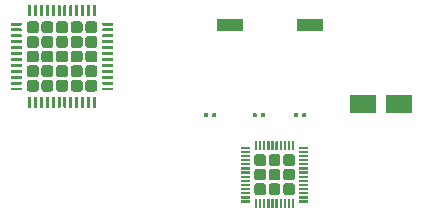
<source format=gbr>
G04 #@! TF.GenerationSoftware,KiCad,Pcbnew,5.1.5+dfsg1-2build2*
G04 #@! TF.CreationDate,2020-09-26T20:23:03-04:00*
G04 #@! TF.ProjectId,ece477,65636534-3737-42e6-9b69-6361645f7063,rev?*
G04 #@! TF.SameCoordinates,Original*
G04 #@! TF.FileFunction,Paste,Top*
G04 #@! TF.FilePolarity,Positive*
%FSLAX46Y46*%
G04 Gerber Fmt 4.6, Leading zero omitted, Abs format (unit mm)*
G04 Created by KiCad (PCBNEW 5.1.5+dfsg1-2build2) date 2020-09-26 20:23:03*
%MOMM*%
%LPD*%
G04 APERTURE LIST*
%ADD10R,2.200000X1.600000*%
%ADD11C,0.100000*%
%ADD12R,2.160000X1.120000*%
G04 APERTURE END LIST*
D10*
X141500000Y-116000000D03*
X138500000Y-116000000D03*
D11*
G36*
X129412292Y-116800383D02*
G01*
X129420010Y-116801528D01*
X129427578Y-116803423D01*
X129434923Y-116806052D01*
X129441976Y-116809387D01*
X129448668Y-116813398D01*
X129454934Y-116818046D01*
X129460715Y-116823285D01*
X129465954Y-116829066D01*
X129470602Y-116835332D01*
X129474613Y-116842024D01*
X129477948Y-116849077D01*
X129480577Y-116856422D01*
X129482472Y-116863990D01*
X129483617Y-116871708D01*
X129484000Y-116879500D01*
X129484000Y-117080500D01*
X129483617Y-117088292D01*
X129482472Y-117096010D01*
X129480577Y-117103578D01*
X129477948Y-117110923D01*
X129474613Y-117117976D01*
X129470602Y-117124668D01*
X129465954Y-117130934D01*
X129460715Y-117136715D01*
X129454934Y-117141954D01*
X129448668Y-117146602D01*
X129441976Y-117150613D01*
X129434923Y-117153948D01*
X129427578Y-117156577D01*
X129420010Y-117158472D01*
X129412292Y-117159617D01*
X129404500Y-117160000D01*
X129245500Y-117160000D01*
X129237708Y-117159617D01*
X129229990Y-117158472D01*
X129222422Y-117156577D01*
X129215077Y-117153948D01*
X129208024Y-117150613D01*
X129201332Y-117146602D01*
X129195066Y-117141954D01*
X129189285Y-117136715D01*
X129184046Y-117130934D01*
X129179398Y-117124668D01*
X129175387Y-117117976D01*
X129172052Y-117110923D01*
X129169423Y-117103578D01*
X129167528Y-117096010D01*
X129166383Y-117088292D01*
X129166000Y-117080500D01*
X129166000Y-116879500D01*
X129166383Y-116871708D01*
X129167528Y-116863990D01*
X129169423Y-116856422D01*
X129172052Y-116849077D01*
X129175387Y-116842024D01*
X129179398Y-116835332D01*
X129184046Y-116829066D01*
X129189285Y-116823285D01*
X129195066Y-116818046D01*
X129201332Y-116813398D01*
X129208024Y-116809387D01*
X129215077Y-116806052D01*
X129222422Y-116803423D01*
X129229990Y-116801528D01*
X129237708Y-116800383D01*
X129245500Y-116800000D01*
X129404500Y-116800000D01*
X129412292Y-116800383D01*
G37*
G36*
X130102292Y-116800383D02*
G01*
X130110010Y-116801528D01*
X130117578Y-116803423D01*
X130124923Y-116806052D01*
X130131976Y-116809387D01*
X130138668Y-116813398D01*
X130144934Y-116818046D01*
X130150715Y-116823285D01*
X130155954Y-116829066D01*
X130160602Y-116835332D01*
X130164613Y-116842024D01*
X130167948Y-116849077D01*
X130170577Y-116856422D01*
X130172472Y-116863990D01*
X130173617Y-116871708D01*
X130174000Y-116879500D01*
X130174000Y-117080500D01*
X130173617Y-117088292D01*
X130172472Y-117096010D01*
X130170577Y-117103578D01*
X130167948Y-117110923D01*
X130164613Y-117117976D01*
X130160602Y-117124668D01*
X130155954Y-117130934D01*
X130150715Y-117136715D01*
X130144934Y-117141954D01*
X130138668Y-117146602D01*
X130131976Y-117150613D01*
X130124923Y-117153948D01*
X130117578Y-117156577D01*
X130110010Y-117158472D01*
X130102292Y-117159617D01*
X130094500Y-117160000D01*
X129935500Y-117160000D01*
X129927708Y-117159617D01*
X129919990Y-117158472D01*
X129912422Y-117156577D01*
X129905077Y-117153948D01*
X129898024Y-117150613D01*
X129891332Y-117146602D01*
X129885066Y-117141954D01*
X129879285Y-117136715D01*
X129874046Y-117130934D01*
X129869398Y-117124668D01*
X129865387Y-117117976D01*
X129862052Y-117110923D01*
X129859423Y-117103578D01*
X129857528Y-117096010D01*
X129856383Y-117088292D01*
X129856000Y-117080500D01*
X129856000Y-116879500D01*
X129856383Y-116871708D01*
X129857528Y-116863990D01*
X129859423Y-116856422D01*
X129862052Y-116849077D01*
X129865387Y-116842024D01*
X129869398Y-116835332D01*
X129874046Y-116829066D01*
X129879285Y-116823285D01*
X129885066Y-116818046D01*
X129891332Y-116813398D01*
X129898024Y-116809387D01*
X129905077Y-116806052D01*
X129912422Y-116803423D01*
X129919990Y-116801528D01*
X129927708Y-116800383D01*
X129935500Y-116800000D01*
X130094500Y-116800000D01*
X130102292Y-116800383D01*
G37*
G36*
X125972292Y-116800383D02*
G01*
X125980010Y-116801528D01*
X125987578Y-116803423D01*
X125994923Y-116806052D01*
X126001976Y-116809387D01*
X126008668Y-116813398D01*
X126014934Y-116818046D01*
X126020715Y-116823285D01*
X126025954Y-116829066D01*
X126030602Y-116835332D01*
X126034613Y-116842024D01*
X126037948Y-116849077D01*
X126040577Y-116856422D01*
X126042472Y-116863990D01*
X126043617Y-116871708D01*
X126044000Y-116879500D01*
X126044000Y-117080500D01*
X126043617Y-117088292D01*
X126042472Y-117096010D01*
X126040577Y-117103578D01*
X126037948Y-117110923D01*
X126034613Y-117117976D01*
X126030602Y-117124668D01*
X126025954Y-117130934D01*
X126020715Y-117136715D01*
X126014934Y-117141954D01*
X126008668Y-117146602D01*
X126001976Y-117150613D01*
X125994923Y-117153948D01*
X125987578Y-117156577D01*
X125980010Y-117158472D01*
X125972292Y-117159617D01*
X125964500Y-117160000D01*
X125805500Y-117160000D01*
X125797708Y-117159617D01*
X125789990Y-117158472D01*
X125782422Y-117156577D01*
X125775077Y-117153948D01*
X125768024Y-117150613D01*
X125761332Y-117146602D01*
X125755066Y-117141954D01*
X125749285Y-117136715D01*
X125744046Y-117130934D01*
X125739398Y-117124668D01*
X125735387Y-117117976D01*
X125732052Y-117110923D01*
X125729423Y-117103578D01*
X125727528Y-117096010D01*
X125726383Y-117088292D01*
X125726000Y-117080500D01*
X125726000Y-116879500D01*
X125726383Y-116871708D01*
X125727528Y-116863990D01*
X125729423Y-116856422D01*
X125732052Y-116849077D01*
X125735387Y-116842024D01*
X125739398Y-116835332D01*
X125744046Y-116829066D01*
X125749285Y-116823285D01*
X125755066Y-116818046D01*
X125761332Y-116813398D01*
X125768024Y-116809387D01*
X125775077Y-116806052D01*
X125782422Y-116803423D01*
X125789990Y-116801528D01*
X125797708Y-116800383D01*
X125805500Y-116800000D01*
X125964500Y-116800000D01*
X125972292Y-116800383D01*
G37*
G36*
X125282292Y-116800383D02*
G01*
X125290010Y-116801528D01*
X125297578Y-116803423D01*
X125304923Y-116806052D01*
X125311976Y-116809387D01*
X125318668Y-116813398D01*
X125324934Y-116818046D01*
X125330715Y-116823285D01*
X125335954Y-116829066D01*
X125340602Y-116835332D01*
X125344613Y-116842024D01*
X125347948Y-116849077D01*
X125350577Y-116856422D01*
X125352472Y-116863990D01*
X125353617Y-116871708D01*
X125354000Y-116879500D01*
X125354000Y-117080500D01*
X125353617Y-117088292D01*
X125352472Y-117096010D01*
X125350577Y-117103578D01*
X125347948Y-117110923D01*
X125344613Y-117117976D01*
X125340602Y-117124668D01*
X125335954Y-117130934D01*
X125330715Y-117136715D01*
X125324934Y-117141954D01*
X125318668Y-117146602D01*
X125311976Y-117150613D01*
X125304923Y-117153948D01*
X125297578Y-117156577D01*
X125290010Y-117158472D01*
X125282292Y-117159617D01*
X125274500Y-117160000D01*
X125115500Y-117160000D01*
X125107708Y-117159617D01*
X125099990Y-117158472D01*
X125092422Y-117156577D01*
X125085077Y-117153948D01*
X125078024Y-117150613D01*
X125071332Y-117146602D01*
X125065066Y-117141954D01*
X125059285Y-117136715D01*
X125054046Y-117130934D01*
X125049398Y-117124668D01*
X125045387Y-117117976D01*
X125042052Y-117110923D01*
X125039423Y-117103578D01*
X125037528Y-117096010D01*
X125036383Y-117088292D01*
X125036000Y-117080500D01*
X125036000Y-116879500D01*
X125036383Y-116871708D01*
X125037528Y-116863990D01*
X125039423Y-116856422D01*
X125042052Y-116849077D01*
X125045387Y-116842024D01*
X125049398Y-116835332D01*
X125054046Y-116829066D01*
X125059285Y-116823285D01*
X125065066Y-116818046D01*
X125071332Y-116813398D01*
X125078024Y-116809387D01*
X125085077Y-116806052D01*
X125092422Y-116803423D01*
X125099990Y-116801528D01*
X125107708Y-116800383D01*
X125115500Y-116800000D01*
X125274500Y-116800000D01*
X125282292Y-116800383D01*
G37*
G36*
X132902292Y-116800383D02*
G01*
X132910010Y-116801528D01*
X132917578Y-116803423D01*
X132924923Y-116806052D01*
X132931976Y-116809387D01*
X132938668Y-116813398D01*
X132944934Y-116818046D01*
X132950715Y-116823285D01*
X132955954Y-116829066D01*
X132960602Y-116835332D01*
X132964613Y-116842024D01*
X132967948Y-116849077D01*
X132970577Y-116856422D01*
X132972472Y-116863990D01*
X132973617Y-116871708D01*
X132974000Y-116879500D01*
X132974000Y-117080500D01*
X132973617Y-117088292D01*
X132972472Y-117096010D01*
X132970577Y-117103578D01*
X132967948Y-117110923D01*
X132964613Y-117117976D01*
X132960602Y-117124668D01*
X132955954Y-117130934D01*
X132950715Y-117136715D01*
X132944934Y-117141954D01*
X132938668Y-117146602D01*
X132931976Y-117150613D01*
X132924923Y-117153948D01*
X132917578Y-117156577D01*
X132910010Y-117158472D01*
X132902292Y-117159617D01*
X132894500Y-117160000D01*
X132735500Y-117160000D01*
X132727708Y-117159617D01*
X132719990Y-117158472D01*
X132712422Y-117156577D01*
X132705077Y-117153948D01*
X132698024Y-117150613D01*
X132691332Y-117146602D01*
X132685066Y-117141954D01*
X132679285Y-117136715D01*
X132674046Y-117130934D01*
X132669398Y-117124668D01*
X132665387Y-117117976D01*
X132662052Y-117110923D01*
X132659423Y-117103578D01*
X132657528Y-117096010D01*
X132656383Y-117088292D01*
X132656000Y-117080500D01*
X132656000Y-116879500D01*
X132656383Y-116871708D01*
X132657528Y-116863990D01*
X132659423Y-116856422D01*
X132662052Y-116849077D01*
X132665387Y-116842024D01*
X132669398Y-116835332D01*
X132674046Y-116829066D01*
X132679285Y-116823285D01*
X132685066Y-116818046D01*
X132691332Y-116813398D01*
X132698024Y-116809387D01*
X132705077Y-116806052D01*
X132712422Y-116803423D01*
X132719990Y-116801528D01*
X132727708Y-116800383D01*
X132735500Y-116800000D01*
X132894500Y-116800000D01*
X132902292Y-116800383D01*
G37*
G36*
X133592292Y-116800383D02*
G01*
X133600010Y-116801528D01*
X133607578Y-116803423D01*
X133614923Y-116806052D01*
X133621976Y-116809387D01*
X133628668Y-116813398D01*
X133634934Y-116818046D01*
X133640715Y-116823285D01*
X133645954Y-116829066D01*
X133650602Y-116835332D01*
X133654613Y-116842024D01*
X133657948Y-116849077D01*
X133660577Y-116856422D01*
X133662472Y-116863990D01*
X133663617Y-116871708D01*
X133664000Y-116879500D01*
X133664000Y-117080500D01*
X133663617Y-117088292D01*
X133662472Y-117096010D01*
X133660577Y-117103578D01*
X133657948Y-117110923D01*
X133654613Y-117117976D01*
X133650602Y-117124668D01*
X133645954Y-117130934D01*
X133640715Y-117136715D01*
X133634934Y-117141954D01*
X133628668Y-117146602D01*
X133621976Y-117150613D01*
X133614923Y-117153948D01*
X133607578Y-117156577D01*
X133600010Y-117158472D01*
X133592292Y-117159617D01*
X133584500Y-117160000D01*
X133425500Y-117160000D01*
X133417708Y-117159617D01*
X133409990Y-117158472D01*
X133402422Y-117156577D01*
X133395077Y-117153948D01*
X133388024Y-117150613D01*
X133381332Y-117146602D01*
X133375066Y-117141954D01*
X133369285Y-117136715D01*
X133364046Y-117130934D01*
X133359398Y-117124668D01*
X133355387Y-117117976D01*
X133352052Y-117110923D01*
X133349423Y-117103578D01*
X133347528Y-117096010D01*
X133346383Y-117088292D01*
X133346000Y-117080500D01*
X133346000Y-116879500D01*
X133346383Y-116871708D01*
X133347528Y-116863990D01*
X133349423Y-116856422D01*
X133352052Y-116849077D01*
X133355387Y-116842024D01*
X133359398Y-116835332D01*
X133364046Y-116829066D01*
X133369285Y-116823285D01*
X133375066Y-116818046D01*
X133381332Y-116813398D01*
X133388024Y-116809387D01*
X133395077Y-116806052D01*
X133402422Y-116803423D01*
X133409990Y-116801528D01*
X133417708Y-116800383D01*
X133425500Y-116800000D01*
X133584500Y-116800000D01*
X133592292Y-116800383D01*
G37*
D12*
X133985000Y-109360000D03*
X127255000Y-109360000D03*
D11*
G36*
X130041759Y-120276192D02*
G01*
X130065785Y-120279756D01*
X130089345Y-120285657D01*
X130112214Y-120293840D01*
X130134171Y-120304224D01*
X130155004Y-120316711D01*
X130174512Y-120331180D01*
X130192509Y-120347491D01*
X130208820Y-120365488D01*
X130223289Y-120384996D01*
X130235776Y-120405829D01*
X130246160Y-120427786D01*
X130254343Y-120450655D01*
X130260244Y-120474215D01*
X130263808Y-120498241D01*
X130265000Y-120522500D01*
X130265000Y-121017500D01*
X130263808Y-121041759D01*
X130260244Y-121065785D01*
X130254343Y-121089345D01*
X130246160Y-121112214D01*
X130235776Y-121134171D01*
X130223289Y-121155004D01*
X130208820Y-121174512D01*
X130192509Y-121192509D01*
X130174512Y-121208820D01*
X130155004Y-121223289D01*
X130134171Y-121235776D01*
X130112214Y-121246160D01*
X130089345Y-121254343D01*
X130065785Y-121260244D01*
X130041759Y-121263808D01*
X130017500Y-121265000D01*
X129522500Y-121265000D01*
X129498241Y-121263808D01*
X129474215Y-121260244D01*
X129450655Y-121254343D01*
X129427786Y-121246160D01*
X129405829Y-121235776D01*
X129384996Y-121223289D01*
X129365488Y-121208820D01*
X129347491Y-121192509D01*
X129331180Y-121174512D01*
X129316711Y-121155004D01*
X129304224Y-121134171D01*
X129293840Y-121112214D01*
X129285657Y-121089345D01*
X129279756Y-121065785D01*
X129276192Y-121041759D01*
X129275000Y-121017500D01*
X129275000Y-120522500D01*
X129276192Y-120498241D01*
X129279756Y-120474215D01*
X129285657Y-120450655D01*
X129293840Y-120427786D01*
X129304224Y-120405829D01*
X129316711Y-120384996D01*
X129331180Y-120365488D01*
X129347491Y-120347491D01*
X129365488Y-120331180D01*
X129384996Y-120316711D01*
X129405829Y-120304224D01*
X129427786Y-120293840D01*
X129450655Y-120285657D01*
X129474215Y-120279756D01*
X129498241Y-120276192D01*
X129522500Y-120275000D01*
X130017500Y-120275000D01*
X130041759Y-120276192D01*
G37*
G36*
X130041759Y-121506192D02*
G01*
X130065785Y-121509756D01*
X130089345Y-121515657D01*
X130112214Y-121523840D01*
X130134171Y-121534224D01*
X130155004Y-121546711D01*
X130174512Y-121561180D01*
X130192509Y-121577491D01*
X130208820Y-121595488D01*
X130223289Y-121614996D01*
X130235776Y-121635829D01*
X130246160Y-121657786D01*
X130254343Y-121680655D01*
X130260244Y-121704215D01*
X130263808Y-121728241D01*
X130265000Y-121752500D01*
X130265000Y-122247500D01*
X130263808Y-122271759D01*
X130260244Y-122295785D01*
X130254343Y-122319345D01*
X130246160Y-122342214D01*
X130235776Y-122364171D01*
X130223289Y-122385004D01*
X130208820Y-122404512D01*
X130192509Y-122422509D01*
X130174512Y-122438820D01*
X130155004Y-122453289D01*
X130134171Y-122465776D01*
X130112214Y-122476160D01*
X130089345Y-122484343D01*
X130065785Y-122490244D01*
X130041759Y-122493808D01*
X130017500Y-122495000D01*
X129522500Y-122495000D01*
X129498241Y-122493808D01*
X129474215Y-122490244D01*
X129450655Y-122484343D01*
X129427786Y-122476160D01*
X129405829Y-122465776D01*
X129384996Y-122453289D01*
X129365488Y-122438820D01*
X129347491Y-122422509D01*
X129331180Y-122404512D01*
X129316711Y-122385004D01*
X129304224Y-122364171D01*
X129293840Y-122342214D01*
X129285657Y-122319345D01*
X129279756Y-122295785D01*
X129276192Y-122271759D01*
X129275000Y-122247500D01*
X129275000Y-121752500D01*
X129276192Y-121728241D01*
X129279756Y-121704215D01*
X129285657Y-121680655D01*
X129293840Y-121657786D01*
X129304224Y-121635829D01*
X129316711Y-121614996D01*
X129331180Y-121595488D01*
X129347491Y-121577491D01*
X129365488Y-121561180D01*
X129384996Y-121546711D01*
X129405829Y-121534224D01*
X129427786Y-121523840D01*
X129450655Y-121515657D01*
X129474215Y-121509756D01*
X129498241Y-121506192D01*
X129522500Y-121505000D01*
X130017500Y-121505000D01*
X130041759Y-121506192D01*
G37*
G36*
X130041759Y-122736192D02*
G01*
X130065785Y-122739756D01*
X130089345Y-122745657D01*
X130112214Y-122753840D01*
X130134171Y-122764224D01*
X130155004Y-122776711D01*
X130174512Y-122791180D01*
X130192509Y-122807491D01*
X130208820Y-122825488D01*
X130223289Y-122844996D01*
X130235776Y-122865829D01*
X130246160Y-122887786D01*
X130254343Y-122910655D01*
X130260244Y-122934215D01*
X130263808Y-122958241D01*
X130265000Y-122982500D01*
X130265000Y-123477500D01*
X130263808Y-123501759D01*
X130260244Y-123525785D01*
X130254343Y-123549345D01*
X130246160Y-123572214D01*
X130235776Y-123594171D01*
X130223289Y-123615004D01*
X130208820Y-123634512D01*
X130192509Y-123652509D01*
X130174512Y-123668820D01*
X130155004Y-123683289D01*
X130134171Y-123695776D01*
X130112214Y-123706160D01*
X130089345Y-123714343D01*
X130065785Y-123720244D01*
X130041759Y-123723808D01*
X130017500Y-123725000D01*
X129522500Y-123725000D01*
X129498241Y-123723808D01*
X129474215Y-123720244D01*
X129450655Y-123714343D01*
X129427786Y-123706160D01*
X129405829Y-123695776D01*
X129384996Y-123683289D01*
X129365488Y-123668820D01*
X129347491Y-123652509D01*
X129331180Y-123634512D01*
X129316711Y-123615004D01*
X129304224Y-123594171D01*
X129293840Y-123572214D01*
X129285657Y-123549345D01*
X129279756Y-123525785D01*
X129276192Y-123501759D01*
X129275000Y-123477500D01*
X129275000Y-122982500D01*
X129276192Y-122958241D01*
X129279756Y-122934215D01*
X129285657Y-122910655D01*
X129293840Y-122887786D01*
X129304224Y-122865829D01*
X129316711Y-122844996D01*
X129331180Y-122825488D01*
X129347491Y-122807491D01*
X129365488Y-122791180D01*
X129384996Y-122776711D01*
X129405829Y-122764224D01*
X129427786Y-122753840D01*
X129450655Y-122745657D01*
X129474215Y-122739756D01*
X129498241Y-122736192D01*
X129522500Y-122735000D01*
X130017500Y-122735000D01*
X130041759Y-122736192D01*
G37*
G36*
X131271759Y-120276192D02*
G01*
X131295785Y-120279756D01*
X131319345Y-120285657D01*
X131342214Y-120293840D01*
X131364171Y-120304224D01*
X131385004Y-120316711D01*
X131404512Y-120331180D01*
X131422509Y-120347491D01*
X131438820Y-120365488D01*
X131453289Y-120384996D01*
X131465776Y-120405829D01*
X131476160Y-120427786D01*
X131484343Y-120450655D01*
X131490244Y-120474215D01*
X131493808Y-120498241D01*
X131495000Y-120522500D01*
X131495000Y-121017500D01*
X131493808Y-121041759D01*
X131490244Y-121065785D01*
X131484343Y-121089345D01*
X131476160Y-121112214D01*
X131465776Y-121134171D01*
X131453289Y-121155004D01*
X131438820Y-121174512D01*
X131422509Y-121192509D01*
X131404512Y-121208820D01*
X131385004Y-121223289D01*
X131364171Y-121235776D01*
X131342214Y-121246160D01*
X131319345Y-121254343D01*
X131295785Y-121260244D01*
X131271759Y-121263808D01*
X131247500Y-121265000D01*
X130752500Y-121265000D01*
X130728241Y-121263808D01*
X130704215Y-121260244D01*
X130680655Y-121254343D01*
X130657786Y-121246160D01*
X130635829Y-121235776D01*
X130614996Y-121223289D01*
X130595488Y-121208820D01*
X130577491Y-121192509D01*
X130561180Y-121174512D01*
X130546711Y-121155004D01*
X130534224Y-121134171D01*
X130523840Y-121112214D01*
X130515657Y-121089345D01*
X130509756Y-121065785D01*
X130506192Y-121041759D01*
X130505000Y-121017500D01*
X130505000Y-120522500D01*
X130506192Y-120498241D01*
X130509756Y-120474215D01*
X130515657Y-120450655D01*
X130523840Y-120427786D01*
X130534224Y-120405829D01*
X130546711Y-120384996D01*
X130561180Y-120365488D01*
X130577491Y-120347491D01*
X130595488Y-120331180D01*
X130614996Y-120316711D01*
X130635829Y-120304224D01*
X130657786Y-120293840D01*
X130680655Y-120285657D01*
X130704215Y-120279756D01*
X130728241Y-120276192D01*
X130752500Y-120275000D01*
X131247500Y-120275000D01*
X131271759Y-120276192D01*
G37*
G36*
X131271759Y-121506192D02*
G01*
X131295785Y-121509756D01*
X131319345Y-121515657D01*
X131342214Y-121523840D01*
X131364171Y-121534224D01*
X131385004Y-121546711D01*
X131404512Y-121561180D01*
X131422509Y-121577491D01*
X131438820Y-121595488D01*
X131453289Y-121614996D01*
X131465776Y-121635829D01*
X131476160Y-121657786D01*
X131484343Y-121680655D01*
X131490244Y-121704215D01*
X131493808Y-121728241D01*
X131495000Y-121752500D01*
X131495000Y-122247500D01*
X131493808Y-122271759D01*
X131490244Y-122295785D01*
X131484343Y-122319345D01*
X131476160Y-122342214D01*
X131465776Y-122364171D01*
X131453289Y-122385004D01*
X131438820Y-122404512D01*
X131422509Y-122422509D01*
X131404512Y-122438820D01*
X131385004Y-122453289D01*
X131364171Y-122465776D01*
X131342214Y-122476160D01*
X131319345Y-122484343D01*
X131295785Y-122490244D01*
X131271759Y-122493808D01*
X131247500Y-122495000D01*
X130752500Y-122495000D01*
X130728241Y-122493808D01*
X130704215Y-122490244D01*
X130680655Y-122484343D01*
X130657786Y-122476160D01*
X130635829Y-122465776D01*
X130614996Y-122453289D01*
X130595488Y-122438820D01*
X130577491Y-122422509D01*
X130561180Y-122404512D01*
X130546711Y-122385004D01*
X130534224Y-122364171D01*
X130523840Y-122342214D01*
X130515657Y-122319345D01*
X130509756Y-122295785D01*
X130506192Y-122271759D01*
X130505000Y-122247500D01*
X130505000Y-121752500D01*
X130506192Y-121728241D01*
X130509756Y-121704215D01*
X130515657Y-121680655D01*
X130523840Y-121657786D01*
X130534224Y-121635829D01*
X130546711Y-121614996D01*
X130561180Y-121595488D01*
X130577491Y-121577491D01*
X130595488Y-121561180D01*
X130614996Y-121546711D01*
X130635829Y-121534224D01*
X130657786Y-121523840D01*
X130680655Y-121515657D01*
X130704215Y-121509756D01*
X130728241Y-121506192D01*
X130752500Y-121505000D01*
X131247500Y-121505000D01*
X131271759Y-121506192D01*
G37*
G36*
X131271759Y-122736192D02*
G01*
X131295785Y-122739756D01*
X131319345Y-122745657D01*
X131342214Y-122753840D01*
X131364171Y-122764224D01*
X131385004Y-122776711D01*
X131404512Y-122791180D01*
X131422509Y-122807491D01*
X131438820Y-122825488D01*
X131453289Y-122844996D01*
X131465776Y-122865829D01*
X131476160Y-122887786D01*
X131484343Y-122910655D01*
X131490244Y-122934215D01*
X131493808Y-122958241D01*
X131495000Y-122982500D01*
X131495000Y-123477500D01*
X131493808Y-123501759D01*
X131490244Y-123525785D01*
X131484343Y-123549345D01*
X131476160Y-123572214D01*
X131465776Y-123594171D01*
X131453289Y-123615004D01*
X131438820Y-123634512D01*
X131422509Y-123652509D01*
X131404512Y-123668820D01*
X131385004Y-123683289D01*
X131364171Y-123695776D01*
X131342214Y-123706160D01*
X131319345Y-123714343D01*
X131295785Y-123720244D01*
X131271759Y-123723808D01*
X131247500Y-123725000D01*
X130752500Y-123725000D01*
X130728241Y-123723808D01*
X130704215Y-123720244D01*
X130680655Y-123714343D01*
X130657786Y-123706160D01*
X130635829Y-123695776D01*
X130614996Y-123683289D01*
X130595488Y-123668820D01*
X130577491Y-123652509D01*
X130561180Y-123634512D01*
X130546711Y-123615004D01*
X130534224Y-123594171D01*
X130523840Y-123572214D01*
X130515657Y-123549345D01*
X130509756Y-123525785D01*
X130506192Y-123501759D01*
X130505000Y-123477500D01*
X130505000Y-122982500D01*
X130506192Y-122958241D01*
X130509756Y-122934215D01*
X130515657Y-122910655D01*
X130523840Y-122887786D01*
X130534224Y-122865829D01*
X130546711Y-122844996D01*
X130561180Y-122825488D01*
X130577491Y-122807491D01*
X130595488Y-122791180D01*
X130614996Y-122776711D01*
X130635829Y-122764224D01*
X130657786Y-122753840D01*
X130680655Y-122745657D01*
X130704215Y-122739756D01*
X130728241Y-122736192D01*
X130752500Y-122735000D01*
X131247500Y-122735000D01*
X131271759Y-122736192D01*
G37*
G36*
X132501759Y-120276192D02*
G01*
X132525785Y-120279756D01*
X132549345Y-120285657D01*
X132572214Y-120293840D01*
X132594171Y-120304224D01*
X132615004Y-120316711D01*
X132634512Y-120331180D01*
X132652509Y-120347491D01*
X132668820Y-120365488D01*
X132683289Y-120384996D01*
X132695776Y-120405829D01*
X132706160Y-120427786D01*
X132714343Y-120450655D01*
X132720244Y-120474215D01*
X132723808Y-120498241D01*
X132725000Y-120522500D01*
X132725000Y-121017500D01*
X132723808Y-121041759D01*
X132720244Y-121065785D01*
X132714343Y-121089345D01*
X132706160Y-121112214D01*
X132695776Y-121134171D01*
X132683289Y-121155004D01*
X132668820Y-121174512D01*
X132652509Y-121192509D01*
X132634512Y-121208820D01*
X132615004Y-121223289D01*
X132594171Y-121235776D01*
X132572214Y-121246160D01*
X132549345Y-121254343D01*
X132525785Y-121260244D01*
X132501759Y-121263808D01*
X132477500Y-121265000D01*
X131982500Y-121265000D01*
X131958241Y-121263808D01*
X131934215Y-121260244D01*
X131910655Y-121254343D01*
X131887786Y-121246160D01*
X131865829Y-121235776D01*
X131844996Y-121223289D01*
X131825488Y-121208820D01*
X131807491Y-121192509D01*
X131791180Y-121174512D01*
X131776711Y-121155004D01*
X131764224Y-121134171D01*
X131753840Y-121112214D01*
X131745657Y-121089345D01*
X131739756Y-121065785D01*
X131736192Y-121041759D01*
X131735000Y-121017500D01*
X131735000Y-120522500D01*
X131736192Y-120498241D01*
X131739756Y-120474215D01*
X131745657Y-120450655D01*
X131753840Y-120427786D01*
X131764224Y-120405829D01*
X131776711Y-120384996D01*
X131791180Y-120365488D01*
X131807491Y-120347491D01*
X131825488Y-120331180D01*
X131844996Y-120316711D01*
X131865829Y-120304224D01*
X131887786Y-120293840D01*
X131910655Y-120285657D01*
X131934215Y-120279756D01*
X131958241Y-120276192D01*
X131982500Y-120275000D01*
X132477500Y-120275000D01*
X132501759Y-120276192D01*
G37*
G36*
X132501759Y-121506192D02*
G01*
X132525785Y-121509756D01*
X132549345Y-121515657D01*
X132572214Y-121523840D01*
X132594171Y-121534224D01*
X132615004Y-121546711D01*
X132634512Y-121561180D01*
X132652509Y-121577491D01*
X132668820Y-121595488D01*
X132683289Y-121614996D01*
X132695776Y-121635829D01*
X132706160Y-121657786D01*
X132714343Y-121680655D01*
X132720244Y-121704215D01*
X132723808Y-121728241D01*
X132725000Y-121752500D01*
X132725000Y-122247500D01*
X132723808Y-122271759D01*
X132720244Y-122295785D01*
X132714343Y-122319345D01*
X132706160Y-122342214D01*
X132695776Y-122364171D01*
X132683289Y-122385004D01*
X132668820Y-122404512D01*
X132652509Y-122422509D01*
X132634512Y-122438820D01*
X132615004Y-122453289D01*
X132594171Y-122465776D01*
X132572214Y-122476160D01*
X132549345Y-122484343D01*
X132525785Y-122490244D01*
X132501759Y-122493808D01*
X132477500Y-122495000D01*
X131982500Y-122495000D01*
X131958241Y-122493808D01*
X131934215Y-122490244D01*
X131910655Y-122484343D01*
X131887786Y-122476160D01*
X131865829Y-122465776D01*
X131844996Y-122453289D01*
X131825488Y-122438820D01*
X131807491Y-122422509D01*
X131791180Y-122404512D01*
X131776711Y-122385004D01*
X131764224Y-122364171D01*
X131753840Y-122342214D01*
X131745657Y-122319345D01*
X131739756Y-122295785D01*
X131736192Y-122271759D01*
X131735000Y-122247500D01*
X131735000Y-121752500D01*
X131736192Y-121728241D01*
X131739756Y-121704215D01*
X131745657Y-121680655D01*
X131753840Y-121657786D01*
X131764224Y-121635829D01*
X131776711Y-121614996D01*
X131791180Y-121595488D01*
X131807491Y-121577491D01*
X131825488Y-121561180D01*
X131844996Y-121546711D01*
X131865829Y-121534224D01*
X131887786Y-121523840D01*
X131910655Y-121515657D01*
X131934215Y-121509756D01*
X131958241Y-121506192D01*
X131982500Y-121505000D01*
X132477500Y-121505000D01*
X132501759Y-121506192D01*
G37*
G36*
X132501759Y-122736192D02*
G01*
X132525785Y-122739756D01*
X132549345Y-122745657D01*
X132572214Y-122753840D01*
X132594171Y-122764224D01*
X132615004Y-122776711D01*
X132634512Y-122791180D01*
X132652509Y-122807491D01*
X132668820Y-122825488D01*
X132683289Y-122844996D01*
X132695776Y-122865829D01*
X132706160Y-122887786D01*
X132714343Y-122910655D01*
X132720244Y-122934215D01*
X132723808Y-122958241D01*
X132725000Y-122982500D01*
X132725000Y-123477500D01*
X132723808Y-123501759D01*
X132720244Y-123525785D01*
X132714343Y-123549345D01*
X132706160Y-123572214D01*
X132695776Y-123594171D01*
X132683289Y-123615004D01*
X132668820Y-123634512D01*
X132652509Y-123652509D01*
X132634512Y-123668820D01*
X132615004Y-123683289D01*
X132594171Y-123695776D01*
X132572214Y-123706160D01*
X132549345Y-123714343D01*
X132525785Y-123720244D01*
X132501759Y-123723808D01*
X132477500Y-123725000D01*
X131982500Y-123725000D01*
X131958241Y-123723808D01*
X131934215Y-123720244D01*
X131910655Y-123714343D01*
X131887786Y-123706160D01*
X131865829Y-123695776D01*
X131844996Y-123683289D01*
X131825488Y-123668820D01*
X131807491Y-123652509D01*
X131791180Y-123634512D01*
X131776711Y-123615004D01*
X131764224Y-123594171D01*
X131753840Y-123572214D01*
X131745657Y-123549345D01*
X131739756Y-123525785D01*
X131736192Y-123501759D01*
X131735000Y-123477500D01*
X131735000Y-122982500D01*
X131736192Y-122958241D01*
X131739756Y-122934215D01*
X131745657Y-122910655D01*
X131753840Y-122887786D01*
X131764224Y-122865829D01*
X131776711Y-122844996D01*
X131791180Y-122825488D01*
X131807491Y-122807491D01*
X131825488Y-122791180D01*
X131844996Y-122776711D01*
X131865829Y-122764224D01*
X131887786Y-122753840D01*
X131910655Y-122745657D01*
X131934215Y-122739756D01*
X131958241Y-122736192D01*
X131982500Y-122735000D01*
X132477500Y-122735000D01*
X132501759Y-122736192D01*
G37*
G36*
X128904901Y-119625241D02*
G01*
X128909755Y-119625961D01*
X128914514Y-119627153D01*
X128919134Y-119628806D01*
X128923570Y-119630904D01*
X128927779Y-119633427D01*
X128931720Y-119636349D01*
X128935355Y-119639645D01*
X128938651Y-119643280D01*
X128941573Y-119647221D01*
X128944096Y-119651430D01*
X128946194Y-119655866D01*
X128947847Y-119660486D01*
X128949039Y-119665245D01*
X128949759Y-119670099D01*
X128950000Y-119675000D01*
X128950000Y-119775000D01*
X128949759Y-119779901D01*
X128949039Y-119784755D01*
X128947847Y-119789514D01*
X128946194Y-119794134D01*
X128944096Y-119798570D01*
X128941573Y-119802779D01*
X128938651Y-119806720D01*
X128935355Y-119810355D01*
X128931720Y-119813651D01*
X128927779Y-119816573D01*
X128923570Y-119819096D01*
X128919134Y-119821194D01*
X128914514Y-119822847D01*
X128909755Y-119824039D01*
X128904901Y-119824759D01*
X128900000Y-119825000D01*
X128200000Y-119825000D01*
X128195099Y-119824759D01*
X128190245Y-119824039D01*
X128185486Y-119822847D01*
X128180866Y-119821194D01*
X128176430Y-119819096D01*
X128172221Y-119816573D01*
X128168280Y-119813651D01*
X128164645Y-119810355D01*
X128161349Y-119806720D01*
X128158427Y-119802779D01*
X128155904Y-119798570D01*
X128153806Y-119794134D01*
X128152153Y-119789514D01*
X128150961Y-119784755D01*
X128150241Y-119779901D01*
X128150000Y-119775000D01*
X128150000Y-119675000D01*
X128150241Y-119670099D01*
X128150961Y-119665245D01*
X128152153Y-119660486D01*
X128153806Y-119655866D01*
X128155904Y-119651430D01*
X128158427Y-119647221D01*
X128161349Y-119643280D01*
X128164645Y-119639645D01*
X128168280Y-119636349D01*
X128172221Y-119633427D01*
X128176430Y-119630904D01*
X128180866Y-119628806D01*
X128185486Y-119627153D01*
X128190245Y-119625961D01*
X128195099Y-119625241D01*
X128200000Y-119625000D01*
X128900000Y-119625000D01*
X128904901Y-119625241D01*
G37*
G36*
X128904901Y-119975241D02*
G01*
X128909755Y-119975961D01*
X128914514Y-119977153D01*
X128919134Y-119978806D01*
X128923570Y-119980904D01*
X128927779Y-119983427D01*
X128931720Y-119986349D01*
X128935355Y-119989645D01*
X128938651Y-119993280D01*
X128941573Y-119997221D01*
X128944096Y-120001430D01*
X128946194Y-120005866D01*
X128947847Y-120010486D01*
X128949039Y-120015245D01*
X128949759Y-120020099D01*
X128950000Y-120025000D01*
X128950000Y-120125000D01*
X128949759Y-120129901D01*
X128949039Y-120134755D01*
X128947847Y-120139514D01*
X128946194Y-120144134D01*
X128944096Y-120148570D01*
X128941573Y-120152779D01*
X128938651Y-120156720D01*
X128935355Y-120160355D01*
X128931720Y-120163651D01*
X128927779Y-120166573D01*
X128923570Y-120169096D01*
X128919134Y-120171194D01*
X128914514Y-120172847D01*
X128909755Y-120174039D01*
X128904901Y-120174759D01*
X128900000Y-120175000D01*
X128200000Y-120175000D01*
X128195099Y-120174759D01*
X128190245Y-120174039D01*
X128185486Y-120172847D01*
X128180866Y-120171194D01*
X128176430Y-120169096D01*
X128172221Y-120166573D01*
X128168280Y-120163651D01*
X128164645Y-120160355D01*
X128161349Y-120156720D01*
X128158427Y-120152779D01*
X128155904Y-120148570D01*
X128153806Y-120144134D01*
X128152153Y-120139514D01*
X128150961Y-120134755D01*
X128150241Y-120129901D01*
X128150000Y-120125000D01*
X128150000Y-120025000D01*
X128150241Y-120020099D01*
X128150961Y-120015245D01*
X128152153Y-120010486D01*
X128153806Y-120005866D01*
X128155904Y-120001430D01*
X128158427Y-119997221D01*
X128161349Y-119993280D01*
X128164645Y-119989645D01*
X128168280Y-119986349D01*
X128172221Y-119983427D01*
X128176430Y-119980904D01*
X128180866Y-119978806D01*
X128185486Y-119977153D01*
X128190245Y-119975961D01*
X128195099Y-119975241D01*
X128200000Y-119975000D01*
X128900000Y-119975000D01*
X128904901Y-119975241D01*
G37*
G36*
X128904901Y-120325241D02*
G01*
X128909755Y-120325961D01*
X128914514Y-120327153D01*
X128919134Y-120328806D01*
X128923570Y-120330904D01*
X128927779Y-120333427D01*
X128931720Y-120336349D01*
X128935355Y-120339645D01*
X128938651Y-120343280D01*
X128941573Y-120347221D01*
X128944096Y-120351430D01*
X128946194Y-120355866D01*
X128947847Y-120360486D01*
X128949039Y-120365245D01*
X128949759Y-120370099D01*
X128950000Y-120375000D01*
X128950000Y-120475000D01*
X128949759Y-120479901D01*
X128949039Y-120484755D01*
X128947847Y-120489514D01*
X128946194Y-120494134D01*
X128944096Y-120498570D01*
X128941573Y-120502779D01*
X128938651Y-120506720D01*
X128935355Y-120510355D01*
X128931720Y-120513651D01*
X128927779Y-120516573D01*
X128923570Y-120519096D01*
X128919134Y-120521194D01*
X128914514Y-120522847D01*
X128909755Y-120524039D01*
X128904901Y-120524759D01*
X128900000Y-120525000D01*
X128200000Y-120525000D01*
X128195099Y-120524759D01*
X128190245Y-120524039D01*
X128185486Y-120522847D01*
X128180866Y-120521194D01*
X128176430Y-120519096D01*
X128172221Y-120516573D01*
X128168280Y-120513651D01*
X128164645Y-120510355D01*
X128161349Y-120506720D01*
X128158427Y-120502779D01*
X128155904Y-120498570D01*
X128153806Y-120494134D01*
X128152153Y-120489514D01*
X128150961Y-120484755D01*
X128150241Y-120479901D01*
X128150000Y-120475000D01*
X128150000Y-120375000D01*
X128150241Y-120370099D01*
X128150961Y-120365245D01*
X128152153Y-120360486D01*
X128153806Y-120355866D01*
X128155904Y-120351430D01*
X128158427Y-120347221D01*
X128161349Y-120343280D01*
X128164645Y-120339645D01*
X128168280Y-120336349D01*
X128172221Y-120333427D01*
X128176430Y-120330904D01*
X128180866Y-120328806D01*
X128185486Y-120327153D01*
X128190245Y-120325961D01*
X128195099Y-120325241D01*
X128200000Y-120325000D01*
X128900000Y-120325000D01*
X128904901Y-120325241D01*
G37*
G36*
X128904901Y-120675241D02*
G01*
X128909755Y-120675961D01*
X128914514Y-120677153D01*
X128919134Y-120678806D01*
X128923570Y-120680904D01*
X128927779Y-120683427D01*
X128931720Y-120686349D01*
X128935355Y-120689645D01*
X128938651Y-120693280D01*
X128941573Y-120697221D01*
X128944096Y-120701430D01*
X128946194Y-120705866D01*
X128947847Y-120710486D01*
X128949039Y-120715245D01*
X128949759Y-120720099D01*
X128950000Y-120725000D01*
X128950000Y-120825000D01*
X128949759Y-120829901D01*
X128949039Y-120834755D01*
X128947847Y-120839514D01*
X128946194Y-120844134D01*
X128944096Y-120848570D01*
X128941573Y-120852779D01*
X128938651Y-120856720D01*
X128935355Y-120860355D01*
X128931720Y-120863651D01*
X128927779Y-120866573D01*
X128923570Y-120869096D01*
X128919134Y-120871194D01*
X128914514Y-120872847D01*
X128909755Y-120874039D01*
X128904901Y-120874759D01*
X128900000Y-120875000D01*
X128200000Y-120875000D01*
X128195099Y-120874759D01*
X128190245Y-120874039D01*
X128185486Y-120872847D01*
X128180866Y-120871194D01*
X128176430Y-120869096D01*
X128172221Y-120866573D01*
X128168280Y-120863651D01*
X128164645Y-120860355D01*
X128161349Y-120856720D01*
X128158427Y-120852779D01*
X128155904Y-120848570D01*
X128153806Y-120844134D01*
X128152153Y-120839514D01*
X128150961Y-120834755D01*
X128150241Y-120829901D01*
X128150000Y-120825000D01*
X128150000Y-120725000D01*
X128150241Y-120720099D01*
X128150961Y-120715245D01*
X128152153Y-120710486D01*
X128153806Y-120705866D01*
X128155904Y-120701430D01*
X128158427Y-120697221D01*
X128161349Y-120693280D01*
X128164645Y-120689645D01*
X128168280Y-120686349D01*
X128172221Y-120683427D01*
X128176430Y-120680904D01*
X128180866Y-120678806D01*
X128185486Y-120677153D01*
X128190245Y-120675961D01*
X128195099Y-120675241D01*
X128200000Y-120675000D01*
X128900000Y-120675000D01*
X128904901Y-120675241D01*
G37*
G36*
X128904901Y-121025241D02*
G01*
X128909755Y-121025961D01*
X128914514Y-121027153D01*
X128919134Y-121028806D01*
X128923570Y-121030904D01*
X128927779Y-121033427D01*
X128931720Y-121036349D01*
X128935355Y-121039645D01*
X128938651Y-121043280D01*
X128941573Y-121047221D01*
X128944096Y-121051430D01*
X128946194Y-121055866D01*
X128947847Y-121060486D01*
X128949039Y-121065245D01*
X128949759Y-121070099D01*
X128950000Y-121075000D01*
X128950000Y-121175000D01*
X128949759Y-121179901D01*
X128949039Y-121184755D01*
X128947847Y-121189514D01*
X128946194Y-121194134D01*
X128944096Y-121198570D01*
X128941573Y-121202779D01*
X128938651Y-121206720D01*
X128935355Y-121210355D01*
X128931720Y-121213651D01*
X128927779Y-121216573D01*
X128923570Y-121219096D01*
X128919134Y-121221194D01*
X128914514Y-121222847D01*
X128909755Y-121224039D01*
X128904901Y-121224759D01*
X128900000Y-121225000D01*
X128200000Y-121225000D01*
X128195099Y-121224759D01*
X128190245Y-121224039D01*
X128185486Y-121222847D01*
X128180866Y-121221194D01*
X128176430Y-121219096D01*
X128172221Y-121216573D01*
X128168280Y-121213651D01*
X128164645Y-121210355D01*
X128161349Y-121206720D01*
X128158427Y-121202779D01*
X128155904Y-121198570D01*
X128153806Y-121194134D01*
X128152153Y-121189514D01*
X128150961Y-121184755D01*
X128150241Y-121179901D01*
X128150000Y-121175000D01*
X128150000Y-121075000D01*
X128150241Y-121070099D01*
X128150961Y-121065245D01*
X128152153Y-121060486D01*
X128153806Y-121055866D01*
X128155904Y-121051430D01*
X128158427Y-121047221D01*
X128161349Y-121043280D01*
X128164645Y-121039645D01*
X128168280Y-121036349D01*
X128172221Y-121033427D01*
X128176430Y-121030904D01*
X128180866Y-121028806D01*
X128185486Y-121027153D01*
X128190245Y-121025961D01*
X128195099Y-121025241D01*
X128200000Y-121025000D01*
X128900000Y-121025000D01*
X128904901Y-121025241D01*
G37*
G36*
X128904901Y-121375241D02*
G01*
X128909755Y-121375961D01*
X128914514Y-121377153D01*
X128919134Y-121378806D01*
X128923570Y-121380904D01*
X128927779Y-121383427D01*
X128931720Y-121386349D01*
X128935355Y-121389645D01*
X128938651Y-121393280D01*
X128941573Y-121397221D01*
X128944096Y-121401430D01*
X128946194Y-121405866D01*
X128947847Y-121410486D01*
X128949039Y-121415245D01*
X128949759Y-121420099D01*
X128950000Y-121425000D01*
X128950000Y-121525000D01*
X128949759Y-121529901D01*
X128949039Y-121534755D01*
X128947847Y-121539514D01*
X128946194Y-121544134D01*
X128944096Y-121548570D01*
X128941573Y-121552779D01*
X128938651Y-121556720D01*
X128935355Y-121560355D01*
X128931720Y-121563651D01*
X128927779Y-121566573D01*
X128923570Y-121569096D01*
X128919134Y-121571194D01*
X128914514Y-121572847D01*
X128909755Y-121574039D01*
X128904901Y-121574759D01*
X128900000Y-121575000D01*
X128200000Y-121575000D01*
X128195099Y-121574759D01*
X128190245Y-121574039D01*
X128185486Y-121572847D01*
X128180866Y-121571194D01*
X128176430Y-121569096D01*
X128172221Y-121566573D01*
X128168280Y-121563651D01*
X128164645Y-121560355D01*
X128161349Y-121556720D01*
X128158427Y-121552779D01*
X128155904Y-121548570D01*
X128153806Y-121544134D01*
X128152153Y-121539514D01*
X128150961Y-121534755D01*
X128150241Y-121529901D01*
X128150000Y-121525000D01*
X128150000Y-121425000D01*
X128150241Y-121420099D01*
X128150961Y-121415245D01*
X128152153Y-121410486D01*
X128153806Y-121405866D01*
X128155904Y-121401430D01*
X128158427Y-121397221D01*
X128161349Y-121393280D01*
X128164645Y-121389645D01*
X128168280Y-121386349D01*
X128172221Y-121383427D01*
X128176430Y-121380904D01*
X128180866Y-121378806D01*
X128185486Y-121377153D01*
X128190245Y-121375961D01*
X128195099Y-121375241D01*
X128200000Y-121375000D01*
X128900000Y-121375000D01*
X128904901Y-121375241D01*
G37*
G36*
X128904901Y-121725241D02*
G01*
X128909755Y-121725961D01*
X128914514Y-121727153D01*
X128919134Y-121728806D01*
X128923570Y-121730904D01*
X128927779Y-121733427D01*
X128931720Y-121736349D01*
X128935355Y-121739645D01*
X128938651Y-121743280D01*
X128941573Y-121747221D01*
X128944096Y-121751430D01*
X128946194Y-121755866D01*
X128947847Y-121760486D01*
X128949039Y-121765245D01*
X128949759Y-121770099D01*
X128950000Y-121775000D01*
X128950000Y-121875000D01*
X128949759Y-121879901D01*
X128949039Y-121884755D01*
X128947847Y-121889514D01*
X128946194Y-121894134D01*
X128944096Y-121898570D01*
X128941573Y-121902779D01*
X128938651Y-121906720D01*
X128935355Y-121910355D01*
X128931720Y-121913651D01*
X128927779Y-121916573D01*
X128923570Y-121919096D01*
X128919134Y-121921194D01*
X128914514Y-121922847D01*
X128909755Y-121924039D01*
X128904901Y-121924759D01*
X128900000Y-121925000D01*
X128200000Y-121925000D01*
X128195099Y-121924759D01*
X128190245Y-121924039D01*
X128185486Y-121922847D01*
X128180866Y-121921194D01*
X128176430Y-121919096D01*
X128172221Y-121916573D01*
X128168280Y-121913651D01*
X128164645Y-121910355D01*
X128161349Y-121906720D01*
X128158427Y-121902779D01*
X128155904Y-121898570D01*
X128153806Y-121894134D01*
X128152153Y-121889514D01*
X128150961Y-121884755D01*
X128150241Y-121879901D01*
X128150000Y-121875000D01*
X128150000Y-121775000D01*
X128150241Y-121770099D01*
X128150961Y-121765245D01*
X128152153Y-121760486D01*
X128153806Y-121755866D01*
X128155904Y-121751430D01*
X128158427Y-121747221D01*
X128161349Y-121743280D01*
X128164645Y-121739645D01*
X128168280Y-121736349D01*
X128172221Y-121733427D01*
X128176430Y-121730904D01*
X128180866Y-121728806D01*
X128185486Y-121727153D01*
X128190245Y-121725961D01*
X128195099Y-121725241D01*
X128200000Y-121725000D01*
X128900000Y-121725000D01*
X128904901Y-121725241D01*
G37*
G36*
X128904901Y-122075241D02*
G01*
X128909755Y-122075961D01*
X128914514Y-122077153D01*
X128919134Y-122078806D01*
X128923570Y-122080904D01*
X128927779Y-122083427D01*
X128931720Y-122086349D01*
X128935355Y-122089645D01*
X128938651Y-122093280D01*
X128941573Y-122097221D01*
X128944096Y-122101430D01*
X128946194Y-122105866D01*
X128947847Y-122110486D01*
X128949039Y-122115245D01*
X128949759Y-122120099D01*
X128950000Y-122125000D01*
X128950000Y-122225000D01*
X128949759Y-122229901D01*
X128949039Y-122234755D01*
X128947847Y-122239514D01*
X128946194Y-122244134D01*
X128944096Y-122248570D01*
X128941573Y-122252779D01*
X128938651Y-122256720D01*
X128935355Y-122260355D01*
X128931720Y-122263651D01*
X128927779Y-122266573D01*
X128923570Y-122269096D01*
X128919134Y-122271194D01*
X128914514Y-122272847D01*
X128909755Y-122274039D01*
X128904901Y-122274759D01*
X128900000Y-122275000D01*
X128200000Y-122275000D01*
X128195099Y-122274759D01*
X128190245Y-122274039D01*
X128185486Y-122272847D01*
X128180866Y-122271194D01*
X128176430Y-122269096D01*
X128172221Y-122266573D01*
X128168280Y-122263651D01*
X128164645Y-122260355D01*
X128161349Y-122256720D01*
X128158427Y-122252779D01*
X128155904Y-122248570D01*
X128153806Y-122244134D01*
X128152153Y-122239514D01*
X128150961Y-122234755D01*
X128150241Y-122229901D01*
X128150000Y-122225000D01*
X128150000Y-122125000D01*
X128150241Y-122120099D01*
X128150961Y-122115245D01*
X128152153Y-122110486D01*
X128153806Y-122105866D01*
X128155904Y-122101430D01*
X128158427Y-122097221D01*
X128161349Y-122093280D01*
X128164645Y-122089645D01*
X128168280Y-122086349D01*
X128172221Y-122083427D01*
X128176430Y-122080904D01*
X128180866Y-122078806D01*
X128185486Y-122077153D01*
X128190245Y-122075961D01*
X128195099Y-122075241D01*
X128200000Y-122075000D01*
X128900000Y-122075000D01*
X128904901Y-122075241D01*
G37*
G36*
X128904901Y-122425241D02*
G01*
X128909755Y-122425961D01*
X128914514Y-122427153D01*
X128919134Y-122428806D01*
X128923570Y-122430904D01*
X128927779Y-122433427D01*
X128931720Y-122436349D01*
X128935355Y-122439645D01*
X128938651Y-122443280D01*
X128941573Y-122447221D01*
X128944096Y-122451430D01*
X128946194Y-122455866D01*
X128947847Y-122460486D01*
X128949039Y-122465245D01*
X128949759Y-122470099D01*
X128950000Y-122475000D01*
X128950000Y-122575000D01*
X128949759Y-122579901D01*
X128949039Y-122584755D01*
X128947847Y-122589514D01*
X128946194Y-122594134D01*
X128944096Y-122598570D01*
X128941573Y-122602779D01*
X128938651Y-122606720D01*
X128935355Y-122610355D01*
X128931720Y-122613651D01*
X128927779Y-122616573D01*
X128923570Y-122619096D01*
X128919134Y-122621194D01*
X128914514Y-122622847D01*
X128909755Y-122624039D01*
X128904901Y-122624759D01*
X128900000Y-122625000D01*
X128200000Y-122625000D01*
X128195099Y-122624759D01*
X128190245Y-122624039D01*
X128185486Y-122622847D01*
X128180866Y-122621194D01*
X128176430Y-122619096D01*
X128172221Y-122616573D01*
X128168280Y-122613651D01*
X128164645Y-122610355D01*
X128161349Y-122606720D01*
X128158427Y-122602779D01*
X128155904Y-122598570D01*
X128153806Y-122594134D01*
X128152153Y-122589514D01*
X128150961Y-122584755D01*
X128150241Y-122579901D01*
X128150000Y-122575000D01*
X128150000Y-122475000D01*
X128150241Y-122470099D01*
X128150961Y-122465245D01*
X128152153Y-122460486D01*
X128153806Y-122455866D01*
X128155904Y-122451430D01*
X128158427Y-122447221D01*
X128161349Y-122443280D01*
X128164645Y-122439645D01*
X128168280Y-122436349D01*
X128172221Y-122433427D01*
X128176430Y-122430904D01*
X128180866Y-122428806D01*
X128185486Y-122427153D01*
X128190245Y-122425961D01*
X128195099Y-122425241D01*
X128200000Y-122425000D01*
X128900000Y-122425000D01*
X128904901Y-122425241D01*
G37*
G36*
X128904901Y-122775241D02*
G01*
X128909755Y-122775961D01*
X128914514Y-122777153D01*
X128919134Y-122778806D01*
X128923570Y-122780904D01*
X128927779Y-122783427D01*
X128931720Y-122786349D01*
X128935355Y-122789645D01*
X128938651Y-122793280D01*
X128941573Y-122797221D01*
X128944096Y-122801430D01*
X128946194Y-122805866D01*
X128947847Y-122810486D01*
X128949039Y-122815245D01*
X128949759Y-122820099D01*
X128950000Y-122825000D01*
X128950000Y-122925000D01*
X128949759Y-122929901D01*
X128949039Y-122934755D01*
X128947847Y-122939514D01*
X128946194Y-122944134D01*
X128944096Y-122948570D01*
X128941573Y-122952779D01*
X128938651Y-122956720D01*
X128935355Y-122960355D01*
X128931720Y-122963651D01*
X128927779Y-122966573D01*
X128923570Y-122969096D01*
X128919134Y-122971194D01*
X128914514Y-122972847D01*
X128909755Y-122974039D01*
X128904901Y-122974759D01*
X128900000Y-122975000D01*
X128200000Y-122975000D01*
X128195099Y-122974759D01*
X128190245Y-122974039D01*
X128185486Y-122972847D01*
X128180866Y-122971194D01*
X128176430Y-122969096D01*
X128172221Y-122966573D01*
X128168280Y-122963651D01*
X128164645Y-122960355D01*
X128161349Y-122956720D01*
X128158427Y-122952779D01*
X128155904Y-122948570D01*
X128153806Y-122944134D01*
X128152153Y-122939514D01*
X128150961Y-122934755D01*
X128150241Y-122929901D01*
X128150000Y-122925000D01*
X128150000Y-122825000D01*
X128150241Y-122820099D01*
X128150961Y-122815245D01*
X128152153Y-122810486D01*
X128153806Y-122805866D01*
X128155904Y-122801430D01*
X128158427Y-122797221D01*
X128161349Y-122793280D01*
X128164645Y-122789645D01*
X128168280Y-122786349D01*
X128172221Y-122783427D01*
X128176430Y-122780904D01*
X128180866Y-122778806D01*
X128185486Y-122777153D01*
X128190245Y-122775961D01*
X128195099Y-122775241D01*
X128200000Y-122775000D01*
X128900000Y-122775000D01*
X128904901Y-122775241D01*
G37*
G36*
X128904901Y-123125241D02*
G01*
X128909755Y-123125961D01*
X128914514Y-123127153D01*
X128919134Y-123128806D01*
X128923570Y-123130904D01*
X128927779Y-123133427D01*
X128931720Y-123136349D01*
X128935355Y-123139645D01*
X128938651Y-123143280D01*
X128941573Y-123147221D01*
X128944096Y-123151430D01*
X128946194Y-123155866D01*
X128947847Y-123160486D01*
X128949039Y-123165245D01*
X128949759Y-123170099D01*
X128950000Y-123175000D01*
X128950000Y-123275000D01*
X128949759Y-123279901D01*
X128949039Y-123284755D01*
X128947847Y-123289514D01*
X128946194Y-123294134D01*
X128944096Y-123298570D01*
X128941573Y-123302779D01*
X128938651Y-123306720D01*
X128935355Y-123310355D01*
X128931720Y-123313651D01*
X128927779Y-123316573D01*
X128923570Y-123319096D01*
X128919134Y-123321194D01*
X128914514Y-123322847D01*
X128909755Y-123324039D01*
X128904901Y-123324759D01*
X128900000Y-123325000D01*
X128200000Y-123325000D01*
X128195099Y-123324759D01*
X128190245Y-123324039D01*
X128185486Y-123322847D01*
X128180866Y-123321194D01*
X128176430Y-123319096D01*
X128172221Y-123316573D01*
X128168280Y-123313651D01*
X128164645Y-123310355D01*
X128161349Y-123306720D01*
X128158427Y-123302779D01*
X128155904Y-123298570D01*
X128153806Y-123294134D01*
X128152153Y-123289514D01*
X128150961Y-123284755D01*
X128150241Y-123279901D01*
X128150000Y-123275000D01*
X128150000Y-123175000D01*
X128150241Y-123170099D01*
X128150961Y-123165245D01*
X128152153Y-123160486D01*
X128153806Y-123155866D01*
X128155904Y-123151430D01*
X128158427Y-123147221D01*
X128161349Y-123143280D01*
X128164645Y-123139645D01*
X128168280Y-123136349D01*
X128172221Y-123133427D01*
X128176430Y-123130904D01*
X128180866Y-123128806D01*
X128185486Y-123127153D01*
X128190245Y-123125961D01*
X128195099Y-123125241D01*
X128200000Y-123125000D01*
X128900000Y-123125000D01*
X128904901Y-123125241D01*
G37*
G36*
X128904901Y-123475241D02*
G01*
X128909755Y-123475961D01*
X128914514Y-123477153D01*
X128919134Y-123478806D01*
X128923570Y-123480904D01*
X128927779Y-123483427D01*
X128931720Y-123486349D01*
X128935355Y-123489645D01*
X128938651Y-123493280D01*
X128941573Y-123497221D01*
X128944096Y-123501430D01*
X128946194Y-123505866D01*
X128947847Y-123510486D01*
X128949039Y-123515245D01*
X128949759Y-123520099D01*
X128950000Y-123525000D01*
X128950000Y-123625000D01*
X128949759Y-123629901D01*
X128949039Y-123634755D01*
X128947847Y-123639514D01*
X128946194Y-123644134D01*
X128944096Y-123648570D01*
X128941573Y-123652779D01*
X128938651Y-123656720D01*
X128935355Y-123660355D01*
X128931720Y-123663651D01*
X128927779Y-123666573D01*
X128923570Y-123669096D01*
X128919134Y-123671194D01*
X128914514Y-123672847D01*
X128909755Y-123674039D01*
X128904901Y-123674759D01*
X128900000Y-123675000D01*
X128200000Y-123675000D01*
X128195099Y-123674759D01*
X128190245Y-123674039D01*
X128185486Y-123672847D01*
X128180866Y-123671194D01*
X128176430Y-123669096D01*
X128172221Y-123666573D01*
X128168280Y-123663651D01*
X128164645Y-123660355D01*
X128161349Y-123656720D01*
X128158427Y-123652779D01*
X128155904Y-123648570D01*
X128153806Y-123644134D01*
X128152153Y-123639514D01*
X128150961Y-123634755D01*
X128150241Y-123629901D01*
X128150000Y-123625000D01*
X128150000Y-123525000D01*
X128150241Y-123520099D01*
X128150961Y-123515245D01*
X128152153Y-123510486D01*
X128153806Y-123505866D01*
X128155904Y-123501430D01*
X128158427Y-123497221D01*
X128161349Y-123493280D01*
X128164645Y-123489645D01*
X128168280Y-123486349D01*
X128172221Y-123483427D01*
X128176430Y-123480904D01*
X128180866Y-123478806D01*
X128185486Y-123477153D01*
X128190245Y-123475961D01*
X128195099Y-123475241D01*
X128200000Y-123475000D01*
X128900000Y-123475000D01*
X128904901Y-123475241D01*
G37*
G36*
X128904901Y-123825241D02*
G01*
X128909755Y-123825961D01*
X128914514Y-123827153D01*
X128919134Y-123828806D01*
X128923570Y-123830904D01*
X128927779Y-123833427D01*
X128931720Y-123836349D01*
X128935355Y-123839645D01*
X128938651Y-123843280D01*
X128941573Y-123847221D01*
X128944096Y-123851430D01*
X128946194Y-123855866D01*
X128947847Y-123860486D01*
X128949039Y-123865245D01*
X128949759Y-123870099D01*
X128950000Y-123875000D01*
X128950000Y-123975000D01*
X128949759Y-123979901D01*
X128949039Y-123984755D01*
X128947847Y-123989514D01*
X128946194Y-123994134D01*
X128944096Y-123998570D01*
X128941573Y-124002779D01*
X128938651Y-124006720D01*
X128935355Y-124010355D01*
X128931720Y-124013651D01*
X128927779Y-124016573D01*
X128923570Y-124019096D01*
X128919134Y-124021194D01*
X128914514Y-124022847D01*
X128909755Y-124024039D01*
X128904901Y-124024759D01*
X128900000Y-124025000D01*
X128200000Y-124025000D01*
X128195099Y-124024759D01*
X128190245Y-124024039D01*
X128185486Y-124022847D01*
X128180866Y-124021194D01*
X128176430Y-124019096D01*
X128172221Y-124016573D01*
X128168280Y-124013651D01*
X128164645Y-124010355D01*
X128161349Y-124006720D01*
X128158427Y-124002779D01*
X128155904Y-123998570D01*
X128153806Y-123994134D01*
X128152153Y-123989514D01*
X128150961Y-123984755D01*
X128150241Y-123979901D01*
X128150000Y-123975000D01*
X128150000Y-123875000D01*
X128150241Y-123870099D01*
X128150961Y-123865245D01*
X128152153Y-123860486D01*
X128153806Y-123855866D01*
X128155904Y-123851430D01*
X128158427Y-123847221D01*
X128161349Y-123843280D01*
X128164645Y-123839645D01*
X128168280Y-123836349D01*
X128172221Y-123833427D01*
X128176430Y-123830904D01*
X128180866Y-123828806D01*
X128185486Y-123827153D01*
X128190245Y-123825961D01*
X128195099Y-123825241D01*
X128200000Y-123825000D01*
X128900000Y-123825000D01*
X128904901Y-123825241D01*
G37*
G36*
X128904901Y-124175241D02*
G01*
X128909755Y-124175961D01*
X128914514Y-124177153D01*
X128919134Y-124178806D01*
X128923570Y-124180904D01*
X128927779Y-124183427D01*
X128931720Y-124186349D01*
X128935355Y-124189645D01*
X128938651Y-124193280D01*
X128941573Y-124197221D01*
X128944096Y-124201430D01*
X128946194Y-124205866D01*
X128947847Y-124210486D01*
X128949039Y-124215245D01*
X128949759Y-124220099D01*
X128950000Y-124225000D01*
X128950000Y-124325000D01*
X128949759Y-124329901D01*
X128949039Y-124334755D01*
X128947847Y-124339514D01*
X128946194Y-124344134D01*
X128944096Y-124348570D01*
X128941573Y-124352779D01*
X128938651Y-124356720D01*
X128935355Y-124360355D01*
X128931720Y-124363651D01*
X128927779Y-124366573D01*
X128923570Y-124369096D01*
X128919134Y-124371194D01*
X128914514Y-124372847D01*
X128909755Y-124374039D01*
X128904901Y-124374759D01*
X128900000Y-124375000D01*
X128200000Y-124375000D01*
X128195099Y-124374759D01*
X128190245Y-124374039D01*
X128185486Y-124372847D01*
X128180866Y-124371194D01*
X128176430Y-124369096D01*
X128172221Y-124366573D01*
X128168280Y-124363651D01*
X128164645Y-124360355D01*
X128161349Y-124356720D01*
X128158427Y-124352779D01*
X128155904Y-124348570D01*
X128153806Y-124344134D01*
X128152153Y-124339514D01*
X128150961Y-124334755D01*
X128150241Y-124329901D01*
X128150000Y-124325000D01*
X128150000Y-124225000D01*
X128150241Y-124220099D01*
X128150961Y-124215245D01*
X128152153Y-124210486D01*
X128153806Y-124205866D01*
X128155904Y-124201430D01*
X128158427Y-124197221D01*
X128161349Y-124193280D01*
X128164645Y-124189645D01*
X128168280Y-124186349D01*
X128172221Y-124183427D01*
X128176430Y-124180904D01*
X128180866Y-124178806D01*
X128185486Y-124177153D01*
X128190245Y-124175961D01*
X128195099Y-124175241D01*
X128200000Y-124175000D01*
X128900000Y-124175000D01*
X128904901Y-124175241D01*
G37*
G36*
X129479901Y-124050241D02*
G01*
X129484755Y-124050961D01*
X129489514Y-124052153D01*
X129494134Y-124053806D01*
X129498570Y-124055904D01*
X129502779Y-124058427D01*
X129506720Y-124061349D01*
X129510355Y-124064645D01*
X129513651Y-124068280D01*
X129516573Y-124072221D01*
X129519096Y-124076430D01*
X129521194Y-124080866D01*
X129522847Y-124085486D01*
X129524039Y-124090245D01*
X129524759Y-124095099D01*
X129525000Y-124100000D01*
X129525000Y-124800000D01*
X129524759Y-124804901D01*
X129524039Y-124809755D01*
X129522847Y-124814514D01*
X129521194Y-124819134D01*
X129519096Y-124823570D01*
X129516573Y-124827779D01*
X129513651Y-124831720D01*
X129510355Y-124835355D01*
X129506720Y-124838651D01*
X129502779Y-124841573D01*
X129498570Y-124844096D01*
X129494134Y-124846194D01*
X129489514Y-124847847D01*
X129484755Y-124849039D01*
X129479901Y-124849759D01*
X129475000Y-124850000D01*
X129375000Y-124850000D01*
X129370099Y-124849759D01*
X129365245Y-124849039D01*
X129360486Y-124847847D01*
X129355866Y-124846194D01*
X129351430Y-124844096D01*
X129347221Y-124841573D01*
X129343280Y-124838651D01*
X129339645Y-124835355D01*
X129336349Y-124831720D01*
X129333427Y-124827779D01*
X129330904Y-124823570D01*
X129328806Y-124819134D01*
X129327153Y-124814514D01*
X129325961Y-124809755D01*
X129325241Y-124804901D01*
X129325000Y-124800000D01*
X129325000Y-124100000D01*
X129325241Y-124095099D01*
X129325961Y-124090245D01*
X129327153Y-124085486D01*
X129328806Y-124080866D01*
X129330904Y-124076430D01*
X129333427Y-124072221D01*
X129336349Y-124068280D01*
X129339645Y-124064645D01*
X129343280Y-124061349D01*
X129347221Y-124058427D01*
X129351430Y-124055904D01*
X129355866Y-124053806D01*
X129360486Y-124052153D01*
X129365245Y-124050961D01*
X129370099Y-124050241D01*
X129375000Y-124050000D01*
X129475000Y-124050000D01*
X129479901Y-124050241D01*
G37*
G36*
X129829901Y-124050241D02*
G01*
X129834755Y-124050961D01*
X129839514Y-124052153D01*
X129844134Y-124053806D01*
X129848570Y-124055904D01*
X129852779Y-124058427D01*
X129856720Y-124061349D01*
X129860355Y-124064645D01*
X129863651Y-124068280D01*
X129866573Y-124072221D01*
X129869096Y-124076430D01*
X129871194Y-124080866D01*
X129872847Y-124085486D01*
X129874039Y-124090245D01*
X129874759Y-124095099D01*
X129875000Y-124100000D01*
X129875000Y-124800000D01*
X129874759Y-124804901D01*
X129874039Y-124809755D01*
X129872847Y-124814514D01*
X129871194Y-124819134D01*
X129869096Y-124823570D01*
X129866573Y-124827779D01*
X129863651Y-124831720D01*
X129860355Y-124835355D01*
X129856720Y-124838651D01*
X129852779Y-124841573D01*
X129848570Y-124844096D01*
X129844134Y-124846194D01*
X129839514Y-124847847D01*
X129834755Y-124849039D01*
X129829901Y-124849759D01*
X129825000Y-124850000D01*
X129725000Y-124850000D01*
X129720099Y-124849759D01*
X129715245Y-124849039D01*
X129710486Y-124847847D01*
X129705866Y-124846194D01*
X129701430Y-124844096D01*
X129697221Y-124841573D01*
X129693280Y-124838651D01*
X129689645Y-124835355D01*
X129686349Y-124831720D01*
X129683427Y-124827779D01*
X129680904Y-124823570D01*
X129678806Y-124819134D01*
X129677153Y-124814514D01*
X129675961Y-124809755D01*
X129675241Y-124804901D01*
X129675000Y-124800000D01*
X129675000Y-124100000D01*
X129675241Y-124095099D01*
X129675961Y-124090245D01*
X129677153Y-124085486D01*
X129678806Y-124080866D01*
X129680904Y-124076430D01*
X129683427Y-124072221D01*
X129686349Y-124068280D01*
X129689645Y-124064645D01*
X129693280Y-124061349D01*
X129697221Y-124058427D01*
X129701430Y-124055904D01*
X129705866Y-124053806D01*
X129710486Y-124052153D01*
X129715245Y-124050961D01*
X129720099Y-124050241D01*
X129725000Y-124050000D01*
X129825000Y-124050000D01*
X129829901Y-124050241D01*
G37*
G36*
X130179901Y-124050241D02*
G01*
X130184755Y-124050961D01*
X130189514Y-124052153D01*
X130194134Y-124053806D01*
X130198570Y-124055904D01*
X130202779Y-124058427D01*
X130206720Y-124061349D01*
X130210355Y-124064645D01*
X130213651Y-124068280D01*
X130216573Y-124072221D01*
X130219096Y-124076430D01*
X130221194Y-124080866D01*
X130222847Y-124085486D01*
X130224039Y-124090245D01*
X130224759Y-124095099D01*
X130225000Y-124100000D01*
X130225000Y-124800000D01*
X130224759Y-124804901D01*
X130224039Y-124809755D01*
X130222847Y-124814514D01*
X130221194Y-124819134D01*
X130219096Y-124823570D01*
X130216573Y-124827779D01*
X130213651Y-124831720D01*
X130210355Y-124835355D01*
X130206720Y-124838651D01*
X130202779Y-124841573D01*
X130198570Y-124844096D01*
X130194134Y-124846194D01*
X130189514Y-124847847D01*
X130184755Y-124849039D01*
X130179901Y-124849759D01*
X130175000Y-124850000D01*
X130075000Y-124850000D01*
X130070099Y-124849759D01*
X130065245Y-124849039D01*
X130060486Y-124847847D01*
X130055866Y-124846194D01*
X130051430Y-124844096D01*
X130047221Y-124841573D01*
X130043280Y-124838651D01*
X130039645Y-124835355D01*
X130036349Y-124831720D01*
X130033427Y-124827779D01*
X130030904Y-124823570D01*
X130028806Y-124819134D01*
X130027153Y-124814514D01*
X130025961Y-124809755D01*
X130025241Y-124804901D01*
X130025000Y-124800000D01*
X130025000Y-124100000D01*
X130025241Y-124095099D01*
X130025961Y-124090245D01*
X130027153Y-124085486D01*
X130028806Y-124080866D01*
X130030904Y-124076430D01*
X130033427Y-124072221D01*
X130036349Y-124068280D01*
X130039645Y-124064645D01*
X130043280Y-124061349D01*
X130047221Y-124058427D01*
X130051430Y-124055904D01*
X130055866Y-124053806D01*
X130060486Y-124052153D01*
X130065245Y-124050961D01*
X130070099Y-124050241D01*
X130075000Y-124050000D01*
X130175000Y-124050000D01*
X130179901Y-124050241D01*
G37*
G36*
X130529901Y-124050241D02*
G01*
X130534755Y-124050961D01*
X130539514Y-124052153D01*
X130544134Y-124053806D01*
X130548570Y-124055904D01*
X130552779Y-124058427D01*
X130556720Y-124061349D01*
X130560355Y-124064645D01*
X130563651Y-124068280D01*
X130566573Y-124072221D01*
X130569096Y-124076430D01*
X130571194Y-124080866D01*
X130572847Y-124085486D01*
X130574039Y-124090245D01*
X130574759Y-124095099D01*
X130575000Y-124100000D01*
X130575000Y-124800000D01*
X130574759Y-124804901D01*
X130574039Y-124809755D01*
X130572847Y-124814514D01*
X130571194Y-124819134D01*
X130569096Y-124823570D01*
X130566573Y-124827779D01*
X130563651Y-124831720D01*
X130560355Y-124835355D01*
X130556720Y-124838651D01*
X130552779Y-124841573D01*
X130548570Y-124844096D01*
X130544134Y-124846194D01*
X130539514Y-124847847D01*
X130534755Y-124849039D01*
X130529901Y-124849759D01*
X130525000Y-124850000D01*
X130425000Y-124850000D01*
X130420099Y-124849759D01*
X130415245Y-124849039D01*
X130410486Y-124847847D01*
X130405866Y-124846194D01*
X130401430Y-124844096D01*
X130397221Y-124841573D01*
X130393280Y-124838651D01*
X130389645Y-124835355D01*
X130386349Y-124831720D01*
X130383427Y-124827779D01*
X130380904Y-124823570D01*
X130378806Y-124819134D01*
X130377153Y-124814514D01*
X130375961Y-124809755D01*
X130375241Y-124804901D01*
X130375000Y-124800000D01*
X130375000Y-124100000D01*
X130375241Y-124095099D01*
X130375961Y-124090245D01*
X130377153Y-124085486D01*
X130378806Y-124080866D01*
X130380904Y-124076430D01*
X130383427Y-124072221D01*
X130386349Y-124068280D01*
X130389645Y-124064645D01*
X130393280Y-124061349D01*
X130397221Y-124058427D01*
X130401430Y-124055904D01*
X130405866Y-124053806D01*
X130410486Y-124052153D01*
X130415245Y-124050961D01*
X130420099Y-124050241D01*
X130425000Y-124050000D01*
X130525000Y-124050000D01*
X130529901Y-124050241D01*
G37*
G36*
X130879901Y-124050241D02*
G01*
X130884755Y-124050961D01*
X130889514Y-124052153D01*
X130894134Y-124053806D01*
X130898570Y-124055904D01*
X130902779Y-124058427D01*
X130906720Y-124061349D01*
X130910355Y-124064645D01*
X130913651Y-124068280D01*
X130916573Y-124072221D01*
X130919096Y-124076430D01*
X130921194Y-124080866D01*
X130922847Y-124085486D01*
X130924039Y-124090245D01*
X130924759Y-124095099D01*
X130925000Y-124100000D01*
X130925000Y-124800000D01*
X130924759Y-124804901D01*
X130924039Y-124809755D01*
X130922847Y-124814514D01*
X130921194Y-124819134D01*
X130919096Y-124823570D01*
X130916573Y-124827779D01*
X130913651Y-124831720D01*
X130910355Y-124835355D01*
X130906720Y-124838651D01*
X130902779Y-124841573D01*
X130898570Y-124844096D01*
X130894134Y-124846194D01*
X130889514Y-124847847D01*
X130884755Y-124849039D01*
X130879901Y-124849759D01*
X130875000Y-124850000D01*
X130775000Y-124850000D01*
X130770099Y-124849759D01*
X130765245Y-124849039D01*
X130760486Y-124847847D01*
X130755866Y-124846194D01*
X130751430Y-124844096D01*
X130747221Y-124841573D01*
X130743280Y-124838651D01*
X130739645Y-124835355D01*
X130736349Y-124831720D01*
X130733427Y-124827779D01*
X130730904Y-124823570D01*
X130728806Y-124819134D01*
X130727153Y-124814514D01*
X130725961Y-124809755D01*
X130725241Y-124804901D01*
X130725000Y-124800000D01*
X130725000Y-124100000D01*
X130725241Y-124095099D01*
X130725961Y-124090245D01*
X130727153Y-124085486D01*
X130728806Y-124080866D01*
X130730904Y-124076430D01*
X130733427Y-124072221D01*
X130736349Y-124068280D01*
X130739645Y-124064645D01*
X130743280Y-124061349D01*
X130747221Y-124058427D01*
X130751430Y-124055904D01*
X130755866Y-124053806D01*
X130760486Y-124052153D01*
X130765245Y-124050961D01*
X130770099Y-124050241D01*
X130775000Y-124050000D01*
X130875000Y-124050000D01*
X130879901Y-124050241D01*
G37*
G36*
X131229901Y-124050241D02*
G01*
X131234755Y-124050961D01*
X131239514Y-124052153D01*
X131244134Y-124053806D01*
X131248570Y-124055904D01*
X131252779Y-124058427D01*
X131256720Y-124061349D01*
X131260355Y-124064645D01*
X131263651Y-124068280D01*
X131266573Y-124072221D01*
X131269096Y-124076430D01*
X131271194Y-124080866D01*
X131272847Y-124085486D01*
X131274039Y-124090245D01*
X131274759Y-124095099D01*
X131275000Y-124100000D01*
X131275000Y-124800000D01*
X131274759Y-124804901D01*
X131274039Y-124809755D01*
X131272847Y-124814514D01*
X131271194Y-124819134D01*
X131269096Y-124823570D01*
X131266573Y-124827779D01*
X131263651Y-124831720D01*
X131260355Y-124835355D01*
X131256720Y-124838651D01*
X131252779Y-124841573D01*
X131248570Y-124844096D01*
X131244134Y-124846194D01*
X131239514Y-124847847D01*
X131234755Y-124849039D01*
X131229901Y-124849759D01*
X131225000Y-124850000D01*
X131125000Y-124850000D01*
X131120099Y-124849759D01*
X131115245Y-124849039D01*
X131110486Y-124847847D01*
X131105866Y-124846194D01*
X131101430Y-124844096D01*
X131097221Y-124841573D01*
X131093280Y-124838651D01*
X131089645Y-124835355D01*
X131086349Y-124831720D01*
X131083427Y-124827779D01*
X131080904Y-124823570D01*
X131078806Y-124819134D01*
X131077153Y-124814514D01*
X131075961Y-124809755D01*
X131075241Y-124804901D01*
X131075000Y-124800000D01*
X131075000Y-124100000D01*
X131075241Y-124095099D01*
X131075961Y-124090245D01*
X131077153Y-124085486D01*
X131078806Y-124080866D01*
X131080904Y-124076430D01*
X131083427Y-124072221D01*
X131086349Y-124068280D01*
X131089645Y-124064645D01*
X131093280Y-124061349D01*
X131097221Y-124058427D01*
X131101430Y-124055904D01*
X131105866Y-124053806D01*
X131110486Y-124052153D01*
X131115245Y-124050961D01*
X131120099Y-124050241D01*
X131125000Y-124050000D01*
X131225000Y-124050000D01*
X131229901Y-124050241D01*
G37*
G36*
X131579901Y-124050241D02*
G01*
X131584755Y-124050961D01*
X131589514Y-124052153D01*
X131594134Y-124053806D01*
X131598570Y-124055904D01*
X131602779Y-124058427D01*
X131606720Y-124061349D01*
X131610355Y-124064645D01*
X131613651Y-124068280D01*
X131616573Y-124072221D01*
X131619096Y-124076430D01*
X131621194Y-124080866D01*
X131622847Y-124085486D01*
X131624039Y-124090245D01*
X131624759Y-124095099D01*
X131625000Y-124100000D01*
X131625000Y-124800000D01*
X131624759Y-124804901D01*
X131624039Y-124809755D01*
X131622847Y-124814514D01*
X131621194Y-124819134D01*
X131619096Y-124823570D01*
X131616573Y-124827779D01*
X131613651Y-124831720D01*
X131610355Y-124835355D01*
X131606720Y-124838651D01*
X131602779Y-124841573D01*
X131598570Y-124844096D01*
X131594134Y-124846194D01*
X131589514Y-124847847D01*
X131584755Y-124849039D01*
X131579901Y-124849759D01*
X131575000Y-124850000D01*
X131475000Y-124850000D01*
X131470099Y-124849759D01*
X131465245Y-124849039D01*
X131460486Y-124847847D01*
X131455866Y-124846194D01*
X131451430Y-124844096D01*
X131447221Y-124841573D01*
X131443280Y-124838651D01*
X131439645Y-124835355D01*
X131436349Y-124831720D01*
X131433427Y-124827779D01*
X131430904Y-124823570D01*
X131428806Y-124819134D01*
X131427153Y-124814514D01*
X131425961Y-124809755D01*
X131425241Y-124804901D01*
X131425000Y-124800000D01*
X131425000Y-124100000D01*
X131425241Y-124095099D01*
X131425961Y-124090245D01*
X131427153Y-124085486D01*
X131428806Y-124080866D01*
X131430904Y-124076430D01*
X131433427Y-124072221D01*
X131436349Y-124068280D01*
X131439645Y-124064645D01*
X131443280Y-124061349D01*
X131447221Y-124058427D01*
X131451430Y-124055904D01*
X131455866Y-124053806D01*
X131460486Y-124052153D01*
X131465245Y-124050961D01*
X131470099Y-124050241D01*
X131475000Y-124050000D01*
X131575000Y-124050000D01*
X131579901Y-124050241D01*
G37*
G36*
X131929901Y-124050241D02*
G01*
X131934755Y-124050961D01*
X131939514Y-124052153D01*
X131944134Y-124053806D01*
X131948570Y-124055904D01*
X131952779Y-124058427D01*
X131956720Y-124061349D01*
X131960355Y-124064645D01*
X131963651Y-124068280D01*
X131966573Y-124072221D01*
X131969096Y-124076430D01*
X131971194Y-124080866D01*
X131972847Y-124085486D01*
X131974039Y-124090245D01*
X131974759Y-124095099D01*
X131975000Y-124100000D01*
X131975000Y-124800000D01*
X131974759Y-124804901D01*
X131974039Y-124809755D01*
X131972847Y-124814514D01*
X131971194Y-124819134D01*
X131969096Y-124823570D01*
X131966573Y-124827779D01*
X131963651Y-124831720D01*
X131960355Y-124835355D01*
X131956720Y-124838651D01*
X131952779Y-124841573D01*
X131948570Y-124844096D01*
X131944134Y-124846194D01*
X131939514Y-124847847D01*
X131934755Y-124849039D01*
X131929901Y-124849759D01*
X131925000Y-124850000D01*
X131825000Y-124850000D01*
X131820099Y-124849759D01*
X131815245Y-124849039D01*
X131810486Y-124847847D01*
X131805866Y-124846194D01*
X131801430Y-124844096D01*
X131797221Y-124841573D01*
X131793280Y-124838651D01*
X131789645Y-124835355D01*
X131786349Y-124831720D01*
X131783427Y-124827779D01*
X131780904Y-124823570D01*
X131778806Y-124819134D01*
X131777153Y-124814514D01*
X131775961Y-124809755D01*
X131775241Y-124804901D01*
X131775000Y-124800000D01*
X131775000Y-124100000D01*
X131775241Y-124095099D01*
X131775961Y-124090245D01*
X131777153Y-124085486D01*
X131778806Y-124080866D01*
X131780904Y-124076430D01*
X131783427Y-124072221D01*
X131786349Y-124068280D01*
X131789645Y-124064645D01*
X131793280Y-124061349D01*
X131797221Y-124058427D01*
X131801430Y-124055904D01*
X131805866Y-124053806D01*
X131810486Y-124052153D01*
X131815245Y-124050961D01*
X131820099Y-124050241D01*
X131825000Y-124050000D01*
X131925000Y-124050000D01*
X131929901Y-124050241D01*
G37*
G36*
X132279901Y-124050241D02*
G01*
X132284755Y-124050961D01*
X132289514Y-124052153D01*
X132294134Y-124053806D01*
X132298570Y-124055904D01*
X132302779Y-124058427D01*
X132306720Y-124061349D01*
X132310355Y-124064645D01*
X132313651Y-124068280D01*
X132316573Y-124072221D01*
X132319096Y-124076430D01*
X132321194Y-124080866D01*
X132322847Y-124085486D01*
X132324039Y-124090245D01*
X132324759Y-124095099D01*
X132325000Y-124100000D01*
X132325000Y-124800000D01*
X132324759Y-124804901D01*
X132324039Y-124809755D01*
X132322847Y-124814514D01*
X132321194Y-124819134D01*
X132319096Y-124823570D01*
X132316573Y-124827779D01*
X132313651Y-124831720D01*
X132310355Y-124835355D01*
X132306720Y-124838651D01*
X132302779Y-124841573D01*
X132298570Y-124844096D01*
X132294134Y-124846194D01*
X132289514Y-124847847D01*
X132284755Y-124849039D01*
X132279901Y-124849759D01*
X132275000Y-124850000D01*
X132175000Y-124850000D01*
X132170099Y-124849759D01*
X132165245Y-124849039D01*
X132160486Y-124847847D01*
X132155866Y-124846194D01*
X132151430Y-124844096D01*
X132147221Y-124841573D01*
X132143280Y-124838651D01*
X132139645Y-124835355D01*
X132136349Y-124831720D01*
X132133427Y-124827779D01*
X132130904Y-124823570D01*
X132128806Y-124819134D01*
X132127153Y-124814514D01*
X132125961Y-124809755D01*
X132125241Y-124804901D01*
X132125000Y-124800000D01*
X132125000Y-124100000D01*
X132125241Y-124095099D01*
X132125961Y-124090245D01*
X132127153Y-124085486D01*
X132128806Y-124080866D01*
X132130904Y-124076430D01*
X132133427Y-124072221D01*
X132136349Y-124068280D01*
X132139645Y-124064645D01*
X132143280Y-124061349D01*
X132147221Y-124058427D01*
X132151430Y-124055904D01*
X132155866Y-124053806D01*
X132160486Y-124052153D01*
X132165245Y-124050961D01*
X132170099Y-124050241D01*
X132175000Y-124050000D01*
X132275000Y-124050000D01*
X132279901Y-124050241D01*
G37*
G36*
X132629901Y-124050241D02*
G01*
X132634755Y-124050961D01*
X132639514Y-124052153D01*
X132644134Y-124053806D01*
X132648570Y-124055904D01*
X132652779Y-124058427D01*
X132656720Y-124061349D01*
X132660355Y-124064645D01*
X132663651Y-124068280D01*
X132666573Y-124072221D01*
X132669096Y-124076430D01*
X132671194Y-124080866D01*
X132672847Y-124085486D01*
X132674039Y-124090245D01*
X132674759Y-124095099D01*
X132675000Y-124100000D01*
X132675000Y-124800000D01*
X132674759Y-124804901D01*
X132674039Y-124809755D01*
X132672847Y-124814514D01*
X132671194Y-124819134D01*
X132669096Y-124823570D01*
X132666573Y-124827779D01*
X132663651Y-124831720D01*
X132660355Y-124835355D01*
X132656720Y-124838651D01*
X132652779Y-124841573D01*
X132648570Y-124844096D01*
X132644134Y-124846194D01*
X132639514Y-124847847D01*
X132634755Y-124849039D01*
X132629901Y-124849759D01*
X132625000Y-124850000D01*
X132525000Y-124850000D01*
X132520099Y-124849759D01*
X132515245Y-124849039D01*
X132510486Y-124847847D01*
X132505866Y-124846194D01*
X132501430Y-124844096D01*
X132497221Y-124841573D01*
X132493280Y-124838651D01*
X132489645Y-124835355D01*
X132486349Y-124831720D01*
X132483427Y-124827779D01*
X132480904Y-124823570D01*
X132478806Y-124819134D01*
X132477153Y-124814514D01*
X132475961Y-124809755D01*
X132475241Y-124804901D01*
X132475000Y-124800000D01*
X132475000Y-124100000D01*
X132475241Y-124095099D01*
X132475961Y-124090245D01*
X132477153Y-124085486D01*
X132478806Y-124080866D01*
X132480904Y-124076430D01*
X132483427Y-124072221D01*
X132486349Y-124068280D01*
X132489645Y-124064645D01*
X132493280Y-124061349D01*
X132497221Y-124058427D01*
X132501430Y-124055904D01*
X132505866Y-124053806D01*
X132510486Y-124052153D01*
X132515245Y-124050961D01*
X132520099Y-124050241D01*
X132525000Y-124050000D01*
X132625000Y-124050000D01*
X132629901Y-124050241D01*
G37*
G36*
X133804901Y-124175241D02*
G01*
X133809755Y-124175961D01*
X133814514Y-124177153D01*
X133819134Y-124178806D01*
X133823570Y-124180904D01*
X133827779Y-124183427D01*
X133831720Y-124186349D01*
X133835355Y-124189645D01*
X133838651Y-124193280D01*
X133841573Y-124197221D01*
X133844096Y-124201430D01*
X133846194Y-124205866D01*
X133847847Y-124210486D01*
X133849039Y-124215245D01*
X133849759Y-124220099D01*
X133850000Y-124225000D01*
X133850000Y-124325000D01*
X133849759Y-124329901D01*
X133849039Y-124334755D01*
X133847847Y-124339514D01*
X133846194Y-124344134D01*
X133844096Y-124348570D01*
X133841573Y-124352779D01*
X133838651Y-124356720D01*
X133835355Y-124360355D01*
X133831720Y-124363651D01*
X133827779Y-124366573D01*
X133823570Y-124369096D01*
X133819134Y-124371194D01*
X133814514Y-124372847D01*
X133809755Y-124374039D01*
X133804901Y-124374759D01*
X133800000Y-124375000D01*
X133100000Y-124375000D01*
X133095099Y-124374759D01*
X133090245Y-124374039D01*
X133085486Y-124372847D01*
X133080866Y-124371194D01*
X133076430Y-124369096D01*
X133072221Y-124366573D01*
X133068280Y-124363651D01*
X133064645Y-124360355D01*
X133061349Y-124356720D01*
X133058427Y-124352779D01*
X133055904Y-124348570D01*
X133053806Y-124344134D01*
X133052153Y-124339514D01*
X133050961Y-124334755D01*
X133050241Y-124329901D01*
X133050000Y-124325000D01*
X133050000Y-124225000D01*
X133050241Y-124220099D01*
X133050961Y-124215245D01*
X133052153Y-124210486D01*
X133053806Y-124205866D01*
X133055904Y-124201430D01*
X133058427Y-124197221D01*
X133061349Y-124193280D01*
X133064645Y-124189645D01*
X133068280Y-124186349D01*
X133072221Y-124183427D01*
X133076430Y-124180904D01*
X133080866Y-124178806D01*
X133085486Y-124177153D01*
X133090245Y-124175961D01*
X133095099Y-124175241D01*
X133100000Y-124175000D01*
X133800000Y-124175000D01*
X133804901Y-124175241D01*
G37*
G36*
X133804901Y-123825241D02*
G01*
X133809755Y-123825961D01*
X133814514Y-123827153D01*
X133819134Y-123828806D01*
X133823570Y-123830904D01*
X133827779Y-123833427D01*
X133831720Y-123836349D01*
X133835355Y-123839645D01*
X133838651Y-123843280D01*
X133841573Y-123847221D01*
X133844096Y-123851430D01*
X133846194Y-123855866D01*
X133847847Y-123860486D01*
X133849039Y-123865245D01*
X133849759Y-123870099D01*
X133850000Y-123875000D01*
X133850000Y-123975000D01*
X133849759Y-123979901D01*
X133849039Y-123984755D01*
X133847847Y-123989514D01*
X133846194Y-123994134D01*
X133844096Y-123998570D01*
X133841573Y-124002779D01*
X133838651Y-124006720D01*
X133835355Y-124010355D01*
X133831720Y-124013651D01*
X133827779Y-124016573D01*
X133823570Y-124019096D01*
X133819134Y-124021194D01*
X133814514Y-124022847D01*
X133809755Y-124024039D01*
X133804901Y-124024759D01*
X133800000Y-124025000D01*
X133100000Y-124025000D01*
X133095099Y-124024759D01*
X133090245Y-124024039D01*
X133085486Y-124022847D01*
X133080866Y-124021194D01*
X133076430Y-124019096D01*
X133072221Y-124016573D01*
X133068280Y-124013651D01*
X133064645Y-124010355D01*
X133061349Y-124006720D01*
X133058427Y-124002779D01*
X133055904Y-123998570D01*
X133053806Y-123994134D01*
X133052153Y-123989514D01*
X133050961Y-123984755D01*
X133050241Y-123979901D01*
X133050000Y-123975000D01*
X133050000Y-123875000D01*
X133050241Y-123870099D01*
X133050961Y-123865245D01*
X133052153Y-123860486D01*
X133053806Y-123855866D01*
X133055904Y-123851430D01*
X133058427Y-123847221D01*
X133061349Y-123843280D01*
X133064645Y-123839645D01*
X133068280Y-123836349D01*
X133072221Y-123833427D01*
X133076430Y-123830904D01*
X133080866Y-123828806D01*
X133085486Y-123827153D01*
X133090245Y-123825961D01*
X133095099Y-123825241D01*
X133100000Y-123825000D01*
X133800000Y-123825000D01*
X133804901Y-123825241D01*
G37*
G36*
X133804901Y-123475241D02*
G01*
X133809755Y-123475961D01*
X133814514Y-123477153D01*
X133819134Y-123478806D01*
X133823570Y-123480904D01*
X133827779Y-123483427D01*
X133831720Y-123486349D01*
X133835355Y-123489645D01*
X133838651Y-123493280D01*
X133841573Y-123497221D01*
X133844096Y-123501430D01*
X133846194Y-123505866D01*
X133847847Y-123510486D01*
X133849039Y-123515245D01*
X133849759Y-123520099D01*
X133850000Y-123525000D01*
X133850000Y-123625000D01*
X133849759Y-123629901D01*
X133849039Y-123634755D01*
X133847847Y-123639514D01*
X133846194Y-123644134D01*
X133844096Y-123648570D01*
X133841573Y-123652779D01*
X133838651Y-123656720D01*
X133835355Y-123660355D01*
X133831720Y-123663651D01*
X133827779Y-123666573D01*
X133823570Y-123669096D01*
X133819134Y-123671194D01*
X133814514Y-123672847D01*
X133809755Y-123674039D01*
X133804901Y-123674759D01*
X133800000Y-123675000D01*
X133100000Y-123675000D01*
X133095099Y-123674759D01*
X133090245Y-123674039D01*
X133085486Y-123672847D01*
X133080866Y-123671194D01*
X133076430Y-123669096D01*
X133072221Y-123666573D01*
X133068280Y-123663651D01*
X133064645Y-123660355D01*
X133061349Y-123656720D01*
X133058427Y-123652779D01*
X133055904Y-123648570D01*
X133053806Y-123644134D01*
X133052153Y-123639514D01*
X133050961Y-123634755D01*
X133050241Y-123629901D01*
X133050000Y-123625000D01*
X133050000Y-123525000D01*
X133050241Y-123520099D01*
X133050961Y-123515245D01*
X133052153Y-123510486D01*
X133053806Y-123505866D01*
X133055904Y-123501430D01*
X133058427Y-123497221D01*
X133061349Y-123493280D01*
X133064645Y-123489645D01*
X133068280Y-123486349D01*
X133072221Y-123483427D01*
X133076430Y-123480904D01*
X133080866Y-123478806D01*
X133085486Y-123477153D01*
X133090245Y-123475961D01*
X133095099Y-123475241D01*
X133100000Y-123475000D01*
X133800000Y-123475000D01*
X133804901Y-123475241D01*
G37*
G36*
X133804901Y-123125241D02*
G01*
X133809755Y-123125961D01*
X133814514Y-123127153D01*
X133819134Y-123128806D01*
X133823570Y-123130904D01*
X133827779Y-123133427D01*
X133831720Y-123136349D01*
X133835355Y-123139645D01*
X133838651Y-123143280D01*
X133841573Y-123147221D01*
X133844096Y-123151430D01*
X133846194Y-123155866D01*
X133847847Y-123160486D01*
X133849039Y-123165245D01*
X133849759Y-123170099D01*
X133850000Y-123175000D01*
X133850000Y-123275000D01*
X133849759Y-123279901D01*
X133849039Y-123284755D01*
X133847847Y-123289514D01*
X133846194Y-123294134D01*
X133844096Y-123298570D01*
X133841573Y-123302779D01*
X133838651Y-123306720D01*
X133835355Y-123310355D01*
X133831720Y-123313651D01*
X133827779Y-123316573D01*
X133823570Y-123319096D01*
X133819134Y-123321194D01*
X133814514Y-123322847D01*
X133809755Y-123324039D01*
X133804901Y-123324759D01*
X133800000Y-123325000D01*
X133100000Y-123325000D01*
X133095099Y-123324759D01*
X133090245Y-123324039D01*
X133085486Y-123322847D01*
X133080866Y-123321194D01*
X133076430Y-123319096D01*
X133072221Y-123316573D01*
X133068280Y-123313651D01*
X133064645Y-123310355D01*
X133061349Y-123306720D01*
X133058427Y-123302779D01*
X133055904Y-123298570D01*
X133053806Y-123294134D01*
X133052153Y-123289514D01*
X133050961Y-123284755D01*
X133050241Y-123279901D01*
X133050000Y-123275000D01*
X133050000Y-123175000D01*
X133050241Y-123170099D01*
X133050961Y-123165245D01*
X133052153Y-123160486D01*
X133053806Y-123155866D01*
X133055904Y-123151430D01*
X133058427Y-123147221D01*
X133061349Y-123143280D01*
X133064645Y-123139645D01*
X133068280Y-123136349D01*
X133072221Y-123133427D01*
X133076430Y-123130904D01*
X133080866Y-123128806D01*
X133085486Y-123127153D01*
X133090245Y-123125961D01*
X133095099Y-123125241D01*
X133100000Y-123125000D01*
X133800000Y-123125000D01*
X133804901Y-123125241D01*
G37*
G36*
X133804901Y-122775241D02*
G01*
X133809755Y-122775961D01*
X133814514Y-122777153D01*
X133819134Y-122778806D01*
X133823570Y-122780904D01*
X133827779Y-122783427D01*
X133831720Y-122786349D01*
X133835355Y-122789645D01*
X133838651Y-122793280D01*
X133841573Y-122797221D01*
X133844096Y-122801430D01*
X133846194Y-122805866D01*
X133847847Y-122810486D01*
X133849039Y-122815245D01*
X133849759Y-122820099D01*
X133850000Y-122825000D01*
X133850000Y-122925000D01*
X133849759Y-122929901D01*
X133849039Y-122934755D01*
X133847847Y-122939514D01*
X133846194Y-122944134D01*
X133844096Y-122948570D01*
X133841573Y-122952779D01*
X133838651Y-122956720D01*
X133835355Y-122960355D01*
X133831720Y-122963651D01*
X133827779Y-122966573D01*
X133823570Y-122969096D01*
X133819134Y-122971194D01*
X133814514Y-122972847D01*
X133809755Y-122974039D01*
X133804901Y-122974759D01*
X133800000Y-122975000D01*
X133100000Y-122975000D01*
X133095099Y-122974759D01*
X133090245Y-122974039D01*
X133085486Y-122972847D01*
X133080866Y-122971194D01*
X133076430Y-122969096D01*
X133072221Y-122966573D01*
X133068280Y-122963651D01*
X133064645Y-122960355D01*
X133061349Y-122956720D01*
X133058427Y-122952779D01*
X133055904Y-122948570D01*
X133053806Y-122944134D01*
X133052153Y-122939514D01*
X133050961Y-122934755D01*
X133050241Y-122929901D01*
X133050000Y-122925000D01*
X133050000Y-122825000D01*
X133050241Y-122820099D01*
X133050961Y-122815245D01*
X133052153Y-122810486D01*
X133053806Y-122805866D01*
X133055904Y-122801430D01*
X133058427Y-122797221D01*
X133061349Y-122793280D01*
X133064645Y-122789645D01*
X133068280Y-122786349D01*
X133072221Y-122783427D01*
X133076430Y-122780904D01*
X133080866Y-122778806D01*
X133085486Y-122777153D01*
X133090245Y-122775961D01*
X133095099Y-122775241D01*
X133100000Y-122775000D01*
X133800000Y-122775000D01*
X133804901Y-122775241D01*
G37*
G36*
X133804901Y-122425241D02*
G01*
X133809755Y-122425961D01*
X133814514Y-122427153D01*
X133819134Y-122428806D01*
X133823570Y-122430904D01*
X133827779Y-122433427D01*
X133831720Y-122436349D01*
X133835355Y-122439645D01*
X133838651Y-122443280D01*
X133841573Y-122447221D01*
X133844096Y-122451430D01*
X133846194Y-122455866D01*
X133847847Y-122460486D01*
X133849039Y-122465245D01*
X133849759Y-122470099D01*
X133850000Y-122475000D01*
X133850000Y-122575000D01*
X133849759Y-122579901D01*
X133849039Y-122584755D01*
X133847847Y-122589514D01*
X133846194Y-122594134D01*
X133844096Y-122598570D01*
X133841573Y-122602779D01*
X133838651Y-122606720D01*
X133835355Y-122610355D01*
X133831720Y-122613651D01*
X133827779Y-122616573D01*
X133823570Y-122619096D01*
X133819134Y-122621194D01*
X133814514Y-122622847D01*
X133809755Y-122624039D01*
X133804901Y-122624759D01*
X133800000Y-122625000D01*
X133100000Y-122625000D01*
X133095099Y-122624759D01*
X133090245Y-122624039D01*
X133085486Y-122622847D01*
X133080866Y-122621194D01*
X133076430Y-122619096D01*
X133072221Y-122616573D01*
X133068280Y-122613651D01*
X133064645Y-122610355D01*
X133061349Y-122606720D01*
X133058427Y-122602779D01*
X133055904Y-122598570D01*
X133053806Y-122594134D01*
X133052153Y-122589514D01*
X133050961Y-122584755D01*
X133050241Y-122579901D01*
X133050000Y-122575000D01*
X133050000Y-122475000D01*
X133050241Y-122470099D01*
X133050961Y-122465245D01*
X133052153Y-122460486D01*
X133053806Y-122455866D01*
X133055904Y-122451430D01*
X133058427Y-122447221D01*
X133061349Y-122443280D01*
X133064645Y-122439645D01*
X133068280Y-122436349D01*
X133072221Y-122433427D01*
X133076430Y-122430904D01*
X133080866Y-122428806D01*
X133085486Y-122427153D01*
X133090245Y-122425961D01*
X133095099Y-122425241D01*
X133100000Y-122425000D01*
X133800000Y-122425000D01*
X133804901Y-122425241D01*
G37*
G36*
X133804901Y-122075241D02*
G01*
X133809755Y-122075961D01*
X133814514Y-122077153D01*
X133819134Y-122078806D01*
X133823570Y-122080904D01*
X133827779Y-122083427D01*
X133831720Y-122086349D01*
X133835355Y-122089645D01*
X133838651Y-122093280D01*
X133841573Y-122097221D01*
X133844096Y-122101430D01*
X133846194Y-122105866D01*
X133847847Y-122110486D01*
X133849039Y-122115245D01*
X133849759Y-122120099D01*
X133850000Y-122125000D01*
X133850000Y-122225000D01*
X133849759Y-122229901D01*
X133849039Y-122234755D01*
X133847847Y-122239514D01*
X133846194Y-122244134D01*
X133844096Y-122248570D01*
X133841573Y-122252779D01*
X133838651Y-122256720D01*
X133835355Y-122260355D01*
X133831720Y-122263651D01*
X133827779Y-122266573D01*
X133823570Y-122269096D01*
X133819134Y-122271194D01*
X133814514Y-122272847D01*
X133809755Y-122274039D01*
X133804901Y-122274759D01*
X133800000Y-122275000D01*
X133100000Y-122275000D01*
X133095099Y-122274759D01*
X133090245Y-122274039D01*
X133085486Y-122272847D01*
X133080866Y-122271194D01*
X133076430Y-122269096D01*
X133072221Y-122266573D01*
X133068280Y-122263651D01*
X133064645Y-122260355D01*
X133061349Y-122256720D01*
X133058427Y-122252779D01*
X133055904Y-122248570D01*
X133053806Y-122244134D01*
X133052153Y-122239514D01*
X133050961Y-122234755D01*
X133050241Y-122229901D01*
X133050000Y-122225000D01*
X133050000Y-122125000D01*
X133050241Y-122120099D01*
X133050961Y-122115245D01*
X133052153Y-122110486D01*
X133053806Y-122105866D01*
X133055904Y-122101430D01*
X133058427Y-122097221D01*
X133061349Y-122093280D01*
X133064645Y-122089645D01*
X133068280Y-122086349D01*
X133072221Y-122083427D01*
X133076430Y-122080904D01*
X133080866Y-122078806D01*
X133085486Y-122077153D01*
X133090245Y-122075961D01*
X133095099Y-122075241D01*
X133100000Y-122075000D01*
X133800000Y-122075000D01*
X133804901Y-122075241D01*
G37*
G36*
X133804901Y-121725241D02*
G01*
X133809755Y-121725961D01*
X133814514Y-121727153D01*
X133819134Y-121728806D01*
X133823570Y-121730904D01*
X133827779Y-121733427D01*
X133831720Y-121736349D01*
X133835355Y-121739645D01*
X133838651Y-121743280D01*
X133841573Y-121747221D01*
X133844096Y-121751430D01*
X133846194Y-121755866D01*
X133847847Y-121760486D01*
X133849039Y-121765245D01*
X133849759Y-121770099D01*
X133850000Y-121775000D01*
X133850000Y-121875000D01*
X133849759Y-121879901D01*
X133849039Y-121884755D01*
X133847847Y-121889514D01*
X133846194Y-121894134D01*
X133844096Y-121898570D01*
X133841573Y-121902779D01*
X133838651Y-121906720D01*
X133835355Y-121910355D01*
X133831720Y-121913651D01*
X133827779Y-121916573D01*
X133823570Y-121919096D01*
X133819134Y-121921194D01*
X133814514Y-121922847D01*
X133809755Y-121924039D01*
X133804901Y-121924759D01*
X133800000Y-121925000D01*
X133100000Y-121925000D01*
X133095099Y-121924759D01*
X133090245Y-121924039D01*
X133085486Y-121922847D01*
X133080866Y-121921194D01*
X133076430Y-121919096D01*
X133072221Y-121916573D01*
X133068280Y-121913651D01*
X133064645Y-121910355D01*
X133061349Y-121906720D01*
X133058427Y-121902779D01*
X133055904Y-121898570D01*
X133053806Y-121894134D01*
X133052153Y-121889514D01*
X133050961Y-121884755D01*
X133050241Y-121879901D01*
X133050000Y-121875000D01*
X133050000Y-121775000D01*
X133050241Y-121770099D01*
X133050961Y-121765245D01*
X133052153Y-121760486D01*
X133053806Y-121755866D01*
X133055904Y-121751430D01*
X133058427Y-121747221D01*
X133061349Y-121743280D01*
X133064645Y-121739645D01*
X133068280Y-121736349D01*
X133072221Y-121733427D01*
X133076430Y-121730904D01*
X133080866Y-121728806D01*
X133085486Y-121727153D01*
X133090245Y-121725961D01*
X133095099Y-121725241D01*
X133100000Y-121725000D01*
X133800000Y-121725000D01*
X133804901Y-121725241D01*
G37*
G36*
X133804901Y-121375241D02*
G01*
X133809755Y-121375961D01*
X133814514Y-121377153D01*
X133819134Y-121378806D01*
X133823570Y-121380904D01*
X133827779Y-121383427D01*
X133831720Y-121386349D01*
X133835355Y-121389645D01*
X133838651Y-121393280D01*
X133841573Y-121397221D01*
X133844096Y-121401430D01*
X133846194Y-121405866D01*
X133847847Y-121410486D01*
X133849039Y-121415245D01*
X133849759Y-121420099D01*
X133850000Y-121425000D01*
X133850000Y-121525000D01*
X133849759Y-121529901D01*
X133849039Y-121534755D01*
X133847847Y-121539514D01*
X133846194Y-121544134D01*
X133844096Y-121548570D01*
X133841573Y-121552779D01*
X133838651Y-121556720D01*
X133835355Y-121560355D01*
X133831720Y-121563651D01*
X133827779Y-121566573D01*
X133823570Y-121569096D01*
X133819134Y-121571194D01*
X133814514Y-121572847D01*
X133809755Y-121574039D01*
X133804901Y-121574759D01*
X133800000Y-121575000D01*
X133100000Y-121575000D01*
X133095099Y-121574759D01*
X133090245Y-121574039D01*
X133085486Y-121572847D01*
X133080866Y-121571194D01*
X133076430Y-121569096D01*
X133072221Y-121566573D01*
X133068280Y-121563651D01*
X133064645Y-121560355D01*
X133061349Y-121556720D01*
X133058427Y-121552779D01*
X133055904Y-121548570D01*
X133053806Y-121544134D01*
X133052153Y-121539514D01*
X133050961Y-121534755D01*
X133050241Y-121529901D01*
X133050000Y-121525000D01*
X133050000Y-121425000D01*
X133050241Y-121420099D01*
X133050961Y-121415245D01*
X133052153Y-121410486D01*
X133053806Y-121405866D01*
X133055904Y-121401430D01*
X133058427Y-121397221D01*
X133061349Y-121393280D01*
X133064645Y-121389645D01*
X133068280Y-121386349D01*
X133072221Y-121383427D01*
X133076430Y-121380904D01*
X133080866Y-121378806D01*
X133085486Y-121377153D01*
X133090245Y-121375961D01*
X133095099Y-121375241D01*
X133100000Y-121375000D01*
X133800000Y-121375000D01*
X133804901Y-121375241D01*
G37*
G36*
X133804901Y-121025241D02*
G01*
X133809755Y-121025961D01*
X133814514Y-121027153D01*
X133819134Y-121028806D01*
X133823570Y-121030904D01*
X133827779Y-121033427D01*
X133831720Y-121036349D01*
X133835355Y-121039645D01*
X133838651Y-121043280D01*
X133841573Y-121047221D01*
X133844096Y-121051430D01*
X133846194Y-121055866D01*
X133847847Y-121060486D01*
X133849039Y-121065245D01*
X133849759Y-121070099D01*
X133850000Y-121075000D01*
X133850000Y-121175000D01*
X133849759Y-121179901D01*
X133849039Y-121184755D01*
X133847847Y-121189514D01*
X133846194Y-121194134D01*
X133844096Y-121198570D01*
X133841573Y-121202779D01*
X133838651Y-121206720D01*
X133835355Y-121210355D01*
X133831720Y-121213651D01*
X133827779Y-121216573D01*
X133823570Y-121219096D01*
X133819134Y-121221194D01*
X133814514Y-121222847D01*
X133809755Y-121224039D01*
X133804901Y-121224759D01*
X133800000Y-121225000D01*
X133100000Y-121225000D01*
X133095099Y-121224759D01*
X133090245Y-121224039D01*
X133085486Y-121222847D01*
X133080866Y-121221194D01*
X133076430Y-121219096D01*
X133072221Y-121216573D01*
X133068280Y-121213651D01*
X133064645Y-121210355D01*
X133061349Y-121206720D01*
X133058427Y-121202779D01*
X133055904Y-121198570D01*
X133053806Y-121194134D01*
X133052153Y-121189514D01*
X133050961Y-121184755D01*
X133050241Y-121179901D01*
X133050000Y-121175000D01*
X133050000Y-121075000D01*
X133050241Y-121070099D01*
X133050961Y-121065245D01*
X133052153Y-121060486D01*
X133053806Y-121055866D01*
X133055904Y-121051430D01*
X133058427Y-121047221D01*
X133061349Y-121043280D01*
X133064645Y-121039645D01*
X133068280Y-121036349D01*
X133072221Y-121033427D01*
X133076430Y-121030904D01*
X133080866Y-121028806D01*
X133085486Y-121027153D01*
X133090245Y-121025961D01*
X133095099Y-121025241D01*
X133100000Y-121025000D01*
X133800000Y-121025000D01*
X133804901Y-121025241D01*
G37*
G36*
X133804901Y-120675241D02*
G01*
X133809755Y-120675961D01*
X133814514Y-120677153D01*
X133819134Y-120678806D01*
X133823570Y-120680904D01*
X133827779Y-120683427D01*
X133831720Y-120686349D01*
X133835355Y-120689645D01*
X133838651Y-120693280D01*
X133841573Y-120697221D01*
X133844096Y-120701430D01*
X133846194Y-120705866D01*
X133847847Y-120710486D01*
X133849039Y-120715245D01*
X133849759Y-120720099D01*
X133850000Y-120725000D01*
X133850000Y-120825000D01*
X133849759Y-120829901D01*
X133849039Y-120834755D01*
X133847847Y-120839514D01*
X133846194Y-120844134D01*
X133844096Y-120848570D01*
X133841573Y-120852779D01*
X133838651Y-120856720D01*
X133835355Y-120860355D01*
X133831720Y-120863651D01*
X133827779Y-120866573D01*
X133823570Y-120869096D01*
X133819134Y-120871194D01*
X133814514Y-120872847D01*
X133809755Y-120874039D01*
X133804901Y-120874759D01*
X133800000Y-120875000D01*
X133100000Y-120875000D01*
X133095099Y-120874759D01*
X133090245Y-120874039D01*
X133085486Y-120872847D01*
X133080866Y-120871194D01*
X133076430Y-120869096D01*
X133072221Y-120866573D01*
X133068280Y-120863651D01*
X133064645Y-120860355D01*
X133061349Y-120856720D01*
X133058427Y-120852779D01*
X133055904Y-120848570D01*
X133053806Y-120844134D01*
X133052153Y-120839514D01*
X133050961Y-120834755D01*
X133050241Y-120829901D01*
X133050000Y-120825000D01*
X133050000Y-120725000D01*
X133050241Y-120720099D01*
X133050961Y-120715245D01*
X133052153Y-120710486D01*
X133053806Y-120705866D01*
X133055904Y-120701430D01*
X133058427Y-120697221D01*
X133061349Y-120693280D01*
X133064645Y-120689645D01*
X133068280Y-120686349D01*
X133072221Y-120683427D01*
X133076430Y-120680904D01*
X133080866Y-120678806D01*
X133085486Y-120677153D01*
X133090245Y-120675961D01*
X133095099Y-120675241D01*
X133100000Y-120675000D01*
X133800000Y-120675000D01*
X133804901Y-120675241D01*
G37*
G36*
X133804901Y-120325241D02*
G01*
X133809755Y-120325961D01*
X133814514Y-120327153D01*
X133819134Y-120328806D01*
X133823570Y-120330904D01*
X133827779Y-120333427D01*
X133831720Y-120336349D01*
X133835355Y-120339645D01*
X133838651Y-120343280D01*
X133841573Y-120347221D01*
X133844096Y-120351430D01*
X133846194Y-120355866D01*
X133847847Y-120360486D01*
X133849039Y-120365245D01*
X133849759Y-120370099D01*
X133850000Y-120375000D01*
X133850000Y-120475000D01*
X133849759Y-120479901D01*
X133849039Y-120484755D01*
X133847847Y-120489514D01*
X133846194Y-120494134D01*
X133844096Y-120498570D01*
X133841573Y-120502779D01*
X133838651Y-120506720D01*
X133835355Y-120510355D01*
X133831720Y-120513651D01*
X133827779Y-120516573D01*
X133823570Y-120519096D01*
X133819134Y-120521194D01*
X133814514Y-120522847D01*
X133809755Y-120524039D01*
X133804901Y-120524759D01*
X133800000Y-120525000D01*
X133100000Y-120525000D01*
X133095099Y-120524759D01*
X133090245Y-120524039D01*
X133085486Y-120522847D01*
X133080866Y-120521194D01*
X133076430Y-120519096D01*
X133072221Y-120516573D01*
X133068280Y-120513651D01*
X133064645Y-120510355D01*
X133061349Y-120506720D01*
X133058427Y-120502779D01*
X133055904Y-120498570D01*
X133053806Y-120494134D01*
X133052153Y-120489514D01*
X133050961Y-120484755D01*
X133050241Y-120479901D01*
X133050000Y-120475000D01*
X133050000Y-120375000D01*
X133050241Y-120370099D01*
X133050961Y-120365245D01*
X133052153Y-120360486D01*
X133053806Y-120355866D01*
X133055904Y-120351430D01*
X133058427Y-120347221D01*
X133061349Y-120343280D01*
X133064645Y-120339645D01*
X133068280Y-120336349D01*
X133072221Y-120333427D01*
X133076430Y-120330904D01*
X133080866Y-120328806D01*
X133085486Y-120327153D01*
X133090245Y-120325961D01*
X133095099Y-120325241D01*
X133100000Y-120325000D01*
X133800000Y-120325000D01*
X133804901Y-120325241D01*
G37*
G36*
X133804901Y-119975241D02*
G01*
X133809755Y-119975961D01*
X133814514Y-119977153D01*
X133819134Y-119978806D01*
X133823570Y-119980904D01*
X133827779Y-119983427D01*
X133831720Y-119986349D01*
X133835355Y-119989645D01*
X133838651Y-119993280D01*
X133841573Y-119997221D01*
X133844096Y-120001430D01*
X133846194Y-120005866D01*
X133847847Y-120010486D01*
X133849039Y-120015245D01*
X133849759Y-120020099D01*
X133850000Y-120025000D01*
X133850000Y-120125000D01*
X133849759Y-120129901D01*
X133849039Y-120134755D01*
X133847847Y-120139514D01*
X133846194Y-120144134D01*
X133844096Y-120148570D01*
X133841573Y-120152779D01*
X133838651Y-120156720D01*
X133835355Y-120160355D01*
X133831720Y-120163651D01*
X133827779Y-120166573D01*
X133823570Y-120169096D01*
X133819134Y-120171194D01*
X133814514Y-120172847D01*
X133809755Y-120174039D01*
X133804901Y-120174759D01*
X133800000Y-120175000D01*
X133100000Y-120175000D01*
X133095099Y-120174759D01*
X133090245Y-120174039D01*
X133085486Y-120172847D01*
X133080866Y-120171194D01*
X133076430Y-120169096D01*
X133072221Y-120166573D01*
X133068280Y-120163651D01*
X133064645Y-120160355D01*
X133061349Y-120156720D01*
X133058427Y-120152779D01*
X133055904Y-120148570D01*
X133053806Y-120144134D01*
X133052153Y-120139514D01*
X133050961Y-120134755D01*
X133050241Y-120129901D01*
X133050000Y-120125000D01*
X133050000Y-120025000D01*
X133050241Y-120020099D01*
X133050961Y-120015245D01*
X133052153Y-120010486D01*
X133053806Y-120005866D01*
X133055904Y-120001430D01*
X133058427Y-119997221D01*
X133061349Y-119993280D01*
X133064645Y-119989645D01*
X133068280Y-119986349D01*
X133072221Y-119983427D01*
X133076430Y-119980904D01*
X133080866Y-119978806D01*
X133085486Y-119977153D01*
X133090245Y-119975961D01*
X133095099Y-119975241D01*
X133100000Y-119975000D01*
X133800000Y-119975000D01*
X133804901Y-119975241D01*
G37*
G36*
X133804901Y-119625241D02*
G01*
X133809755Y-119625961D01*
X133814514Y-119627153D01*
X133819134Y-119628806D01*
X133823570Y-119630904D01*
X133827779Y-119633427D01*
X133831720Y-119636349D01*
X133835355Y-119639645D01*
X133838651Y-119643280D01*
X133841573Y-119647221D01*
X133844096Y-119651430D01*
X133846194Y-119655866D01*
X133847847Y-119660486D01*
X133849039Y-119665245D01*
X133849759Y-119670099D01*
X133850000Y-119675000D01*
X133850000Y-119775000D01*
X133849759Y-119779901D01*
X133849039Y-119784755D01*
X133847847Y-119789514D01*
X133846194Y-119794134D01*
X133844096Y-119798570D01*
X133841573Y-119802779D01*
X133838651Y-119806720D01*
X133835355Y-119810355D01*
X133831720Y-119813651D01*
X133827779Y-119816573D01*
X133823570Y-119819096D01*
X133819134Y-119821194D01*
X133814514Y-119822847D01*
X133809755Y-119824039D01*
X133804901Y-119824759D01*
X133800000Y-119825000D01*
X133100000Y-119825000D01*
X133095099Y-119824759D01*
X133090245Y-119824039D01*
X133085486Y-119822847D01*
X133080866Y-119821194D01*
X133076430Y-119819096D01*
X133072221Y-119816573D01*
X133068280Y-119813651D01*
X133064645Y-119810355D01*
X133061349Y-119806720D01*
X133058427Y-119802779D01*
X133055904Y-119798570D01*
X133053806Y-119794134D01*
X133052153Y-119789514D01*
X133050961Y-119784755D01*
X133050241Y-119779901D01*
X133050000Y-119775000D01*
X133050000Y-119675000D01*
X133050241Y-119670099D01*
X133050961Y-119665245D01*
X133052153Y-119660486D01*
X133053806Y-119655866D01*
X133055904Y-119651430D01*
X133058427Y-119647221D01*
X133061349Y-119643280D01*
X133064645Y-119639645D01*
X133068280Y-119636349D01*
X133072221Y-119633427D01*
X133076430Y-119630904D01*
X133080866Y-119628806D01*
X133085486Y-119627153D01*
X133090245Y-119625961D01*
X133095099Y-119625241D01*
X133100000Y-119625000D01*
X133800000Y-119625000D01*
X133804901Y-119625241D01*
G37*
G36*
X132629901Y-119150241D02*
G01*
X132634755Y-119150961D01*
X132639514Y-119152153D01*
X132644134Y-119153806D01*
X132648570Y-119155904D01*
X132652779Y-119158427D01*
X132656720Y-119161349D01*
X132660355Y-119164645D01*
X132663651Y-119168280D01*
X132666573Y-119172221D01*
X132669096Y-119176430D01*
X132671194Y-119180866D01*
X132672847Y-119185486D01*
X132674039Y-119190245D01*
X132674759Y-119195099D01*
X132675000Y-119200000D01*
X132675000Y-119900000D01*
X132674759Y-119904901D01*
X132674039Y-119909755D01*
X132672847Y-119914514D01*
X132671194Y-119919134D01*
X132669096Y-119923570D01*
X132666573Y-119927779D01*
X132663651Y-119931720D01*
X132660355Y-119935355D01*
X132656720Y-119938651D01*
X132652779Y-119941573D01*
X132648570Y-119944096D01*
X132644134Y-119946194D01*
X132639514Y-119947847D01*
X132634755Y-119949039D01*
X132629901Y-119949759D01*
X132625000Y-119950000D01*
X132525000Y-119950000D01*
X132520099Y-119949759D01*
X132515245Y-119949039D01*
X132510486Y-119947847D01*
X132505866Y-119946194D01*
X132501430Y-119944096D01*
X132497221Y-119941573D01*
X132493280Y-119938651D01*
X132489645Y-119935355D01*
X132486349Y-119931720D01*
X132483427Y-119927779D01*
X132480904Y-119923570D01*
X132478806Y-119919134D01*
X132477153Y-119914514D01*
X132475961Y-119909755D01*
X132475241Y-119904901D01*
X132475000Y-119900000D01*
X132475000Y-119200000D01*
X132475241Y-119195099D01*
X132475961Y-119190245D01*
X132477153Y-119185486D01*
X132478806Y-119180866D01*
X132480904Y-119176430D01*
X132483427Y-119172221D01*
X132486349Y-119168280D01*
X132489645Y-119164645D01*
X132493280Y-119161349D01*
X132497221Y-119158427D01*
X132501430Y-119155904D01*
X132505866Y-119153806D01*
X132510486Y-119152153D01*
X132515245Y-119150961D01*
X132520099Y-119150241D01*
X132525000Y-119150000D01*
X132625000Y-119150000D01*
X132629901Y-119150241D01*
G37*
G36*
X132279901Y-119150241D02*
G01*
X132284755Y-119150961D01*
X132289514Y-119152153D01*
X132294134Y-119153806D01*
X132298570Y-119155904D01*
X132302779Y-119158427D01*
X132306720Y-119161349D01*
X132310355Y-119164645D01*
X132313651Y-119168280D01*
X132316573Y-119172221D01*
X132319096Y-119176430D01*
X132321194Y-119180866D01*
X132322847Y-119185486D01*
X132324039Y-119190245D01*
X132324759Y-119195099D01*
X132325000Y-119200000D01*
X132325000Y-119900000D01*
X132324759Y-119904901D01*
X132324039Y-119909755D01*
X132322847Y-119914514D01*
X132321194Y-119919134D01*
X132319096Y-119923570D01*
X132316573Y-119927779D01*
X132313651Y-119931720D01*
X132310355Y-119935355D01*
X132306720Y-119938651D01*
X132302779Y-119941573D01*
X132298570Y-119944096D01*
X132294134Y-119946194D01*
X132289514Y-119947847D01*
X132284755Y-119949039D01*
X132279901Y-119949759D01*
X132275000Y-119950000D01*
X132175000Y-119950000D01*
X132170099Y-119949759D01*
X132165245Y-119949039D01*
X132160486Y-119947847D01*
X132155866Y-119946194D01*
X132151430Y-119944096D01*
X132147221Y-119941573D01*
X132143280Y-119938651D01*
X132139645Y-119935355D01*
X132136349Y-119931720D01*
X132133427Y-119927779D01*
X132130904Y-119923570D01*
X132128806Y-119919134D01*
X132127153Y-119914514D01*
X132125961Y-119909755D01*
X132125241Y-119904901D01*
X132125000Y-119900000D01*
X132125000Y-119200000D01*
X132125241Y-119195099D01*
X132125961Y-119190245D01*
X132127153Y-119185486D01*
X132128806Y-119180866D01*
X132130904Y-119176430D01*
X132133427Y-119172221D01*
X132136349Y-119168280D01*
X132139645Y-119164645D01*
X132143280Y-119161349D01*
X132147221Y-119158427D01*
X132151430Y-119155904D01*
X132155866Y-119153806D01*
X132160486Y-119152153D01*
X132165245Y-119150961D01*
X132170099Y-119150241D01*
X132175000Y-119150000D01*
X132275000Y-119150000D01*
X132279901Y-119150241D01*
G37*
G36*
X131929901Y-119150241D02*
G01*
X131934755Y-119150961D01*
X131939514Y-119152153D01*
X131944134Y-119153806D01*
X131948570Y-119155904D01*
X131952779Y-119158427D01*
X131956720Y-119161349D01*
X131960355Y-119164645D01*
X131963651Y-119168280D01*
X131966573Y-119172221D01*
X131969096Y-119176430D01*
X131971194Y-119180866D01*
X131972847Y-119185486D01*
X131974039Y-119190245D01*
X131974759Y-119195099D01*
X131975000Y-119200000D01*
X131975000Y-119900000D01*
X131974759Y-119904901D01*
X131974039Y-119909755D01*
X131972847Y-119914514D01*
X131971194Y-119919134D01*
X131969096Y-119923570D01*
X131966573Y-119927779D01*
X131963651Y-119931720D01*
X131960355Y-119935355D01*
X131956720Y-119938651D01*
X131952779Y-119941573D01*
X131948570Y-119944096D01*
X131944134Y-119946194D01*
X131939514Y-119947847D01*
X131934755Y-119949039D01*
X131929901Y-119949759D01*
X131925000Y-119950000D01*
X131825000Y-119950000D01*
X131820099Y-119949759D01*
X131815245Y-119949039D01*
X131810486Y-119947847D01*
X131805866Y-119946194D01*
X131801430Y-119944096D01*
X131797221Y-119941573D01*
X131793280Y-119938651D01*
X131789645Y-119935355D01*
X131786349Y-119931720D01*
X131783427Y-119927779D01*
X131780904Y-119923570D01*
X131778806Y-119919134D01*
X131777153Y-119914514D01*
X131775961Y-119909755D01*
X131775241Y-119904901D01*
X131775000Y-119900000D01*
X131775000Y-119200000D01*
X131775241Y-119195099D01*
X131775961Y-119190245D01*
X131777153Y-119185486D01*
X131778806Y-119180866D01*
X131780904Y-119176430D01*
X131783427Y-119172221D01*
X131786349Y-119168280D01*
X131789645Y-119164645D01*
X131793280Y-119161349D01*
X131797221Y-119158427D01*
X131801430Y-119155904D01*
X131805866Y-119153806D01*
X131810486Y-119152153D01*
X131815245Y-119150961D01*
X131820099Y-119150241D01*
X131825000Y-119150000D01*
X131925000Y-119150000D01*
X131929901Y-119150241D01*
G37*
G36*
X131579901Y-119150241D02*
G01*
X131584755Y-119150961D01*
X131589514Y-119152153D01*
X131594134Y-119153806D01*
X131598570Y-119155904D01*
X131602779Y-119158427D01*
X131606720Y-119161349D01*
X131610355Y-119164645D01*
X131613651Y-119168280D01*
X131616573Y-119172221D01*
X131619096Y-119176430D01*
X131621194Y-119180866D01*
X131622847Y-119185486D01*
X131624039Y-119190245D01*
X131624759Y-119195099D01*
X131625000Y-119200000D01*
X131625000Y-119900000D01*
X131624759Y-119904901D01*
X131624039Y-119909755D01*
X131622847Y-119914514D01*
X131621194Y-119919134D01*
X131619096Y-119923570D01*
X131616573Y-119927779D01*
X131613651Y-119931720D01*
X131610355Y-119935355D01*
X131606720Y-119938651D01*
X131602779Y-119941573D01*
X131598570Y-119944096D01*
X131594134Y-119946194D01*
X131589514Y-119947847D01*
X131584755Y-119949039D01*
X131579901Y-119949759D01*
X131575000Y-119950000D01*
X131475000Y-119950000D01*
X131470099Y-119949759D01*
X131465245Y-119949039D01*
X131460486Y-119947847D01*
X131455866Y-119946194D01*
X131451430Y-119944096D01*
X131447221Y-119941573D01*
X131443280Y-119938651D01*
X131439645Y-119935355D01*
X131436349Y-119931720D01*
X131433427Y-119927779D01*
X131430904Y-119923570D01*
X131428806Y-119919134D01*
X131427153Y-119914514D01*
X131425961Y-119909755D01*
X131425241Y-119904901D01*
X131425000Y-119900000D01*
X131425000Y-119200000D01*
X131425241Y-119195099D01*
X131425961Y-119190245D01*
X131427153Y-119185486D01*
X131428806Y-119180866D01*
X131430904Y-119176430D01*
X131433427Y-119172221D01*
X131436349Y-119168280D01*
X131439645Y-119164645D01*
X131443280Y-119161349D01*
X131447221Y-119158427D01*
X131451430Y-119155904D01*
X131455866Y-119153806D01*
X131460486Y-119152153D01*
X131465245Y-119150961D01*
X131470099Y-119150241D01*
X131475000Y-119150000D01*
X131575000Y-119150000D01*
X131579901Y-119150241D01*
G37*
G36*
X131229901Y-119150241D02*
G01*
X131234755Y-119150961D01*
X131239514Y-119152153D01*
X131244134Y-119153806D01*
X131248570Y-119155904D01*
X131252779Y-119158427D01*
X131256720Y-119161349D01*
X131260355Y-119164645D01*
X131263651Y-119168280D01*
X131266573Y-119172221D01*
X131269096Y-119176430D01*
X131271194Y-119180866D01*
X131272847Y-119185486D01*
X131274039Y-119190245D01*
X131274759Y-119195099D01*
X131275000Y-119200000D01*
X131275000Y-119900000D01*
X131274759Y-119904901D01*
X131274039Y-119909755D01*
X131272847Y-119914514D01*
X131271194Y-119919134D01*
X131269096Y-119923570D01*
X131266573Y-119927779D01*
X131263651Y-119931720D01*
X131260355Y-119935355D01*
X131256720Y-119938651D01*
X131252779Y-119941573D01*
X131248570Y-119944096D01*
X131244134Y-119946194D01*
X131239514Y-119947847D01*
X131234755Y-119949039D01*
X131229901Y-119949759D01*
X131225000Y-119950000D01*
X131125000Y-119950000D01*
X131120099Y-119949759D01*
X131115245Y-119949039D01*
X131110486Y-119947847D01*
X131105866Y-119946194D01*
X131101430Y-119944096D01*
X131097221Y-119941573D01*
X131093280Y-119938651D01*
X131089645Y-119935355D01*
X131086349Y-119931720D01*
X131083427Y-119927779D01*
X131080904Y-119923570D01*
X131078806Y-119919134D01*
X131077153Y-119914514D01*
X131075961Y-119909755D01*
X131075241Y-119904901D01*
X131075000Y-119900000D01*
X131075000Y-119200000D01*
X131075241Y-119195099D01*
X131075961Y-119190245D01*
X131077153Y-119185486D01*
X131078806Y-119180866D01*
X131080904Y-119176430D01*
X131083427Y-119172221D01*
X131086349Y-119168280D01*
X131089645Y-119164645D01*
X131093280Y-119161349D01*
X131097221Y-119158427D01*
X131101430Y-119155904D01*
X131105866Y-119153806D01*
X131110486Y-119152153D01*
X131115245Y-119150961D01*
X131120099Y-119150241D01*
X131125000Y-119150000D01*
X131225000Y-119150000D01*
X131229901Y-119150241D01*
G37*
G36*
X130879901Y-119150241D02*
G01*
X130884755Y-119150961D01*
X130889514Y-119152153D01*
X130894134Y-119153806D01*
X130898570Y-119155904D01*
X130902779Y-119158427D01*
X130906720Y-119161349D01*
X130910355Y-119164645D01*
X130913651Y-119168280D01*
X130916573Y-119172221D01*
X130919096Y-119176430D01*
X130921194Y-119180866D01*
X130922847Y-119185486D01*
X130924039Y-119190245D01*
X130924759Y-119195099D01*
X130925000Y-119200000D01*
X130925000Y-119900000D01*
X130924759Y-119904901D01*
X130924039Y-119909755D01*
X130922847Y-119914514D01*
X130921194Y-119919134D01*
X130919096Y-119923570D01*
X130916573Y-119927779D01*
X130913651Y-119931720D01*
X130910355Y-119935355D01*
X130906720Y-119938651D01*
X130902779Y-119941573D01*
X130898570Y-119944096D01*
X130894134Y-119946194D01*
X130889514Y-119947847D01*
X130884755Y-119949039D01*
X130879901Y-119949759D01*
X130875000Y-119950000D01*
X130775000Y-119950000D01*
X130770099Y-119949759D01*
X130765245Y-119949039D01*
X130760486Y-119947847D01*
X130755866Y-119946194D01*
X130751430Y-119944096D01*
X130747221Y-119941573D01*
X130743280Y-119938651D01*
X130739645Y-119935355D01*
X130736349Y-119931720D01*
X130733427Y-119927779D01*
X130730904Y-119923570D01*
X130728806Y-119919134D01*
X130727153Y-119914514D01*
X130725961Y-119909755D01*
X130725241Y-119904901D01*
X130725000Y-119900000D01*
X130725000Y-119200000D01*
X130725241Y-119195099D01*
X130725961Y-119190245D01*
X130727153Y-119185486D01*
X130728806Y-119180866D01*
X130730904Y-119176430D01*
X130733427Y-119172221D01*
X130736349Y-119168280D01*
X130739645Y-119164645D01*
X130743280Y-119161349D01*
X130747221Y-119158427D01*
X130751430Y-119155904D01*
X130755866Y-119153806D01*
X130760486Y-119152153D01*
X130765245Y-119150961D01*
X130770099Y-119150241D01*
X130775000Y-119150000D01*
X130875000Y-119150000D01*
X130879901Y-119150241D01*
G37*
G36*
X130529901Y-119150241D02*
G01*
X130534755Y-119150961D01*
X130539514Y-119152153D01*
X130544134Y-119153806D01*
X130548570Y-119155904D01*
X130552779Y-119158427D01*
X130556720Y-119161349D01*
X130560355Y-119164645D01*
X130563651Y-119168280D01*
X130566573Y-119172221D01*
X130569096Y-119176430D01*
X130571194Y-119180866D01*
X130572847Y-119185486D01*
X130574039Y-119190245D01*
X130574759Y-119195099D01*
X130575000Y-119200000D01*
X130575000Y-119900000D01*
X130574759Y-119904901D01*
X130574039Y-119909755D01*
X130572847Y-119914514D01*
X130571194Y-119919134D01*
X130569096Y-119923570D01*
X130566573Y-119927779D01*
X130563651Y-119931720D01*
X130560355Y-119935355D01*
X130556720Y-119938651D01*
X130552779Y-119941573D01*
X130548570Y-119944096D01*
X130544134Y-119946194D01*
X130539514Y-119947847D01*
X130534755Y-119949039D01*
X130529901Y-119949759D01*
X130525000Y-119950000D01*
X130425000Y-119950000D01*
X130420099Y-119949759D01*
X130415245Y-119949039D01*
X130410486Y-119947847D01*
X130405866Y-119946194D01*
X130401430Y-119944096D01*
X130397221Y-119941573D01*
X130393280Y-119938651D01*
X130389645Y-119935355D01*
X130386349Y-119931720D01*
X130383427Y-119927779D01*
X130380904Y-119923570D01*
X130378806Y-119919134D01*
X130377153Y-119914514D01*
X130375961Y-119909755D01*
X130375241Y-119904901D01*
X130375000Y-119900000D01*
X130375000Y-119200000D01*
X130375241Y-119195099D01*
X130375961Y-119190245D01*
X130377153Y-119185486D01*
X130378806Y-119180866D01*
X130380904Y-119176430D01*
X130383427Y-119172221D01*
X130386349Y-119168280D01*
X130389645Y-119164645D01*
X130393280Y-119161349D01*
X130397221Y-119158427D01*
X130401430Y-119155904D01*
X130405866Y-119153806D01*
X130410486Y-119152153D01*
X130415245Y-119150961D01*
X130420099Y-119150241D01*
X130425000Y-119150000D01*
X130525000Y-119150000D01*
X130529901Y-119150241D01*
G37*
G36*
X130179901Y-119150241D02*
G01*
X130184755Y-119150961D01*
X130189514Y-119152153D01*
X130194134Y-119153806D01*
X130198570Y-119155904D01*
X130202779Y-119158427D01*
X130206720Y-119161349D01*
X130210355Y-119164645D01*
X130213651Y-119168280D01*
X130216573Y-119172221D01*
X130219096Y-119176430D01*
X130221194Y-119180866D01*
X130222847Y-119185486D01*
X130224039Y-119190245D01*
X130224759Y-119195099D01*
X130225000Y-119200000D01*
X130225000Y-119900000D01*
X130224759Y-119904901D01*
X130224039Y-119909755D01*
X130222847Y-119914514D01*
X130221194Y-119919134D01*
X130219096Y-119923570D01*
X130216573Y-119927779D01*
X130213651Y-119931720D01*
X130210355Y-119935355D01*
X130206720Y-119938651D01*
X130202779Y-119941573D01*
X130198570Y-119944096D01*
X130194134Y-119946194D01*
X130189514Y-119947847D01*
X130184755Y-119949039D01*
X130179901Y-119949759D01*
X130175000Y-119950000D01*
X130075000Y-119950000D01*
X130070099Y-119949759D01*
X130065245Y-119949039D01*
X130060486Y-119947847D01*
X130055866Y-119946194D01*
X130051430Y-119944096D01*
X130047221Y-119941573D01*
X130043280Y-119938651D01*
X130039645Y-119935355D01*
X130036349Y-119931720D01*
X130033427Y-119927779D01*
X130030904Y-119923570D01*
X130028806Y-119919134D01*
X130027153Y-119914514D01*
X130025961Y-119909755D01*
X130025241Y-119904901D01*
X130025000Y-119900000D01*
X130025000Y-119200000D01*
X130025241Y-119195099D01*
X130025961Y-119190245D01*
X130027153Y-119185486D01*
X130028806Y-119180866D01*
X130030904Y-119176430D01*
X130033427Y-119172221D01*
X130036349Y-119168280D01*
X130039645Y-119164645D01*
X130043280Y-119161349D01*
X130047221Y-119158427D01*
X130051430Y-119155904D01*
X130055866Y-119153806D01*
X130060486Y-119152153D01*
X130065245Y-119150961D01*
X130070099Y-119150241D01*
X130075000Y-119150000D01*
X130175000Y-119150000D01*
X130179901Y-119150241D01*
G37*
G36*
X129829901Y-119150241D02*
G01*
X129834755Y-119150961D01*
X129839514Y-119152153D01*
X129844134Y-119153806D01*
X129848570Y-119155904D01*
X129852779Y-119158427D01*
X129856720Y-119161349D01*
X129860355Y-119164645D01*
X129863651Y-119168280D01*
X129866573Y-119172221D01*
X129869096Y-119176430D01*
X129871194Y-119180866D01*
X129872847Y-119185486D01*
X129874039Y-119190245D01*
X129874759Y-119195099D01*
X129875000Y-119200000D01*
X129875000Y-119900000D01*
X129874759Y-119904901D01*
X129874039Y-119909755D01*
X129872847Y-119914514D01*
X129871194Y-119919134D01*
X129869096Y-119923570D01*
X129866573Y-119927779D01*
X129863651Y-119931720D01*
X129860355Y-119935355D01*
X129856720Y-119938651D01*
X129852779Y-119941573D01*
X129848570Y-119944096D01*
X129844134Y-119946194D01*
X129839514Y-119947847D01*
X129834755Y-119949039D01*
X129829901Y-119949759D01*
X129825000Y-119950000D01*
X129725000Y-119950000D01*
X129720099Y-119949759D01*
X129715245Y-119949039D01*
X129710486Y-119947847D01*
X129705866Y-119946194D01*
X129701430Y-119944096D01*
X129697221Y-119941573D01*
X129693280Y-119938651D01*
X129689645Y-119935355D01*
X129686349Y-119931720D01*
X129683427Y-119927779D01*
X129680904Y-119923570D01*
X129678806Y-119919134D01*
X129677153Y-119914514D01*
X129675961Y-119909755D01*
X129675241Y-119904901D01*
X129675000Y-119900000D01*
X129675000Y-119200000D01*
X129675241Y-119195099D01*
X129675961Y-119190245D01*
X129677153Y-119185486D01*
X129678806Y-119180866D01*
X129680904Y-119176430D01*
X129683427Y-119172221D01*
X129686349Y-119168280D01*
X129689645Y-119164645D01*
X129693280Y-119161349D01*
X129697221Y-119158427D01*
X129701430Y-119155904D01*
X129705866Y-119153806D01*
X129710486Y-119152153D01*
X129715245Y-119150961D01*
X129720099Y-119150241D01*
X129725000Y-119150000D01*
X129825000Y-119150000D01*
X129829901Y-119150241D01*
G37*
G36*
X129479901Y-119150241D02*
G01*
X129484755Y-119150961D01*
X129489514Y-119152153D01*
X129494134Y-119153806D01*
X129498570Y-119155904D01*
X129502779Y-119158427D01*
X129506720Y-119161349D01*
X129510355Y-119164645D01*
X129513651Y-119168280D01*
X129516573Y-119172221D01*
X129519096Y-119176430D01*
X129521194Y-119180866D01*
X129522847Y-119185486D01*
X129524039Y-119190245D01*
X129524759Y-119195099D01*
X129525000Y-119200000D01*
X129525000Y-119900000D01*
X129524759Y-119904901D01*
X129524039Y-119909755D01*
X129522847Y-119914514D01*
X129521194Y-119919134D01*
X129519096Y-119923570D01*
X129516573Y-119927779D01*
X129513651Y-119931720D01*
X129510355Y-119935355D01*
X129506720Y-119938651D01*
X129502779Y-119941573D01*
X129498570Y-119944096D01*
X129494134Y-119946194D01*
X129489514Y-119947847D01*
X129484755Y-119949039D01*
X129479901Y-119949759D01*
X129475000Y-119950000D01*
X129375000Y-119950000D01*
X129370099Y-119949759D01*
X129365245Y-119949039D01*
X129360486Y-119947847D01*
X129355866Y-119946194D01*
X129351430Y-119944096D01*
X129347221Y-119941573D01*
X129343280Y-119938651D01*
X129339645Y-119935355D01*
X129336349Y-119931720D01*
X129333427Y-119927779D01*
X129330904Y-119923570D01*
X129328806Y-119919134D01*
X129327153Y-119914514D01*
X129325961Y-119909755D01*
X129325241Y-119904901D01*
X129325000Y-119900000D01*
X129325000Y-119200000D01*
X129325241Y-119195099D01*
X129325961Y-119190245D01*
X129327153Y-119185486D01*
X129328806Y-119180866D01*
X129330904Y-119176430D01*
X129333427Y-119172221D01*
X129336349Y-119168280D01*
X129339645Y-119164645D01*
X129343280Y-119161349D01*
X129347221Y-119158427D01*
X129351430Y-119155904D01*
X129355866Y-119153806D01*
X129360486Y-119152153D01*
X129365245Y-119150961D01*
X129370099Y-119150241D01*
X129375000Y-119150000D01*
X129475000Y-119150000D01*
X129479901Y-119150241D01*
G37*
G36*
X117293626Y-109125301D02*
G01*
X117299693Y-109126201D01*
X117305643Y-109127691D01*
X117311418Y-109129758D01*
X117316962Y-109132380D01*
X117322223Y-109135533D01*
X117327150Y-109139187D01*
X117331694Y-109143306D01*
X117335813Y-109147850D01*
X117339467Y-109152777D01*
X117342620Y-109158038D01*
X117345242Y-109163582D01*
X117347309Y-109169357D01*
X117348799Y-109175307D01*
X117349699Y-109181374D01*
X117350000Y-109187500D01*
X117350000Y-109312500D01*
X117349699Y-109318626D01*
X117348799Y-109324693D01*
X117347309Y-109330643D01*
X117345242Y-109336418D01*
X117342620Y-109341962D01*
X117339467Y-109347223D01*
X117335813Y-109352150D01*
X117331694Y-109356694D01*
X117327150Y-109360813D01*
X117322223Y-109364467D01*
X117316962Y-109367620D01*
X117311418Y-109370242D01*
X117305643Y-109372309D01*
X117299693Y-109373799D01*
X117293626Y-109374699D01*
X117287500Y-109375000D01*
X116462500Y-109375000D01*
X116456374Y-109374699D01*
X116450307Y-109373799D01*
X116444357Y-109372309D01*
X116438582Y-109370242D01*
X116433038Y-109367620D01*
X116427777Y-109364467D01*
X116422850Y-109360813D01*
X116418306Y-109356694D01*
X116414187Y-109352150D01*
X116410533Y-109347223D01*
X116407380Y-109341962D01*
X116404758Y-109336418D01*
X116402691Y-109330643D01*
X116401201Y-109324693D01*
X116400301Y-109318626D01*
X116400000Y-109312500D01*
X116400000Y-109187500D01*
X116400301Y-109181374D01*
X116401201Y-109175307D01*
X116402691Y-109169357D01*
X116404758Y-109163582D01*
X116407380Y-109158038D01*
X116410533Y-109152777D01*
X116414187Y-109147850D01*
X116418306Y-109143306D01*
X116422850Y-109139187D01*
X116427777Y-109135533D01*
X116433038Y-109132380D01*
X116438582Y-109129758D01*
X116444357Y-109127691D01*
X116450307Y-109126201D01*
X116456374Y-109125301D01*
X116462500Y-109125000D01*
X117287500Y-109125000D01*
X117293626Y-109125301D01*
G37*
G36*
X117293626Y-109625301D02*
G01*
X117299693Y-109626201D01*
X117305643Y-109627691D01*
X117311418Y-109629758D01*
X117316962Y-109632380D01*
X117322223Y-109635533D01*
X117327150Y-109639187D01*
X117331694Y-109643306D01*
X117335813Y-109647850D01*
X117339467Y-109652777D01*
X117342620Y-109658038D01*
X117345242Y-109663582D01*
X117347309Y-109669357D01*
X117348799Y-109675307D01*
X117349699Y-109681374D01*
X117350000Y-109687500D01*
X117350000Y-109812500D01*
X117349699Y-109818626D01*
X117348799Y-109824693D01*
X117347309Y-109830643D01*
X117345242Y-109836418D01*
X117342620Y-109841962D01*
X117339467Y-109847223D01*
X117335813Y-109852150D01*
X117331694Y-109856694D01*
X117327150Y-109860813D01*
X117322223Y-109864467D01*
X117316962Y-109867620D01*
X117311418Y-109870242D01*
X117305643Y-109872309D01*
X117299693Y-109873799D01*
X117293626Y-109874699D01*
X117287500Y-109875000D01*
X116462500Y-109875000D01*
X116456374Y-109874699D01*
X116450307Y-109873799D01*
X116444357Y-109872309D01*
X116438582Y-109870242D01*
X116433038Y-109867620D01*
X116427777Y-109864467D01*
X116422850Y-109860813D01*
X116418306Y-109856694D01*
X116414187Y-109852150D01*
X116410533Y-109847223D01*
X116407380Y-109841962D01*
X116404758Y-109836418D01*
X116402691Y-109830643D01*
X116401201Y-109824693D01*
X116400301Y-109818626D01*
X116400000Y-109812500D01*
X116400000Y-109687500D01*
X116400301Y-109681374D01*
X116401201Y-109675307D01*
X116402691Y-109669357D01*
X116404758Y-109663582D01*
X116407380Y-109658038D01*
X116410533Y-109652777D01*
X116414187Y-109647850D01*
X116418306Y-109643306D01*
X116422850Y-109639187D01*
X116427777Y-109635533D01*
X116433038Y-109632380D01*
X116438582Y-109629758D01*
X116444357Y-109627691D01*
X116450307Y-109626201D01*
X116456374Y-109625301D01*
X116462500Y-109625000D01*
X117287500Y-109625000D01*
X117293626Y-109625301D01*
G37*
G36*
X117293626Y-110125301D02*
G01*
X117299693Y-110126201D01*
X117305643Y-110127691D01*
X117311418Y-110129758D01*
X117316962Y-110132380D01*
X117322223Y-110135533D01*
X117327150Y-110139187D01*
X117331694Y-110143306D01*
X117335813Y-110147850D01*
X117339467Y-110152777D01*
X117342620Y-110158038D01*
X117345242Y-110163582D01*
X117347309Y-110169357D01*
X117348799Y-110175307D01*
X117349699Y-110181374D01*
X117350000Y-110187500D01*
X117350000Y-110312500D01*
X117349699Y-110318626D01*
X117348799Y-110324693D01*
X117347309Y-110330643D01*
X117345242Y-110336418D01*
X117342620Y-110341962D01*
X117339467Y-110347223D01*
X117335813Y-110352150D01*
X117331694Y-110356694D01*
X117327150Y-110360813D01*
X117322223Y-110364467D01*
X117316962Y-110367620D01*
X117311418Y-110370242D01*
X117305643Y-110372309D01*
X117299693Y-110373799D01*
X117293626Y-110374699D01*
X117287500Y-110375000D01*
X116462500Y-110375000D01*
X116456374Y-110374699D01*
X116450307Y-110373799D01*
X116444357Y-110372309D01*
X116438582Y-110370242D01*
X116433038Y-110367620D01*
X116427777Y-110364467D01*
X116422850Y-110360813D01*
X116418306Y-110356694D01*
X116414187Y-110352150D01*
X116410533Y-110347223D01*
X116407380Y-110341962D01*
X116404758Y-110336418D01*
X116402691Y-110330643D01*
X116401201Y-110324693D01*
X116400301Y-110318626D01*
X116400000Y-110312500D01*
X116400000Y-110187500D01*
X116400301Y-110181374D01*
X116401201Y-110175307D01*
X116402691Y-110169357D01*
X116404758Y-110163582D01*
X116407380Y-110158038D01*
X116410533Y-110152777D01*
X116414187Y-110147850D01*
X116418306Y-110143306D01*
X116422850Y-110139187D01*
X116427777Y-110135533D01*
X116433038Y-110132380D01*
X116438582Y-110129758D01*
X116444357Y-110127691D01*
X116450307Y-110126201D01*
X116456374Y-110125301D01*
X116462500Y-110125000D01*
X117287500Y-110125000D01*
X117293626Y-110125301D01*
G37*
G36*
X117293626Y-110625301D02*
G01*
X117299693Y-110626201D01*
X117305643Y-110627691D01*
X117311418Y-110629758D01*
X117316962Y-110632380D01*
X117322223Y-110635533D01*
X117327150Y-110639187D01*
X117331694Y-110643306D01*
X117335813Y-110647850D01*
X117339467Y-110652777D01*
X117342620Y-110658038D01*
X117345242Y-110663582D01*
X117347309Y-110669357D01*
X117348799Y-110675307D01*
X117349699Y-110681374D01*
X117350000Y-110687500D01*
X117350000Y-110812500D01*
X117349699Y-110818626D01*
X117348799Y-110824693D01*
X117347309Y-110830643D01*
X117345242Y-110836418D01*
X117342620Y-110841962D01*
X117339467Y-110847223D01*
X117335813Y-110852150D01*
X117331694Y-110856694D01*
X117327150Y-110860813D01*
X117322223Y-110864467D01*
X117316962Y-110867620D01*
X117311418Y-110870242D01*
X117305643Y-110872309D01*
X117299693Y-110873799D01*
X117293626Y-110874699D01*
X117287500Y-110875000D01*
X116462500Y-110875000D01*
X116456374Y-110874699D01*
X116450307Y-110873799D01*
X116444357Y-110872309D01*
X116438582Y-110870242D01*
X116433038Y-110867620D01*
X116427777Y-110864467D01*
X116422850Y-110860813D01*
X116418306Y-110856694D01*
X116414187Y-110852150D01*
X116410533Y-110847223D01*
X116407380Y-110841962D01*
X116404758Y-110836418D01*
X116402691Y-110830643D01*
X116401201Y-110824693D01*
X116400301Y-110818626D01*
X116400000Y-110812500D01*
X116400000Y-110687500D01*
X116400301Y-110681374D01*
X116401201Y-110675307D01*
X116402691Y-110669357D01*
X116404758Y-110663582D01*
X116407380Y-110658038D01*
X116410533Y-110652777D01*
X116414187Y-110647850D01*
X116418306Y-110643306D01*
X116422850Y-110639187D01*
X116427777Y-110635533D01*
X116433038Y-110632380D01*
X116438582Y-110629758D01*
X116444357Y-110627691D01*
X116450307Y-110626201D01*
X116456374Y-110625301D01*
X116462500Y-110625000D01*
X117287500Y-110625000D01*
X117293626Y-110625301D01*
G37*
G36*
X117293626Y-111125301D02*
G01*
X117299693Y-111126201D01*
X117305643Y-111127691D01*
X117311418Y-111129758D01*
X117316962Y-111132380D01*
X117322223Y-111135533D01*
X117327150Y-111139187D01*
X117331694Y-111143306D01*
X117335813Y-111147850D01*
X117339467Y-111152777D01*
X117342620Y-111158038D01*
X117345242Y-111163582D01*
X117347309Y-111169357D01*
X117348799Y-111175307D01*
X117349699Y-111181374D01*
X117350000Y-111187500D01*
X117350000Y-111312500D01*
X117349699Y-111318626D01*
X117348799Y-111324693D01*
X117347309Y-111330643D01*
X117345242Y-111336418D01*
X117342620Y-111341962D01*
X117339467Y-111347223D01*
X117335813Y-111352150D01*
X117331694Y-111356694D01*
X117327150Y-111360813D01*
X117322223Y-111364467D01*
X117316962Y-111367620D01*
X117311418Y-111370242D01*
X117305643Y-111372309D01*
X117299693Y-111373799D01*
X117293626Y-111374699D01*
X117287500Y-111375000D01*
X116462500Y-111375000D01*
X116456374Y-111374699D01*
X116450307Y-111373799D01*
X116444357Y-111372309D01*
X116438582Y-111370242D01*
X116433038Y-111367620D01*
X116427777Y-111364467D01*
X116422850Y-111360813D01*
X116418306Y-111356694D01*
X116414187Y-111352150D01*
X116410533Y-111347223D01*
X116407380Y-111341962D01*
X116404758Y-111336418D01*
X116402691Y-111330643D01*
X116401201Y-111324693D01*
X116400301Y-111318626D01*
X116400000Y-111312500D01*
X116400000Y-111187500D01*
X116400301Y-111181374D01*
X116401201Y-111175307D01*
X116402691Y-111169357D01*
X116404758Y-111163582D01*
X116407380Y-111158038D01*
X116410533Y-111152777D01*
X116414187Y-111147850D01*
X116418306Y-111143306D01*
X116422850Y-111139187D01*
X116427777Y-111135533D01*
X116433038Y-111132380D01*
X116438582Y-111129758D01*
X116444357Y-111127691D01*
X116450307Y-111126201D01*
X116456374Y-111125301D01*
X116462500Y-111125000D01*
X117287500Y-111125000D01*
X117293626Y-111125301D01*
G37*
G36*
X117293626Y-111625301D02*
G01*
X117299693Y-111626201D01*
X117305643Y-111627691D01*
X117311418Y-111629758D01*
X117316962Y-111632380D01*
X117322223Y-111635533D01*
X117327150Y-111639187D01*
X117331694Y-111643306D01*
X117335813Y-111647850D01*
X117339467Y-111652777D01*
X117342620Y-111658038D01*
X117345242Y-111663582D01*
X117347309Y-111669357D01*
X117348799Y-111675307D01*
X117349699Y-111681374D01*
X117350000Y-111687500D01*
X117350000Y-111812500D01*
X117349699Y-111818626D01*
X117348799Y-111824693D01*
X117347309Y-111830643D01*
X117345242Y-111836418D01*
X117342620Y-111841962D01*
X117339467Y-111847223D01*
X117335813Y-111852150D01*
X117331694Y-111856694D01*
X117327150Y-111860813D01*
X117322223Y-111864467D01*
X117316962Y-111867620D01*
X117311418Y-111870242D01*
X117305643Y-111872309D01*
X117299693Y-111873799D01*
X117293626Y-111874699D01*
X117287500Y-111875000D01*
X116462500Y-111875000D01*
X116456374Y-111874699D01*
X116450307Y-111873799D01*
X116444357Y-111872309D01*
X116438582Y-111870242D01*
X116433038Y-111867620D01*
X116427777Y-111864467D01*
X116422850Y-111860813D01*
X116418306Y-111856694D01*
X116414187Y-111852150D01*
X116410533Y-111847223D01*
X116407380Y-111841962D01*
X116404758Y-111836418D01*
X116402691Y-111830643D01*
X116401201Y-111824693D01*
X116400301Y-111818626D01*
X116400000Y-111812500D01*
X116400000Y-111687500D01*
X116400301Y-111681374D01*
X116401201Y-111675307D01*
X116402691Y-111669357D01*
X116404758Y-111663582D01*
X116407380Y-111658038D01*
X116410533Y-111652777D01*
X116414187Y-111647850D01*
X116418306Y-111643306D01*
X116422850Y-111639187D01*
X116427777Y-111635533D01*
X116433038Y-111632380D01*
X116438582Y-111629758D01*
X116444357Y-111627691D01*
X116450307Y-111626201D01*
X116456374Y-111625301D01*
X116462500Y-111625000D01*
X117287500Y-111625000D01*
X117293626Y-111625301D01*
G37*
G36*
X117293626Y-112125301D02*
G01*
X117299693Y-112126201D01*
X117305643Y-112127691D01*
X117311418Y-112129758D01*
X117316962Y-112132380D01*
X117322223Y-112135533D01*
X117327150Y-112139187D01*
X117331694Y-112143306D01*
X117335813Y-112147850D01*
X117339467Y-112152777D01*
X117342620Y-112158038D01*
X117345242Y-112163582D01*
X117347309Y-112169357D01*
X117348799Y-112175307D01*
X117349699Y-112181374D01*
X117350000Y-112187500D01*
X117350000Y-112312500D01*
X117349699Y-112318626D01*
X117348799Y-112324693D01*
X117347309Y-112330643D01*
X117345242Y-112336418D01*
X117342620Y-112341962D01*
X117339467Y-112347223D01*
X117335813Y-112352150D01*
X117331694Y-112356694D01*
X117327150Y-112360813D01*
X117322223Y-112364467D01*
X117316962Y-112367620D01*
X117311418Y-112370242D01*
X117305643Y-112372309D01*
X117299693Y-112373799D01*
X117293626Y-112374699D01*
X117287500Y-112375000D01*
X116462500Y-112375000D01*
X116456374Y-112374699D01*
X116450307Y-112373799D01*
X116444357Y-112372309D01*
X116438582Y-112370242D01*
X116433038Y-112367620D01*
X116427777Y-112364467D01*
X116422850Y-112360813D01*
X116418306Y-112356694D01*
X116414187Y-112352150D01*
X116410533Y-112347223D01*
X116407380Y-112341962D01*
X116404758Y-112336418D01*
X116402691Y-112330643D01*
X116401201Y-112324693D01*
X116400301Y-112318626D01*
X116400000Y-112312500D01*
X116400000Y-112187500D01*
X116400301Y-112181374D01*
X116401201Y-112175307D01*
X116402691Y-112169357D01*
X116404758Y-112163582D01*
X116407380Y-112158038D01*
X116410533Y-112152777D01*
X116414187Y-112147850D01*
X116418306Y-112143306D01*
X116422850Y-112139187D01*
X116427777Y-112135533D01*
X116433038Y-112132380D01*
X116438582Y-112129758D01*
X116444357Y-112127691D01*
X116450307Y-112126201D01*
X116456374Y-112125301D01*
X116462500Y-112125000D01*
X117287500Y-112125000D01*
X117293626Y-112125301D01*
G37*
G36*
X117293626Y-112625301D02*
G01*
X117299693Y-112626201D01*
X117305643Y-112627691D01*
X117311418Y-112629758D01*
X117316962Y-112632380D01*
X117322223Y-112635533D01*
X117327150Y-112639187D01*
X117331694Y-112643306D01*
X117335813Y-112647850D01*
X117339467Y-112652777D01*
X117342620Y-112658038D01*
X117345242Y-112663582D01*
X117347309Y-112669357D01*
X117348799Y-112675307D01*
X117349699Y-112681374D01*
X117350000Y-112687500D01*
X117350000Y-112812500D01*
X117349699Y-112818626D01*
X117348799Y-112824693D01*
X117347309Y-112830643D01*
X117345242Y-112836418D01*
X117342620Y-112841962D01*
X117339467Y-112847223D01*
X117335813Y-112852150D01*
X117331694Y-112856694D01*
X117327150Y-112860813D01*
X117322223Y-112864467D01*
X117316962Y-112867620D01*
X117311418Y-112870242D01*
X117305643Y-112872309D01*
X117299693Y-112873799D01*
X117293626Y-112874699D01*
X117287500Y-112875000D01*
X116462500Y-112875000D01*
X116456374Y-112874699D01*
X116450307Y-112873799D01*
X116444357Y-112872309D01*
X116438582Y-112870242D01*
X116433038Y-112867620D01*
X116427777Y-112864467D01*
X116422850Y-112860813D01*
X116418306Y-112856694D01*
X116414187Y-112852150D01*
X116410533Y-112847223D01*
X116407380Y-112841962D01*
X116404758Y-112836418D01*
X116402691Y-112830643D01*
X116401201Y-112824693D01*
X116400301Y-112818626D01*
X116400000Y-112812500D01*
X116400000Y-112687500D01*
X116400301Y-112681374D01*
X116401201Y-112675307D01*
X116402691Y-112669357D01*
X116404758Y-112663582D01*
X116407380Y-112658038D01*
X116410533Y-112652777D01*
X116414187Y-112647850D01*
X116418306Y-112643306D01*
X116422850Y-112639187D01*
X116427777Y-112635533D01*
X116433038Y-112632380D01*
X116438582Y-112629758D01*
X116444357Y-112627691D01*
X116450307Y-112626201D01*
X116456374Y-112625301D01*
X116462500Y-112625000D01*
X117287500Y-112625000D01*
X117293626Y-112625301D01*
G37*
G36*
X117293626Y-113125301D02*
G01*
X117299693Y-113126201D01*
X117305643Y-113127691D01*
X117311418Y-113129758D01*
X117316962Y-113132380D01*
X117322223Y-113135533D01*
X117327150Y-113139187D01*
X117331694Y-113143306D01*
X117335813Y-113147850D01*
X117339467Y-113152777D01*
X117342620Y-113158038D01*
X117345242Y-113163582D01*
X117347309Y-113169357D01*
X117348799Y-113175307D01*
X117349699Y-113181374D01*
X117350000Y-113187500D01*
X117350000Y-113312500D01*
X117349699Y-113318626D01*
X117348799Y-113324693D01*
X117347309Y-113330643D01*
X117345242Y-113336418D01*
X117342620Y-113341962D01*
X117339467Y-113347223D01*
X117335813Y-113352150D01*
X117331694Y-113356694D01*
X117327150Y-113360813D01*
X117322223Y-113364467D01*
X117316962Y-113367620D01*
X117311418Y-113370242D01*
X117305643Y-113372309D01*
X117299693Y-113373799D01*
X117293626Y-113374699D01*
X117287500Y-113375000D01*
X116462500Y-113375000D01*
X116456374Y-113374699D01*
X116450307Y-113373799D01*
X116444357Y-113372309D01*
X116438582Y-113370242D01*
X116433038Y-113367620D01*
X116427777Y-113364467D01*
X116422850Y-113360813D01*
X116418306Y-113356694D01*
X116414187Y-113352150D01*
X116410533Y-113347223D01*
X116407380Y-113341962D01*
X116404758Y-113336418D01*
X116402691Y-113330643D01*
X116401201Y-113324693D01*
X116400301Y-113318626D01*
X116400000Y-113312500D01*
X116400000Y-113187500D01*
X116400301Y-113181374D01*
X116401201Y-113175307D01*
X116402691Y-113169357D01*
X116404758Y-113163582D01*
X116407380Y-113158038D01*
X116410533Y-113152777D01*
X116414187Y-113147850D01*
X116418306Y-113143306D01*
X116422850Y-113139187D01*
X116427777Y-113135533D01*
X116433038Y-113132380D01*
X116438582Y-113129758D01*
X116444357Y-113127691D01*
X116450307Y-113126201D01*
X116456374Y-113125301D01*
X116462500Y-113125000D01*
X117287500Y-113125000D01*
X117293626Y-113125301D01*
G37*
G36*
X117293626Y-113625301D02*
G01*
X117299693Y-113626201D01*
X117305643Y-113627691D01*
X117311418Y-113629758D01*
X117316962Y-113632380D01*
X117322223Y-113635533D01*
X117327150Y-113639187D01*
X117331694Y-113643306D01*
X117335813Y-113647850D01*
X117339467Y-113652777D01*
X117342620Y-113658038D01*
X117345242Y-113663582D01*
X117347309Y-113669357D01*
X117348799Y-113675307D01*
X117349699Y-113681374D01*
X117350000Y-113687500D01*
X117350000Y-113812500D01*
X117349699Y-113818626D01*
X117348799Y-113824693D01*
X117347309Y-113830643D01*
X117345242Y-113836418D01*
X117342620Y-113841962D01*
X117339467Y-113847223D01*
X117335813Y-113852150D01*
X117331694Y-113856694D01*
X117327150Y-113860813D01*
X117322223Y-113864467D01*
X117316962Y-113867620D01*
X117311418Y-113870242D01*
X117305643Y-113872309D01*
X117299693Y-113873799D01*
X117293626Y-113874699D01*
X117287500Y-113875000D01*
X116462500Y-113875000D01*
X116456374Y-113874699D01*
X116450307Y-113873799D01*
X116444357Y-113872309D01*
X116438582Y-113870242D01*
X116433038Y-113867620D01*
X116427777Y-113864467D01*
X116422850Y-113860813D01*
X116418306Y-113856694D01*
X116414187Y-113852150D01*
X116410533Y-113847223D01*
X116407380Y-113841962D01*
X116404758Y-113836418D01*
X116402691Y-113830643D01*
X116401201Y-113824693D01*
X116400301Y-113818626D01*
X116400000Y-113812500D01*
X116400000Y-113687500D01*
X116400301Y-113681374D01*
X116401201Y-113675307D01*
X116402691Y-113669357D01*
X116404758Y-113663582D01*
X116407380Y-113658038D01*
X116410533Y-113652777D01*
X116414187Y-113647850D01*
X116418306Y-113643306D01*
X116422850Y-113639187D01*
X116427777Y-113635533D01*
X116433038Y-113632380D01*
X116438582Y-113629758D01*
X116444357Y-113627691D01*
X116450307Y-113626201D01*
X116456374Y-113625301D01*
X116462500Y-113625000D01*
X117287500Y-113625000D01*
X117293626Y-113625301D01*
G37*
G36*
X117293626Y-114125301D02*
G01*
X117299693Y-114126201D01*
X117305643Y-114127691D01*
X117311418Y-114129758D01*
X117316962Y-114132380D01*
X117322223Y-114135533D01*
X117327150Y-114139187D01*
X117331694Y-114143306D01*
X117335813Y-114147850D01*
X117339467Y-114152777D01*
X117342620Y-114158038D01*
X117345242Y-114163582D01*
X117347309Y-114169357D01*
X117348799Y-114175307D01*
X117349699Y-114181374D01*
X117350000Y-114187500D01*
X117350000Y-114312500D01*
X117349699Y-114318626D01*
X117348799Y-114324693D01*
X117347309Y-114330643D01*
X117345242Y-114336418D01*
X117342620Y-114341962D01*
X117339467Y-114347223D01*
X117335813Y-114352150D01*
X117331694Y-114356694D01*
X117327150Y-114360813D01*
X117322223Y-114364467D01*
X117316962Y-114367620D01*
X117311418Y-114370242D01*
X117305643Y-114372309D01*
X117299693Y-114373799D01*
X117293626Y-114374699D01*
X117287500Y-114375000D01*
X116462500Y-114375000D01*
X116456374Y-114374699D01*
X116450307Y-114373799D01*
X116444357Y-114372309D01*
X116438582Y-114370242D01*
X116433038Y-114367620D01*
X116427777Y-114364467D01*
X116422850Y-114360813D01*
X116418306Y-114356694D01*
X116414187Y-114352150D01*
X116410533Y-114347223D01*
X116407380Y-114341962D01*
X116404758Y-114336418D01*
X116402691Y-114330643D01*
X116401201Y-114324693D01*
X116400301Y-114318626D01*
X116400000Y-114312500D01*
X116400000Y-114187500D01*
X116400301Y-114181374D01*
X116401201Y-114175307D01*
X116402691Y-114169357D01*
X116404758Y-114163582D01*
X116407380Y-114158038D01*
X116410533Y-114152777D01*
X116414187Y-114147850D01*
X116418306Y-114143306D01*
X116422850Y-114139187D01*
X116427777Y-114135533D01*
X116433038Y-114132380D01*
X116438582Y-114129758D01*
X116444357Y-114127691D01*
X116450307Y-114126201D01*
X116456374Y-114125301D01*
X116462500Y-114125000D01*
X117287500Y-114125000D01*
X117293626Y-114125301D01*
G37*
G36*
X117293626Y-114625301D02*
G01*
X117299693Y-114626201D01*
X117305643Y-114627691D01*
X117311418Y-114629758D01*
X117316962Y-114632380D01*
X117322223Y-114635533D01*
X117327150Y-114639187D01*
X117331694Y-114643306D01*
X117335813Y-114647850D01*
X117339467Y-114652777D01*
X117342620Y-114658038D01*
X117345242Y-114663582D01*
X117347309Y-114669357D01*
X117348799Y-114675307D01*
X117349699Y-114681374D01*
X117350000Y-114687500D01*
X117350000Y-114812500D01*
X117349699Y-114818626D01*
X117348799Y-114824693D01*
X117347309Y-114830643D01*
X117345242Y-114836418D01*
X117342620Y-114841962D01*
X117339467Y-114847223D01*
X117335813Y-114852150D01*
X117331694Y-114856694D01*
X117327150Y-114860813D01*
X117322223Y-114864467D01*
X117316962Y-114867620D01*
X117311418Y-114870242D01*
X117305643Y-114872309D01*
X117299693Y-114873799D01*
X117293626Y-114874699D01*
X117287500Y-114875000D01*
X116462500Y-114875000D01*
X116456374Y-114874699D01*
X116450307Y-114873799D01*
X116444357Y-114872309D01*
X116438582Y-114870242D01*
X116433038Y-114867620D01*
X116427777Y-114864467D01*
X116422850Y-114860813D01*
X116418306Y-114856694D01*
X116414187Y-114852150D01*
X116410533Y-114847223D01*
X116407380Y-114841962D01*
X116404758Y-114836418D01*
X116402691Y-114830643D01*
X116401201Y-114824693D01*
X116400301Y-114818626D01*
X116400000Y-114812500D01*
X116400000Y-114687500D01*
X116400301Y-114681374D01*
X116401201Y-114675307D01*
X116402691Y-114669357D01*
X116404758Y-114663582D01*
X116407380Y-114658038D01*
X116410533Y-114652777D01*
X116414187Y-114647850D01*
X116418306Y-114643306D01*
X116422850Y-114639187D01*
X116427777Y-114635533D01*
X116433038Y-114632380D01*
X116438582Y-114629758D01*
X116444357Y-114627691D01*
X116450307Y-114626201D01*
X116456374Y-114625301D01*
X116462500Y-114625000D01*
X117287500Y-114625000D01*
X117293626Y-114625301D01*
G37*
G36*
X115818626Y-115400301D02*
G01*
X115824693Y-115401201D01*
X115830643Y-115402691D01*
X115836418Y-115404758D01*
X115841962Y-115407380D01*
X115847223Y-115410533D01*
X115852150Y-115414187D01*
X115856694Y-115418306D01*
X115860813Y-115422850D01*
X115864467Y-115427777D01*
X115867620Y-115433038D01*
X115870242Y-115438582D01*
X115872309Y-115444357D01*
X115873799Y-115450307D01*
X115874699Y-115456374D01*
X115875000Y-115462500D01*
X115875000Y-116287500D01*
X115874699Y-116293626D01*
X115873799Y-116299693D01*
X115872309Y-116305643D01*
X115870242Y-116311418D01*
X115867620Y-116316962D01*
X115864467Y-116322223D01*
X115860813Y-116327150D01*
X115856694Y-116331694D01*
X115852150Y-116335813D01*
X115847223Y-116339467D01*
X115841962Y-116342620D01*
X115836418Y-116345242D01*
X115830643Y-116347309D01*
X115824693Y-116348799D01*
X115818626Y-116349699D01*
X115812500Y-116350000D01*
X115687500Y-116350000D01*
X115681374Y-116349699D01*
X115675307Y-116348799D01*
X115669357Y-116347309D01*
X115663582Y-116345242D01*
X115658038Y-116342620D01*
X115652777Y-116339467D01*
X115647850Y-116335813D01*
X115643306Y-116331694D01*
X115639187Y-116327150D01*
X115635533Y-116322223D01*
X115632380Y-116316962D01*
X115629758Y-116311418D01*
X115627691Y-116305643D01*
X115626201Y-116299693D01*
X115625301Y-116293626D01*
X115625000Y-116287500D01*
X115625000Y-115462500D01*
X115625301Y-115456374D01*
X115626201Y-115450307D01*
X115627691Y-115444357D01*
X115629758Y-115438582D01*
X115632380Y-115433038D01*
X115635533Y-115427777D01*
X115639187Y-115422850D01*
X115643306Y-115418306D01*
X115647850Y-115414187D01*
X115652777Y-115410533D01*
X115658038Y-115407380D01*
X115663582Y-115404758D01*
X115669357Y-115402691D01*
X115675307Y-115401201D01*
X115681374Y-115400301D01*
X115687500Y-115400000D01*
X115812500Y-115400000D01*
X115818626Y-115400301D01*
G37*
G36*
X115318626Y-115400301D02*
G01*
X115324693Y-115401201D01*
X115330643Y-115402691D01*
X115336418Y-115404758D01*
X115341962Y-115407380D01*
X115347223Y-115410533D01*
X115352150Y-115414187D01*
X115356694Y-115418306D01*
X115360813Y-115422850D01*
X115364467Y-115427777D01*
X115367620Y-115433038D01*
X115370242Y-115438582D01*
X115372309Y-115444357D01*
X115373799Y-115450307D01*
X115374699Y-115456374D01*
X115375000Y-115462500D01*
X115375000Y-116287500D01*
X115374699Y-116293626D01*
X115373799Y-116299693D01*
X115372309Y-116305643D01*
X115370242Y-116311418D01*
X115367620Y-116316962D01*
X115364467Y-116322223D01*
X115360813Y-116327150D01*
X115356694Y-116331694D01*
X115352150Y-116335813D01*
X115347223Y-116339467D01*
X115341962Y-116342620D01*
X115336418Y-116345242D01*
X115330643Y-116347309D01*
X115324693Y-116348799D01*
X115318626Y-116349699D01*
X115312500Y-116350000D01*
X115187500Y-116350000D01*
X115181374Y-116349699D01*
X115175307Y-116348799D01*
X115169357Y-116347309D01*
X115163582Y-116345242D01*
X115158038Y-116342620D01*
X115152777Y-116339467D01*
X115147850Y-116335813D01*
X115143306Y-116331694D01*
X115139187Y-116327150D01*
X115135533Y-116322223D01*
X115132380Y-116316962D01*
X115129758Y-116311418D01*
X115127691Y-116305643D01*
X115126201Y-116299693D01*
X115125301Y-116293626D01*
X115125000Y-116287500D01*
X115125000Y-115462500D01*
X115125301Y-115456374D01*
X115126201Y-115450307D01*
X115127691Y-115444357D01*
X115129758Y-115438582D01*
X115132380Y-115433038D01*
X115135533Y-115427777D01*
X115139187Y-115422850D01*
X115143306Y-115418306D01*
X115147850Y-115414187D01*
X115152777Y-115410533D01*
X115158038Y-115407380D01*
X115163582Y-115404758D01*
X115169357Y-115402691D01*
X115175307Y-115401201D01*
X115181374Y-115400301D01*
X115187500Y-115400000D01*
X115312500Y-115400000D01*
X115318626Y-115400301D01*
G37*
G36*
X114818626Y-115400301D02*
G01*
X114824693Y-115401201D01*
X114830643Y-115402691D01*
X114836418Y-115404758D01*
X114841962Y-115407380D01*
X114847223Y-115410533D01*
X114852150Y-115414187D01*
X114856694Y-115418306D01*
X114860813Y-115422850D01*
X114864467Y-115427777D01*
X114867620Y-115433038D01*
X114870242Y-115438582D01*
X114872309Y-115444357D01*
X114873799Y-115450307D01*
X114874699Y-115456374D01*
X114875000Y-115462500D01*
X114875000Y-116287500D01*
X114874699Y-116293626D01*
X114873799Y-116299693D01*
X114872309Y-116305643D01*
X114870242Y-116311418D01*
X114867620Y-116316962D01*
X114864467Y-116322223D01*
X114860813Y-116327150D01*
X114856694Y-116331694D01*
X114852150Y-116335813D01*
X114847223Y-116339467D01*
X114841962Y-116342620D01*
X114836418Y-116345242D01*
X114830643Y-116347309D01*
X114824693Y-116348799D01*
X114818626Y-116349699D01*
X114812500Y-116350000D01*
X114687500Y-116350000D01*
X114681374Y-116349699D01*
X114675307Y-116348799D01*
X114669357Y-116347309D01*
X114663582Y-116345242D01*
X114658038Y-116342620D01*
X114652777Y-116339467D01*
X114647850Y-116335813D01*
X114643306Y-116331694D01*
X114639187Y-116327150D01*
X114635533Y-116322223D01*
X114632380Y-116316962D01*
X114629758Y-116311418D01*
X114627691Y-116305643D01*
X114626201Y-116299693D01*
X114625301Y-116293626D01*
X114625000Y-116287500D01*
X114625000Y-115462500D01*
X114625301Y-115456374D01*
X114626201Y-115450307D01*
X114627691Y-115444357D01*
X114629758Y-115438582D01*
X114632380Y-115433038D01*
X114635533Y-115427777D01*
X114639187Y-115422850D01*
X114643306Y-115418306D01*
X114647850Y-115414187D01*
X114652777Y-115410533D01*
X114658038Y-115407380D01*
X114663582Y-115404758D01*
X114669357Y-115402691D01*
X114675307Y-115401201D01*
X114681374Y-115400301D01*
X114687500Y-115400000D01*
X114812500Y-115400000D01*
X114818626Y-115400301D01*
G37*
G36*
X114318626Y-115400301D02*
G01*
X114324693Y-115401201D01*
X114330643Y-115402691D01*
X114336418Y-115404758D01*
X114341962Y-115407380D01*
X114347223Y-115410533D01*
X114352150Y-115414187D01*
X114356694Y-115418306D01*
X114360813Y-115422850D01*
X114364467Y-115427777D01*
X114367620Y-115433038D01*
X114370242Y-115438582D01*
X114372309Y-115444357D01*
X114373799Y-115450307D01*
X114374699Y-115456374D01*
X114375000Y-115462500D01*
X114375000Y-116287500D01*
X114374699Y-116293626D01*
X114373799Y-116299693D01*
X114372309Y-116305643D01*
X114370242Y-116311418D01*
X114367620Y-116316962D01*
X114364467Y-116322223D01*
X114360813Y-116327150D01*
X114356694Y-116331694D01*
X114352150Y-116335813D01*
X114347223Y-116339467D01*
X114341962Y-116342620D01*
X114336418Y-116345242D01*
X114330643Y-116347309D01*
X114324693Y-116348799D01*
X114318626Y-116349699D01*
X114312500Y-116350000D01*
X114187500Y-116350000D01*
X114181374Y-116349699D01*
X114175307Y-116348799D01*
X114169357Y-116347309D01*
X114163582Y-116345242D01*
X114158038Y-116342620D01*
X114152777Y-116339467D01*
X114147850Y-116335813D01*
X114143306Y-116331694D01*
X114139187Y-116327150D01*
X114135533Y-116322223D01*
X114132380Y-116316962D01*
X114129758Y-116311418D01*
X114127691Y-116305643D01*
X114126201Y-116299693D01*
X114125301Y-116293626D01*
X114125000Y-116287500D01*
X114125000Y-115462500D01*
X114125301Y-115456374D01*
X114126201Y-115450307D01*
X114127691Y-115444357D01*
X114129758Y-115438582D01*
X114132380Y-115433038D01*
X114135533Y-115427777D01*
X114139187Y-115422850D01*
X114143306Y-115418306D01*
X114147850Y-115414187D01*
X114152777Y-115410533D01*
X114158038Y-115407380D01*
X114163582Y-115404758D01*
X114169357Y-115402691D01*
X114175307Y-115401201D01*
X114181374Y-115400301D01*
X114187500Y-115400000D01*
X114312500Y-115400000D01*
X114318626Y-115400301D01*
G37*
G36*
X113818626Y-115400301D02*
G01*
X113824693Y-115401201D01*
X113830643Y-115402691D01*
X113836418Y-115404758D01*
X113841962Y-115407380D01*
X113847223Y-115410533D01*
X113852150Y-115414187D01*
X113856694Y-115418306D01*
X113860813Y-115422850D01*
X113864467Y-115427777D01*
X113867620Y-115433038D01*
X113870242Y-115438582D01*
X113872309Y-115444357D01*
X113873799Y-115450307D01*
X113874699Y-115456374D01*
X113875000Y-115462500D01*
X113875000Y-116287500D01*
X113874699Y-116293626D01*
X113873799Y-116299693D01*
X113872309Y-116305643D01*
X113870242Y-116311418D01*
X113867620Y-116316962D01*
X113864467Y-116322223D01*
X113860813Y-116327150D01*
X113856694Y-116331694D01*
X113852150Y-116335813D01*
X113847223Y-116339467D01*
X113841962Y-116342620D01*
X113836418Y-116345242D01*
X113830643Y-116347309D01*
X113824693Y-116348799D01*
X113818626Y-116349699D01*
X113812500Y-116350000D01*
X113687500Y-116350000D01*
X113681374Y-116349699D01*
X113675307Y-116348799D01*
X113669357Y-116347309D01*
X113663582Y-116345242D01*
X113658038Y-116342620D01*
X113652777Y-116339467D01*
X113647850Y-116335813D01*
X113643306Y-116331694D01*
X113639187Y-116327150D01*
X113635533Y-116322223D01*
X113632380Y-116316962D01*
X113629758Y-116311418D01*
X113627691Y-116305643D01*
X113626201Y-116299693D01*
X113625301Y-116293626D01*
X113625000Y-116287500D01*
X113625000Y-115462500D01*
X113625301Y-115456374D01*
X113626201Y-115450307D01*
X113627691Y-115444357D01*
X113629758Y-115438582D01*
X113632380Y-115433038D01*
X113635533Y-115427777D01*
X113639187Y-115422850D01*
X113643306Y-115418306D01*
X113647850Y-115414187D01*
X113652777Y-115410533D01*
X113658038Y-115407380D01*
X113663582Y-115404758D01*
X113669357Y-115402691D01*
X113675307Y-115401201D01*
X113681374Y-115400301D01*
X113687500Y-115400000D01*
X113812500Y-115400000D01*
X113818626Y-115400301D01*
G37*
G36*
X113318626Y-115400301D02*
G01*
X113324693Y-115401201D01*
X113330643Y-115402691D01*
X113336418Y-115404758D01*
X113341962Y-115407380D01*
X113347223Y-115410533D01*
X113352150Y-115414187D01*
X113356694Y-115418306D01*
X113360813Y-115422850D01*
X113364467Y-115427777D01*
X113367620Y-115433038D01*
X113370242Y-115438582D01*
X113372309Y-115444357D01*
X113373799Y-115450307D01*
X113374699Y-115456374D01*
X113375000Y-115462500D01*
X113375000Y-116287500D01*
X113374699Y-116293626D01*
X113373799Y-116299693D01*
X113372309Y-116305643D01*
X113370242Y-116311418D01*
X113367620Y-116316962D01*
X113364467Y-116322223D01*
X113360813Y-116327150D01*
X113356694Y-116331694D01*
X113352150Y-116335813D01*
X113347223Y-116339467D01*
X113341962Y-116342620D01*
X113336418Y-116345242D01*
X113330643Y-116347309D01*
X113324693Y-116348799D01*
X113318626Y-116349699D01*
X113312500Y-116350000D01*
X113187500Y-116350000D01*
X113181374Y-116349699D01*
X113175307Y-116348799D01*
X113169357Y-116347309D01*
X113163582Y-116345242D01*
X113158038Y-116342620D01*
X113152777Y-116339467D01*
X113147850Y-116335813D01*
X113143306Y-116331694D01*
X113139187Y-116327150D01*
X113135533Y-116322223D01*
X113132380Y-116316962D01*
X113129758Y-116311418D01*
X113127691Y-116305643D01*
X113126201Y-116299693D01*
X113125301Y-116293626D01*
X113125000Y-116287500D01*
X113125000Y-115462500D01*
X113125301Y-115456374D01*
X113126201Y-115450307D01*
X113127691Y-115444357D01*
X113129758Y-115438582D01*
X113132380Y-115433038D01*
X113135533Y-115427777D01*
X113139187Y-115422850D01*
X113143306Y-115418306D01*
X113147850Y-115414187D01*
X113152777Y-115410533D01*
X113158038Y-115407380D01*
X113163582Y-115404758D01*
X113169357Y-115402691D01*
X113175307Y-115401201D01*
X113181374Y-115400301D01*
X113187500Y-115400000D01*
X113312500Y-115400000D01*
X113318626Y-115400301D01*
G37*
G36*
X112818626Y-115400301D02*
G01*
X112824693Y-115401201D01*
X112830643Y-115402691D01*
X112836418Y-115404758D01*
X112841962Y-115407380D01*
X112847223Y-115410533D01*
X112852150Y-115414187D01*
X112856694Y-115418306D01*
X112860813Y-115422850D01*
X112864467Y-115427777D01*
X112867620Y-115433038D01*
X112870242Y-115438582D01*
X112872309Y-115444357D01*
X112873799Y-115450307D01*
X112874699Y-115456374D01*
X112875000Y-115462500D01*
X112875000Y-116287500D01*
X112874699Y-116293626D01*
X112873799Y-116299693D01*
X112872309Y-116305643D01*
X112870242Y-116311418D01*
X112867620Y-116316962D01*
X112864467Y-116322223D01*
X112860813Y-116327150D01*
X112856694Y-116331694D01*
X112852150Y-116335813D01*
X112847223Y-116339467D01*
X112841962Y-116342620D01*
X112836418Y-116345242D01*
X112830643Y-116347309D01*
X112824693Y-116348799D01*
X112818626Y-116349699D01*
X112812500Y-116350000D01*
X112687500Y-116350000D01*
X112681374Y-116349699D01*
X112675307Y-116348799D01*
X112669357Y-116347309D01*
X112663582Y-116345242D01*
X112658038Y-116342620D01*
X112652777Y-116339467D01*
X112647850Y-116335813D01*
X112643306Y-116331694D01*
X112639187Y-116327150D01*
X112635533Y-116322223D01*
X112632380Y-116316962D01*
X112629758Y-116311418D01*
X112627691Y-116305643D01*
X112626201Y-116299693D01*
X112625301Y-116293626D01*
X112625000Y-116287500D01*
X112625000Y-115462500D01*
X112625301Y-115456374D01*
X112626201Y-115450307D01*
X112627691Y-115444357D01*
X112629758Y-115438582D01*
X112632380Y-115433038D01*
X112635533Y-115427777D01*
X112639187Y-115422850D01*
X112643306Y-115418306D01*
X112647850Y-115414187D01*
X112652777Y-115410533D01*
X112658038Y-115407380D01*
X112663582Y-115404758D01*
X112669357Y-115402691D01*
X112675307Y-115401201D01*
X112681374Y-115400301D01*
X112687500Y-115400000D01*
X112812500Y-115400000D01*
X112818626Y-115400301D01*
G37*
G36*
X112318626Y-115400301D02*
G01*
X112324693Y-115401201D01*
X112330643Y-115402691D01*
X112336418Y-115404758D01*
X112341962Y-115407380D01*
X112347223Y-115410533D01*
X112352150Y-115414187D01*
X112356694Y-115418306D01*
X112360813Y-115422850D01*
X112364467Y-115427777D01*
X112367620Y-115433038D01*
X112370242Y-115438582D01*
X112372309Y-115444357D01*
X112373799Y-115450307D01*
X112374699Y-115456374D01*
X112375000Y-115462500D01*
X112375000Y-116287500D01*
X112374699Y-116293626D01*
X112373799Y-116299693D01*
X112372309Y-116305643D01*
X112370242Y-116311418D01*
X112367620Y-116316962D01*
X112364467Y-116322223D01*
X112360813Y-116327150D01*
X112356694Y-116331694D01*
X112352150Y-116335813D01*
X112347223Y-116339467D01*
X112341962Y-116342620D01*
X112336418Y-116345242D01*
X112330643Y-116347309D01*
X112324693Y-116348799D01*
X112318626Y-116349699D01*
X112312500Y-116350000D01*
X112187500Y-116350000D01*
X112181374Y-116349699D01*
X112175307Y-116348799D01*
X112169357Y-116347309D01*
X112163582Y-116345242D01*
X112158038Y-116342620D01*
X112152777Y-116339467D01*
X112147850Y-116335813D01*
X112143306Y-116331694D01*
X112139187Y-116327150D01*
X112135533Y-116322223D01*
X112132380Y-116316962D01*
X112129758Y-116311418D01*
X112127691Y-116305643D01*
X112126201Y-116299693D01*
X112125301Y-116293626D01*
X112125000Y-116287500D01*
X112125000Y-115462500D01*
X112125301Y-115456374D01*
X112126201Y-115450307D01*
X112127691Y-115444357D01*
X112129758Y-115438582D01*
X112132380Y-115433038D01*
X112135533Y-115427777D01*
X112139187Y-115422850D01*
X112143306Y-115418306D01*
X112147850Y-115414187D01*
X112152777Y-115410533D01*
X112158038Y-115407380D01*
X112163582Y-115404758D01*
X112169357Y-115402691D01*
X112175307Y-115401201D01*
X112181374Y-115400301D01*
X112187500Y-115400000D01*
X112312500Y-115400000D01*
X112318626Y-115400301D01*
G37*
G36*
X111818626Y-115400301D02*
G01*
X111824693Y-115401201D01*
X111830643Y-115402691D01*
X111836418Y-115404758D01*
X111841962Y-115407380D01*
X111847223Y-115410533D01*
X111852150Y-115414187D01*
X111856694Y-115418306D01*
X111860813Y-115422850D01*
X111864467Y-115427777D01*
X111867620Y-115433038D01*
X111870242Y-115438582D01*
X111872309Y-115444357D01*
X111873799Y-115450307D01*
X111874699Y-115456374D01*
X111875000Y-115462500D01*
X111875000Y-116287500D01*
X111874699Y-116293626D01*
X111873799Y-116299693D01*
X111872309Y-116305643D01*
X111870242Y-116311418D01*
X111867620Y-116316962D01*
X111864467Y-116322223D01*
X111860813Y-116327150D01*
X111856694Y-116331694D01*
X111852150Y-116335813D01*
X111847223Y-116339467D01*
X111841962Y-116342620D01*
X111836418Y-116345242D01*
X111830643Y-116347309D01*
X111824693Y-116348799D01*
X111818626Y-116349699D01*
X111812500Y-116350000D01*
X111687500Y-116350000D01*
X111681374Y-116349699D01*
X111675307Y-116348799D01*
X111669357Y-116347309D01*
X111663582Y-116345242D01*
X111658038Y-116342620D01*
X111652777Y-116339467D01*
X111647850Y-116335813D01*
X111643306Y-116331694D01*
X111639187Y-116327150D01*
X111635533Y-116322223D01*
X111632380Y-116316962D01*
X111629758Y-116311418D01*
X111627691Y-116305643D01*
X111626201Y-116299693D01*
X111625301Y-116293626D01*
X111625000Y-116287500D01*
X111625000Y-115462500D01*
X111625301Y-115456374D01*
X111626201Y-115450307D01*
X111627691Y-115444357D01*
X111629758Y-115438582D01*
X111632380Y-115433038D01*
X111635533Y-115427777D01*
X111639187Y-115422850D01*
X111643306Y-115418306D01*
X111647850Y-115414187D01*
X111652777Y-115410533D01*
X111658038Y-115407380D01*
X111663582Y-115404758D01*
X111669357Y-115402691D01*
X111675307Y-115401201D01*
X111681374Y-115400301D01*
X111687500Y-115400000D01*
X111812500Y-115400000D01*
X111818626Y-115400301D01*
G37*
G36*
X111318626Y-115400301D02*
G01*
X111324693Y-115401201D01*
X111330643Y-115402691D01*
X111336418Y-115404758D01*
X111341962Y-115407380D01*
X111347223Y-115410533D01*
X111352150Y-115414187D01*
X111356694Y-115418306D01*
X111360813Y-115422850D01*
X111364467Y-115427777D01*
X111367620Y-115433038D01*
X111370242Y-115438582D01*
X111372309Y-115444357D01*
X111373799Y-115450307D01*
X111374699Y-115456374D01*
X111375000Y-115462500D01*
X111375000Y-116287500D01*
X111374699Y-116293626D01*
X111373799Y-116299693D01*
X111372309Y-116305643D01*
X111370242Y-116311418D01*
X111367620Y-116316962D01*
X111364467Y-116322223D01*
X111360813Y-116327150D01*
X111356694Y-116331694D01*
X111352150Y-116335813D01*
X111347223Y-116339467D01*
X111341962Y-116342620D01*
X111336418Y-116345242D01*
X111330643Y-116347309D01*
X111324693Y-116348799D01*
X111318626Y-116349699D01*
X111312500Y-116350000D01*
X111187500Y-116350000D01*
X111181374Y-116349699D01*
X111175307Y-116348799D01*
X111169357Y-116347309D01*
X111163582Y-116345242D01*
X111158038Y-116342620D01*
X111152777Y-116339467D01*
X111147850Y-116335813D01*
X111143306Y-116331694D01*
X111139187Y-116327150D01*
X111135533Y-116322223D01*
X111132380Y-116316962D01*
X111129758Y-116311418D01*
X111127691Y-116305643D01*
X111126201Y-116299693D01*
X111125301Y-116293626D01*
X111125000Y-116287500D01*
X111125000Y-115462500D01*
X111125301Y-115456374D01*
X111126201Y-115450307D01*
X111127691Y-115444357D01*
X111129758Y-115438582D01*
X111132380Y-115433038D01*
X111135533Y-115427777D01*
X111139187Y-115422850D01*
X111143306Y-115418306D01*
X111147850Y-115414187D01*
X111152777Y-115410533D01*
X111158038Y-115407380D01*
X111163582Y-115404758D01*
X111169357Y-115402691D01*
X111175307Y-115401201D01*
X111181374Y-115400301D01*
X111187500Y-115400000D01*
X111312500Y-115400000D01*
X111318626Y-115400301D01*
G37*
G36*
X110818626Y-115400301D02*
G01*
X110824693Y-115401201D01*
X110830643Y-115402691D01*
X110836418Y-115404758D01*
X110841962Y-115407380D01*
X110847223Y-115410533D01*
X110852150Y-115414187D01*
X110856694Y-115418306D01*
X110860813Y-115422850D01*
X110864467Y-115427777D01*
X110867620Y-115433038D01*
X110870242Y-115438582D01*
X110872309Y-115444357D01*
X110873799Y-115450307D01*
X110874699Y-115456374D01*
X110875000Y-115462500D01*
X110875000Y-116287500D01*
X110874699Y-116293626D01*
X110873799Y-116299693D01*
X110872309Y-116305643D01*
X110870242Y-116311418D01*
X110867620Y-116316962D01*
X110864467Y-116322223D01*
X110860813Y-116327150D01*
X110856694Y-116331694D01*
X110852150Y-116335813D01*
X110847223Y-116339467D01*
X110841962Y-116342620D01*
X110836418Y-116345242D01*
X110830643Y-116347309D01*
X110824693Y-116348799D01*
X110818626Y-116349699D01*
X110812500Y-116350000D01*
X110687500Y-116350000D01*
X110681374Y-116349699D01*
X110675307Y-116348799D01*
X110669357Y-116347309D01*
X110663582Y-116345242D01*
X110658038Y-116342620D01*
X110652777Y-116339467D01*
X110647850Y-116335813D01*
X110643306Y-116331694D01*
X110639187Y-116327150D01*
X110635533Y-116322223D01*
X110632380Y-116316962D01*
X110629758Y-116311418D01*
X110627691Y-116305643D01*
X110626201Y-116299693D01*
X110625301Y-116293626D01*
X110625000Y-116287500D01*
X110625000Y-115462500D01*
X110625301Y-115456374D01*
X110626201Y-115450307D01*
X110627691Y-115444357D01*
X110629758Y-115438582D01*
X110632380Y-115433038D01*
X110635533Y-115427777D01*
X110639187Y-115422850D01*
X110643306Y-115418306D01*
X110647850Y-115414187D01*
X110652777Y-115410533D01*
X110658038Y-115407380D01*
X110663582Y-115404758D01*
X110669357Y-115402691D01*
X110675307Y-115401201D01*
X110681374Y-115400301D01*
X110687500Y-115400000D01*
X110812500Y-115400000D01*
X110818626Y-115400301D01*
G37*
G36*
X110318626Y-115400301D02*
G01*
X110324693Y-115401201D01*
X110330643Y-115402691D01*
X110336418Y-115404758D01*
X110341962Y-115407380D01*
X110347223Y-115410533D01*
X110352150Y-115414187D01*
X110356694Y-115418306D01*
X110360813Y-115422850D01*
X110364467Y-115427777D01*
X110367620Y-115433038D01*
X110370242Y-115438582D01*
X110372309Y-115444357D01*
X110373799Y-115450307D01*
X110374699Y-115456374D01*
X110375000Y-115462500D01*
X110375000Y-116287500D01*
X110374699Y-116293626D01*
X110373799Y-116299693D01*
X110372309Y-116305643D01*
X110370242Y-116311418D01*
X110367620Y-116316962D01*
X110364467Y-116322223D01*
X110360813Y-116327150D01*
X110356694Y-116331694D01*
X110352150Y-116335813D01*
X110347223Y-116339467D01*
X110341962Y-116342620D01*
X110336418Y-116345242D01*
X110330643Y-116347309D01*
X110324693Y-116348799D01*
X110318626Y-116349699D01*
X110312500Y-116350000D01*
X110187500Y-116350000D01*
X110181374Y-116349699D01*
X110175307Y-116348799D01*
X110169357Y-116347309D01*
X110163582Y-116345242D01*
X110158038Y-116342620D01*
X110152777Y-116339467D01*
X110147850Y-116335813D01*
X110143306Y-116331694D01*
X110139187Y-116327150D01*
X110135533Y-116322223D01*
X110132380Y-116316962D01*
X110129758Y-116311418D01*
X110127691Y-116305643D01*
X110126201Y-116299693D01*
X110125301Y-116293626D01*
X110125000Y-116287500D01*
X110125000Y-115462500D01*
X110125301Y-115456374D01*
X110126201Y-115450307D01*
X110127691Y-115444357D01*
X110129758Y-115438582D01*
X110132380Y-115433038D01*
X110135533Y-115427777D01*
X110139187Y-115422850D01*
X110143306Y-115418306D01*
X110147850Y-115414187D01*
X110152777Y-115410533D01*
X110158038Y-115407380D01*
X110163582Y-115404758D01*
X110169357Y-115402691D01*
X110175307Y-115401201D01*
X110181374Y-115400301D01*
X110187500Y-115400000D01*
X110312500Y-115400000D01*
X110318626Y-115400301D01*
G37*
G36*
X109543626Y-114625301D02*
G01*
X109549693Y-114626201D01*
X109555643Y-114627691D01*
X109561418Y-114629758D01*
X109566962Y-114632380D01*
X109572223Y-114635533D01*
X109577150Y-114639187D01*
X109581694Y-114643306D01*
X109585813Y-114647850D01*
X109589467Y-114652777D01*
X109592620Y-114658038D01*
X109595242Y-114663582D01*
X109597309Y-114669357D01*
X109598799Y-114675307D01*
X109599699Y-114681374D01*
X109600000Y-114687500D01*
X109600000Y-114812500D01*
X109599699Y-114818626D01*
X109598799Y-114824693D01*
X109597309Y-114830643D01*
X109595242Y-114836418D01*
X109592620Y-114841962D01*
X109589467Y-114847223D01*
X109585813Y-114852150D01*
X109581694Y-114856694D01*
X109577150Y-114860813D01*
X109572223Y-114864467D01*
X109566962Y-114867620D01*
X109561418Y-114870242D01*
X109555643Y-114872309D01*
X109549693Y-114873799D01*
X109543626Y-114874699D01*
X109537500Y-114875000D01*
X108712500Y-114875000D01*
X108706374Y-114874699D01*
X108700307Y-114873799D01*
X108694357Y-114872309D01*
X108688582Y-114870242D01*
X108683038Y-114867620D01*
X108677777Y-114864467D01*
X108672850Y-114860813D01*
X108668306Y-114856694D01*
X108664187Y-114852150D01*
X108660533Y-114847223D01*
X108657380Y-114841962D01*
X108654758Y-114836418D01*
X108652691Y-114830643D01*
X108651201Y-114824693D01*
X108650301Y-114818626D01*
X108650000Y-114812500D01*
X108650000Y-114687500D01*
X108650301Y-114681374D01*
X108651201Y-114675307D01*
X108652691Y-114669357D01*
X108654758Y-114663582D01*
X108657380Y-114658038D01*
X108660533Y-114652777D01*
X108664187Y-114647850D01*
X108668306Y-114643306D01*
X108672850Y-114639187D01*
X108677777Y-114635533D01*
X108683038Y-114632380D01*
X108688582Y-114629758D01*
X108694357Y-114627691D01*
X108700307Y-114626201D01*
X108706374Y-114625301D01*
X108712500Y-114625000D01*
X109537500Y-114625000D01*
X109543626Y-114625301D01*
G37*
G36*
X109543626Y-114125301D02*
G01*
X109549693Y-114126201D01*
X109555643Y-114127691D01*
X109561418Y-114129758D01*
X109566962Y-114132380D01*
X109572223Y-114135533D01*
X109577150Y-114139187D01*
X109581694Y-114143306D01*
X109585813Y-114147850D01*
X109589467Y-114152777D01*
X109592620Y-114158038D01*
X109595242Y-114163582D01*
X109597309Y-114169357D01*
X109598799Y-114175307D01*
X109599699Y-114181374D01*
X109600000Y-114187500D01*
X109600000Y-114312500D01*
X109599699Y-114318626D01*
X109598799Y-114324693D01*
X109597309Y-114330643D01*
X109595242Y-114336418D01*
X109592620Y-114341962D01*
X109589467Y-114347223D01*
X109585813Y-114352150D01*
X109581694Y-114356694D01*
X109577150Y-114360813D01*
X109572223Y-114364467D01*
X109566962Y-114367620D01*
X109561418Y-114370242D01*
X109555643Y-114372309D01*
X109549693Y-114373799D01*
X109543626Y-114374699D01*
X109537500Y-114375000D01*
X108712500Y-114375000D01*
X108706374Y-114374699D01*
X108700307Y-114373799D01*
X108694357Y-114372309D01*
X108688582Y-114370242D01*
X108683038Y-114367620D01*
X108677777Y-114364467D01*
X108672850Y-114360813D01*
X108668306Y-114356694D01*
X108664187Y-114352150D01*
X108660533Y-114347223D01*
X108657380Y-114341962D01*
X108654758Y-114336418D01*
X108652691Y-114330643D01*
X108651201Y-114324693D01*
X108650301Y-114318626D01*
X108650000Y-114312500D01*
X108650000Y-114187500D01*
X108650301Y-114181374D01*
X108651201Y-114175307D01*
X108652691Y-114169357D01*
X108654758Y-114163582D01*
X108657380Y-114158038D01*
X108660533Y-114152777D01*
X108664187Y-114147850D01*
X108668306Y-114143306D01*
X108672850Y-114139187D01*
X108677777Y-114135533D01*
X108683038Y-114132380D01*
X108688582Y-114129758D01*
X108694357Y-114127691D01*
X108700307Y-114126201D01*
X108706374Y-114125301D01*
X108712500Y-114125000D01*
X109537500Y-114125000D01*
X109543626Y-114125301D01*
G37*
G36*
X109543626Y-113625301D02*
G01*
X109549693Y-113626201D01*
X109555643Y-113627691D01*
X109561418Y-113629758D01*
X109566962Y-113632380D01*
X109572223Y-113635533D01*
X109577150Y-113639187D01*
X109581694Y-113643306D01*
X109585813Y-113647850D01*
X109589467Y-113652777D01*
X109592620Y-113658038D01*
X109595242Y-113663582D01*
X109597309Y-113669357D01*
X109598799Y-113675307D01*
X109599699Y-113681374D01*
X109600000Y-113687500D01*
X109600000Y-113812500D01*
X109599699Y-113818626D01*
X109598799Y-113824693D01*
X109597309Y-113830643D01*
X109595242Y-113836418D01*
X109592620Y-113841962D01*
X109589467Y-113847223D01*
X109585813Y-113852150D01*
X109581694Y-113856694D01*
X109577150Y-113860813D01*
X109572223Y-113864467D01*
X109566962Y-113867620D01*
X109561418Y-113870242D01*
X109555643Y-113872309D01*
X109549693Y-113873799D01*
X109543626Y-113874699D01*
X109537500Y-113875000D01*
X108712500Y-113875000D01*
X108706374Y-113874699D01*
X108700307Y-113873799D01*
X108694357Y-113872309D01*
X108688582Y-113870242D01*
X108683038Y-113867620D01*
X108677777Y-113864467D01*
X108672850Y-113860813D01*
X108668306Y-113856694D01*
X108664187Y-113852150D01*
X108660533Y-113847223D01*
X108657380Y-113841962D01*
X108654758Y-113836418D01*
X108652691Y-113830643D01*
X108651201Y-113824693D01*
X108650301Y-113818626D01*
X108650000Y-113812500D01*
X108650000Y-113687500D01*
X108650301Y-113681374D01*
X108651201Y-113675307D01*
X108652691Y-113669357D01*
X108654758Y-113663582D01*
X108657380Y-113658038D01*
X108660533Y-113652777D01*
X108664187Y-113647850D01*
X108668306Y-113643306D01*
X108672850Y-113639187D01*
X108677777Y-113635533D01*
X108683038Y-113632380D01*
X108688582Y-113629758D01*
X108694357Y-113627691D01*
X108700307Y-113626201D01*
X108706374Y-113625301D01*
X108712500Y-113625000D01*
X109537500Y-113625000D01*
X109543626Y-113625301D01*
G37*
G36*
X109543626Y-113125301D02*
G01*
X109549693Y-113126201D01*
X109555643Y-113127691D01*
X109561418Y-113129758D01*
X109566962Y-113132380D01*
X109572223Y-113135533D01*
X109577150Y-113139187D01*
X109581694Y-113143306D01*
X109585813Y-113147850D01*
X109589467Y-113152777D01*
X109592620Y-113158038D01*
X109595242Y-113163582D01*
X109597309Y-113169357D01*
X109598799Y-113175307D01*
X109599699Y-113181374D01*
X109600000Y-113187500D01*
X109600000Y-113312500D01*
X109599699Y-113318626D01*
X109598799Y-113324693D01*
X109597309Y-113330643D01*
X109595242Y-113336418D01*
X109592620Y-113341962D01*
X109589467Y-113347223D01*
X109585813Y-113352150D01*
X109581694Y-113356694D01*
X109577150Y-113360813D01*
X109572223Y-113364467D01*
X109566962Y-113367620D01*
X109561418Y-113370242D01*
X109555643Y-113372309D01*
X109549693Y-113373799D01*
X109543626Y-113374699D01*
X109537500Y-113375000D01*
X108712500Y-113375000D01*
X108706374Y-113374699D01*
X108700307Y-113373799D01*
X108694357Y-113372309D01*
X108688582Y-113370242D01*
X108683038Y-113367620D01*
X108677777Y-113364467D01*
X108672850Y-113360813D01*
X108668306Y-113356694D01*
X108664187Y-113352150D01*
X108660533Y-113347223D01*
X108657380Y-113341962D01*
X108654758Y-113336418D01*
X108652691Y-113330643D01*
X108651201Y-113324693D01*
X108650301Y-113318626D01*
X108650000Y-113312500D01*
X108650000Y-113187500D01*
X108650301Y-113181374D01*
X108651201Y-113175307D01*
X108652691Y-113169357D01*
X108654758Y-113163582D01*
X108657380Y-113158038D01*
X108660533Y-113152777D01*
X108664187Y-113147850D01*
X108668306Y-113143306D01*
X108672850Y-113139187D01*
X108677777Y-113135533D01*
X108683038Y-113132380D01*
X108688582Y-113129758D01*
X108694357Y-113127691D01*
X108700307Y-113126201D01*
X108706374Y-113125301D01*
X108712500Y-113125000D01*
X109537500Y-113125000D01*
X109543626Y-113125301D01*
G37*
G36*
X109543626Y-112625301D02*
G01*
X109549693Y-112626201D01*
X109555643Y-112627691D01*
X109561418Y-112629758D01*
X109566962Y-112632380D01*
X109572223Y-112635533D01*
X109577150Y-112639187D01*
X109581694Y-112643306D01*
X109585813Y-112647850D01*
X109589467Y-112652777D01*
X109592620Y-112658038D01*
X109595242Y-112663582D01*
X109597309Y-112669357D01*
X109598799Y-112675307D01*
X109599699Y-112681374D01*
X109600000Y-112687500D01*
X109600000Y-112812500D01*
X109599699Y-112818626D01*
X109598799Y-112824693D01*
X109597309Y-112830643D01*
X109595242Y-112836418D01*
X109592620Y-112841962D01*
X109589467Y-112847223D01*
X109585813Y-112852150D01*
X109581694Y-112856694D01*
X109577150Y-112860813D01*
X109572223Y-112864467D01*
X109566962Y-112867620D01*
X109561418Y-112870242D01*
X109555643Y-112872309D01*
X109549693Y-112873799D01*
X109543626Y-112874699D01*
X109537500Y-112875000D01*
X108712500Y-112875000D01*
X108706374Y-112874699D01*
X108700307Y-112873799D01*
X108694357Y-112872309D01*
X108688582Y-112870242D01*
X108683038Y-112867620D01*
X108677777Y-112864467D01*
X108672850Y-112860813D01*
X108668306Y-112856694D01*
X108664187Y-112852150D01*
X108660533Y-112847223D01*
X108657380Y-112841962D01*
X108654758Y-112836418D01*
X108652691Y-112830643D01*
X108651201Y-112824693D01*
X108650301Y-112818626D01*
X108650000Y-112812500D01*
X108650000Y-112687500D01*
X108650301Y-112681374D01*
X108651201Y-112675307D01*
X108652691Y-112669357D01*
X108654758Y-112663582D01*
X108657380Y-112658038D01*
X108660533Y-112652777D01*
X108664187Y-112647850D01*
X108668306Y-112643306D01*
X108672850Y-112639187D01*
X108677777Y-112635533D01*
X108683038Y-112632380D01*
X108688582Y-112629758D01*
X108694357Y-112627691D01*
X108700307Y-112626201D01*
X108706374Y-112625301D01*
X108712500Y-112625000D01*
X109537500Y-112625000D01*
X109543626Y-112625301D01*
G37*
G36*
X109543626Y-112125301D02*
G01*
X109549693Y-112126201D01*
X109555643Y-112127691D01*
X109561418Y-112129758D01*
X109566962Y-112132380D01*
X109572223Y-112135533D01*
X109577150Y-112139187D01*
X109581694Y-112143306D01*
X109585813Y-112147850D01*
X109589467Y-112152777D01*
X109592620Y-112158038D01*
X109595242Y-112163582D01*
X109597309Y-112169357D01*
X109598799Y-112175307D01*
X109599699Y-112181374D01*
X109600000Y-112187500D01*
X109600000Y-112312500D01*
X109599699Y-112318626D01*
X109598799Y-112324693D01*
X109597309Y-112330643D01*
X109595242Y-112336418D01*
X109592620Y-112341962D01*
X109589467Y-112347223D01*
X109585813Y-112352150D01*
X109581694Y-112356694D01*
X109577150Y-112360813D01*
X109572223Y-112364467D01*
X109566962Y-112367620D01*
X109561418Y-112370242D01*
X109555643Y-112372309D01*
X109549693Y-112373799D01*
X109543626Y-112374699D01*
X109537500Y-112375000D01*
X108712500Y-112375000D01*
X108706374Y-112374699D01*
X108700307Y-112373799D01*
X108694357Y-112372309D01*
X108688582Y-112370242D01*
X108683038Y-112367620D01*
X108677777Y-112364467D01*
X108672850Y-112360813D01*
X108668306Y-112356694D01*
X108664187Y-112352150D01*
X108660533Y-112347223D01*
X108657380Y-112341962D01*
X108654758Y-112336418D01*
X108652691Y-112330643D01*
X108651201Y-112324693D01*
X108650301Y-112318626D01*
X108650000Y-112312500D01*
X108650000Y-112187500D01*
X108650301Y-112181374D01*
X108651201Y-112175307D01*
X108652691Y-112169357D01*
X108654758Y-112163582D01*
X108657380Y-112158038D01*
X108660533Y-112152777D01*
X108664187Y-112147850D01*
X108668306Y-112143306D01*
X108672850Y-112139187D01*
X108677777Y-112135533D01*
X108683038Y-112132380D01*
X108688582Y-112129758D01*
X108694357Y-112127691D01*
X108700307Y-112126201D01*
X108706374Y-112125301D01*
X108712500Y-112125000D01*
X109537500Y-112125000D01*
X109543626Y-112125301D01*
G37*
G36*
X109543626Y-111625301D02*
G01*
X109549693Y-111626201D01*
X109555643Y-111627691D01*
X109561418Y-111629758D01*
X109566962Y-111632380D01*
X109572223Y-111635533D01*
X109577150Y-111639187D01*
X109581694Y-111643306D01*
X109585813Y-111647850D01*
X109589467Y-111652777D01*
X109592620Y-111658038D01*
X109595242Y-111663582D01*
X109597309Y-111669357D01*
X109598799Y-111675307D01*
X109599699Y-111681374D01*
X109600000Y-111687500D01*
X109600000Y-111812500D01*
X109599699Y-111818626D01*
X109598799Y-111824693D01*
X109597309Y-111830643D01*
X109595242Y-111836418D01*
X109592620Y-111841962D01*
X109589467Y-111847223D01*
X109585813Y-111852150D01*
X109581694Y-111856694D01*
X109577150Y-111860813D01*
X109572223Y-111864467D01*
X109566962Y-111867620D01*
X109561418Y-111870242D01*
X109555643Y-111872309D01*
X109549693Y-111873799D01*
X109543626Y-111874699D01*
X109537500Y-111875000D01*
X108712500Y-111875000D01*
X108706374Y-111874699D01*
X108700307Y-111873799D01*
X108694357Y-111872309D01*
X108688582Y-111870242D01*
X108683038Y-111867620D01*
X108677777Y-111864467D01*
X108672850Y-111860813D01*
X108668306Y-111856694D01*
X108664187Y-111852150D01*
X108660533Y-111847223D01*
X108657380Y-111841962D01*
X108654758Y-111836418D01*
X108652691Y-111830643D01*
X108651201Y-111824693D01*
X108650301Y-111818626D01*
X108650000Y-111812500D01*
X108650000Y-111687500D01*
X108650301Y-111681374D01*
X108651201Y-111675307D01*
X108652691Y-111669357D01*
X108654758Y-111663582D01*
X108657380Y-111658038D01*
X108660533Y-111652777D01*
X108664187Y-111647850D01*
X108668306Y-111643306D01*
X108672850Y-111639187D01*
X108677777Y-111635533D01*
X108683038Y-111632380D01*
X108688582Y-111629758D01*
X108694357Y-111627691D01*
X108700307Y-111626201D01*
X108706374Y-111625301D01*
X108712500Y-111625000D01*
X109537500Y-111625000D01*
X109543626Y-111625301D01*
G37*
G36*
X109543626Y-111125301D02*
G01*
X109549693Y-111126201D01*
X109555643Y-111127691D01*
X109561418Y-111129758D01*
X109566962Y-111132380D01*
X109572223Y-111135533D01*
X109577150Y-111139187D01*
X109581694Y-111143306D01*
X109585813Y-111147850D01*
X109589467Y-111152777D01*
X109592620Y-111158038D01*
X109595242Y-111163582D01*
X109597309Y-111169357D01*
X109598799Y-111175307D01*
X109599699Y-111181374D01*
X109600000Y-111187500D01*
X109600000Y-111312500D01*
X109599699Y-111318626D01*
X109598799Y-111324693D01*
X109597309Y-111330643D01*
X109595242Y-111336418D01*
X109592620Y-111341962D01*
X109589467Y-111347223D01*
X109585813Y-111352150D01*
X109581694Y-111356694D01*
X109577150Y-111360813D01*
X109572223Y-111364467D01*
X109566962Y-111367620D01*
X109561418Y-111370242D01*
X109555643Y-111372309D01*
X109549693Y-111373799D01*
X109543626Y-111374699D01*
X109537500Y-111375000D01*
X108712500Y-111375000D01*
X108706374Y-111374699D01*
X108700307Y-111373799D01*
X108694357Y-111372309D01*
X108688582Y-111370242D01*
X108683038Y-111367620D01*
X108677777Y-111364467D01*
X108672850Y-111360813D01*
X108668306Y-111356694D01*
X108664187Y-111352150D01*
X108660533Y-111347223D01*
X108657380Y-111341962D01*
X108654758Y-111336418D01*
X108652691Y-111330643D01*
X108651201Y-111324693D01*
X108650301Y-111318626D01*
X108650000Y-111312500D01*
X108650000Y-111187500D01*
X108650301Y-111181374D01*
X108651201Y-111175307D01*
X108652691Y-111169357D01*
X108654758Y-111163582D01*
X108657380Y-111158038D01*
X108660533Y-111152777D01*
X108664187Y-111147850D01*
X108668306Y-111143306D01*
X108672850Y-111139187D01*
X108677777Y-111135533D01*
X108683038Y-111132380D01*
X108688582Y-111129758D01*
X108694357Y-111127691D01*
X108700307Y-111126201D01*
X108706374Y-111125301D01*
X108712500Y-111125000D01*
X109537500Y-111125000D01*
X109543626Y-111125301D01*
G37*
G36*
X109543626Y-110625301D02*
G01*
X109549693Y-110626201D01*
X109555643Y-110627691D01*
X109561418Y-110629758D01*
X109566962Y-110632380D01*
X109572223Y-110635533D01*
X109577150Y-110639187D01*
X109581694Y-110643306D01*
X109585813Y-110647850D01*
X109589467Y-110652777D01*
X109592620Y-110658038D01*
X109595242Y-110663582D01*
X109597309Y-110669357D01*
X109598799Y-110675307D01*
X109599699Y-110681374D01*
X109600000Y-110687500D01*
X109600000Y-110812500D01*
X109599699Y-110818626D01*
X109598799Y-110824693D01*
X109597309Y-110830643D01*
X109595242Y-110836418D01*
X109592620Y-110841962D01*
X109589467Y-110847223D01*
X109585813Y-110852150D01*
X109581694Y-110856694D01*
X109577150Y-110860813D01*
X109572223Y-110864467D01*
X109566962Y-110867620D01*
X109561418Y-110870242D01*
X109555643Y-110872309D01*
X109549693Y-110873799D01*
X109543626Y-110874699D01*
X109537500Y-110875000D01*
X108712500Y-110875000D01*
X108706374Y-110874699D01*
X108700307Y-110873799D01*
X108694357Y-110872309D01*
X108688582Y-110870242D01*
X108683038Y-110867620D01*
X108677777Y-110864467D01*
X108672850Y-110860813D01*
X108668306Y-110856694D01*
X108664187Y-110852150D01*
X108660533Y-110847223D01*
X108657380Y-110841962D01*
X108654758Y-110836418D01*
X108652691Y-110830643D01*
X108651201Y-110824693D01*
X108650301Y-110818626D01*
X108650000Y-110812500D01*
X108650000Y-110687500D01*
X108650301Y-110681374D01*
X108651201Y-110675307D01*
X108652691Y-110669357D01*
X108654758Y-110663582D01*
X108657380Y-110658038D01*
X108660533Y-110652777D01*
X108664187Y-110647850D01*
X108668306Y-110643306D01*
X108672850Y-110639187D01*
X108677777Y-110635533D01*
X108683038Y-110632380D01*
X108688582Y-110629758D01*
X108694357Y-110627691D01*
X108700307Y-110626201D01*
X108706374Y-110625301D01*
X108712500Y-110625000D01*
X109537500Y-110625000D01*
X109543626Y-110625301D01*
G37*
G36*
X109543626Y-110125301D02*
G01*
X109549693Y-110126201D01*
X109555643Y-110127691D01*
X109561418Y-110129758D01*
X109566962Y-110132380D01*
X109572223Y-110135533D01*
X109577150Y-110139187D01*
X109581694Y-110143306D01*
X109585813Y-110147850D01*
X109589467Y-110152777D01*
X109592620Y-110158038D01*
X109595242Y-110163582D01*
X109597309Y-110169357D01*
X109598799Y-110175307D01*
X109599699Y-110181374D01*
X109600000Y-110187500D01*
X109600000Y-110312500D01*
X109599699Y-110318626D01*
X109598799Y-110324693D01*
X109597309Y-110330643D01*
X109595242Y-110336418D01*
X109592620Y-110341962D01*
X109589467Y-110347223D01*
X109585813Y-110352150D01*
X109581694Y-110356694D01*
X109577150Y-110360813D01*
X109572223Y-110364467D01*
X109566962Y-110367620D01*
X109561418Y-110370242D01*
X109555643Y-110372309D01*
X109549693Y-110373799D01*
X109543626Y-110374699D01*
X109537500Y-110375000D01*
X108712500Y-110375000D01*
X108706374Y-110374699D01*
X108700307Y-110373799D01*
X108694357Y-110372309D01*
X108688582Y-110370242D01*
X108683038Y-110367620D01*
X108677777Y-110364467D01*
X108672850Y-110360813D01*
X108668306Y-110356694D01*
X108664187Y-110352150D01*
X108660533Y-110347223D01*
X108657380Y-110341962D01*
X108654758Y-110336418D01*
X108652691Y-110330643D01*
X108651201Y-110324693D01*
X108650301Y-110318626D01*
X108650000Y-110312500D01*
X108650000Y-110187500D01*
X108650301Y-110181374D01*
X108651201Y-110175307D01*
X108652691Y-110169357D01*
X108654758Y-110163582D01*
X108657380Y-110158038D01*
X108660533Y-110152777D01*
X108664187Y-110147850D01*
X108668306Y-110143306D01*
X108672850Y-110139187D01*
X108677777Y-110135533D01*
X108683038Y-110132380D01*
X108688582Y-110129758D01*
X108694357Y-110127691D01*
X108700307Y-110126201D01*
X108706374Y-110125301D01*
X108712500Y-110125000D01*
X109537500Y-110125000D01*
X109543626Y-110125301D01*
G37*
G36*
X109543626Y-109625301D02*
G01*
X109549693Y-109626201D01*
X109555643Y-109627691D01*
X109561418Y-109629758D01*
X109566962Y-109632380D01*
X109572223Y-109635533D01*
X109577150Y-109639187D01*
X109581694Y-109643306D01*
X109585813Y-109647850D01*
X109589467Y-109652777D01*
X109592620Y-109658038D01*
X109595242Y-109663582D01*
X109597309Y-109669357D01*
X109598799Y-109675307D01*
X109599699Y-109681374D01*
X109600000Y-109687500D01*
X109600000Y-109812500D01*
X109599699Y-109818626D01*
X109598799Y-109824693D01*
X109597309Y-109830643D01*
X109595242Y-109836418D01*
X109592620Y-109841962D01*
X109589467Y-109847223D01*
X109585813Y-109852150D01*
X109581694Y-109856694D01*
X109577150Y-109860813D01*
X109572223Y-109864467D01*
X109566962Y-109867620D01*
X109561418Y-109870242D01*
X109555643Y-109872309D01*
X109549693Y-109873799D01*
X109543626Y-109874699D01*
X109537500Y-109875000D01*
X108712500Y-109875000D01*
X108706374Y-109874699D01*
X108700307Y-109873799D01*
X108694357Y-109872309D01*
X108688582Y-109870242D01*
X108683038Y-109867620D01*
X108677777Y-109864467D01*
X108672850Y-109860813D01*
X108668306Y-109856694D01*
X108664187Y-109852150D01*
X108660533Y-109847223D01*
X108657380Y-109841962D01*
X108654758Y-109836418D01*
X108652691Y-109830643D01*
X108651201Y-109824693D01*
X108650301Y-109818626D01*
X108650000Y-109812500D01*
X108650000Y-109687500D01*
X108650301Y-109681374D01*
X108651201Y-109675307D01*
X108652691Y-109669357D01*
X108654758Y-109663582D01*
X108657380Y-109658038D01*
X108660533Y-109652777D01*
X108664187Y-109647850D01*
X108668306Y-109643306D01*
X108672850Y-109639187D01*
X108677777Y-109635533D01*
X108683038Y-109632380D01*
X108688582Y-109629758D01*
X108694357Y-109627691D01*
X108700307Y-109626201D01*
X108706374Y-109625301D01*
X108712500Y-109625000D01*
X109537500Y-109625000D01*
X109543626Y-109625301D01*
G37*
G36*
X109543626Y-109125301D02*
G01*
X109549693Y-109126201D01*
X109555643Y-109127691D01*
X109561418Y-109129758D01*
X109566962Y-109132380D01*
X109572223Y-109135533D01*
X109577150Y-109139187D01*
X109581694Y-109143306D01*
X109585813Y-109147850D01*
X109589467Y-109152777D01*
X109592620Y-109158038D01*
X109595242Y-109163582D01*
X109597309Y-109169357D01*
X109598799Y-109175307D01*
X109599699Y-109181374D01*
X109600000Y-109187500D01*
X109600000Y-109312500D01*
X109599699Y-109318626D01*
X109598799Y-109324693D01*
X109597309Y-109330643D01*
X109595242Y-109336418D01*
X109592620Y-109341962D01*
X109589467Y-109347223D01*
X109585813Y-109352150D01*
X109581694Y-109356694D01*
X109577150Y-109360813D01*
X109572223Y-109364467D01*
X109566962Y-109367620D01*
X109561418Y-109370242D01*
X109555643Y-109372309D01*
X109549693Y-109373799D01*
X109543626Y-109374699D01*
X109537500Y-109375000D01*
X108712500Y-109375000D01*
X108706374Y-109374699D01*
X108700307Y-109373799D01*
X108694357Y-109372309D01*
X108688582Y-109370242D01*
X108683038Y-109367620D01*
X108677777Y-109364467D01*
X108672850Y-109360813D01*
X108668306Y-109356694D01*
X108664187Y-109352150D01*
X108660533Y-109347223D01*
X108657380Y-109341962D01*
X108654758Y-109336418D01*
X108652691Y-109330643D01*
X108651201Y-109324693D01*
X108650301Y-109318626D01*
X108650000Y-109312500D01*
X108650000Y-109187500D01*
X108650301Y-109181374D01*
X108651201Y-109175307D01*
X108652691Y-109169357D01*
X108654758Y-109163582D01*
X108657380Y-109158038D01*
X108660533Y-109152777D01*
X108664187Y-109147850D01*
X108668306Y-109143306D01*
X108672850Y-109139187D01*
X108677777Y-109135533D01*
X108683038Y-109132380D01*
X108688582Y-109129758D01*
X108694357Y-109127691D01*
X108700307Y-109126201D01*
X108706374Y-109125301D01*
X108712500Y-109125000D01*
X109537500Y-109125000D01*
X109543626Y-109125301D01*
G37*
G36*
X110318626Y-107650301D02*
G01*
X110324693Y-107651201D01*
X110330643Y-107652691D01*
X110336418Y-107654758D01*
X110341962Y-107657380D01*
X110347223Y-107660533D01*
X110352150Y-107664187D01*
X110356694Y-107668306D01*
X110360813Y-107672850D01*
X110364467Y-107677777D01*
X110367620Y-107683038D01*
X110370242Y-107688582D01*
X110372309Y-107694357D01*
X110373799Y-107700307D01*
X110374699Y-107706374D01*
X110375000Y-107712500D01*
X110375000Y-108537500D01*
X110374699Y-108543626D01*
X110373799Y-108549693D01*
X110372309Y-108555643D01*
X110370242Y-108561418D01*
X110367620Y-108566962D01*
X110364467Y-108572223D01*
X110360813Y-108577150D01*
X110356694Y-108581694D01*
X110352150Y-108585813D01*
X110347223Y-108589467D01*
X110341962Y-108592620D01*
X110336418Y-108595242D01*
X110330643Y-108597309D01*
X110324693Y-108598799D01*
X110318626Y-108599699D01*
X110312500Y-108600000D01*
X110187500Y-108600000D01*
X110181374Y-108599699D01*
X110175307Y-108598799D01*
X110169357Y-108597309D01*
X110163582Y-108595242D01*
X110158038Y-108592620D01*
X110152777Y-108589467D01*
X110147850Y-108585813D01*
X110143306Y-108581694D01*
X110139187Y-108577150D01*
X110135533Y-108572223D01*
X110132380Y-108566962D01*
X110129758Y-108561418D01*
X110127691Y-108555643D01*
X110126201Y-108549693D01*
X110125301Y-108543626D01*
X110125000Y-108537500D01*
X110125000Y-107712500D01*
X110125301Y-107706374D01*
X110126201Y-107700307D01*
X110127691Y-107694357D01*
X110129758Y-107688582D01*
X110132380Y-107683038D01*
X110135533Y-107677777D01*
X110139187Y-107672850D01*
X110143306Y-107668306D01*
X110147850Y-107664187D01*
X110152777Y-107660533D01*
X110158038Y-107657380D01*
X110163582Y-107654758D01*
X110169357Y-107652691D01*
X110175307Y-107651201D01*
X110181374Y-107650301D01*
X110187500Y-107650000D01*
X110312500Y-107650000D01*
X110318626Y-107650301D01*
G37*
G36*
X110818626Y-107650301D02*
G01*
X110824693Y-107651201D01*
X110830643Y-107652691D01*
X110836418Y-107654758D01*
X110841962Y-107657380D01*
X110847223Y-107660533D01*
X110852150Y-107664187D01*
X110856694Y-107668306D01*
X110860813Y-107672850D01*
X110864467Y-107677777D01*
X110867620Y-107683038D01*
X110870242Y-107688582D01*
X110872309Y-107694357D01*
X110873799Y-107700307D01*
X110874699Y-107706374D01*
X110875000Y-107712500D01*
X110875000Y-108537500D01*
X110874699Y-108543626D01*
X110873799Y-108549693D01*
X110872309Y-108555643D01*
X110870242Y-108561418D01*
X110867620Y-108566962D01*
X110864467Y-108572223D01*
X110860813Y-108577150D01*
X110856694Y-108581694D01*
X110852150Y-108585813D01*
X110847223Y-108589467D01*
X110841962Y-108592620D01*
X110836418Y-108595242D01*
X110830643Y-108597309D01*
X110824693Y-108598799D01*
X110818626Y-108599699D01*
X110812500Y-108600000D01*
X110687500Y-108600000D01*
X110681374Y-108599699D01*
X110675307Y-108598799D01*
X110669357Y-108597309D01*
X110663582Y-108595242D01*
X110658038Y-108592620D01*
X110652777Y-108589467D01*
X110647850Y-108585813D01*
X110643306Y-108581694D01*
X110639187Y-108577150D01*
X110635533Y-108572223D01*
X110632380Y-108566962D01*
X110629758Y-108561418D01*
X110627691Y-108555643D01*
X110626201Y-108549693D01*
X110625301Y-108543626D01*
X110625000Y-108537500D01*
X110625000Y-107712500D01*
X110625301Y-107706374D01*
X110626201Y-107700307D01*
X110627691Y-107694357D01*
X110629758Y-107688582D01*
X110632380Y-107683038D01*
X110635533Y-107677777D01*
X110639187Y-107672850D01*
X110643306Y-107668306D01*
X110647850Y-107664187D01*
X110652777Y-107660533D01*
X110658038Y-107657380D01*
X110663582Y-107654758D01*
X110669357Y-107652691D01*
X110675307Y-107651201D01*
X110681374Y-107650301D01*
X110687500Y-107650000D01*
X110812500Y-107650000D01*
X110818626Y-107650301D01*
G37*
G36*
X111318626Y-107650301D02*
G01*
X111324693Y-107651201D01*
X111330643Y-107652691D01*
X111336418Y-107654758D01*
X111341962Y-107657380D01*
X111347223Y-107660533D01*
X111352150Y-107664187D01*
X111356694Y-107668306D01*
X111360813Y-107672850D01*
X111364467Y-107677777D01*
X111367620Y-107683038D01*
X111370242Y-107688582D01*
X111372309Y-107694357D01*
X111373799Y-107700307D01*
X111374699Y-107706374D01*
X111375000Y-107712500D01*
X111375000Y-108537500D01*
X111374699Y-108543626D01*
X111373799Y-108549693D01*
X111372309Y-108555643D01*
X111370242Y-108561418D01*
X111367620Y-108566962D01*
X111364467Y-108572223D01*
X111360813Y-108577150D01*
X111356694Y-108581694D01*
X111352150Y-108585813D01*
X111347223Y-108589467D01*
X111341962Y-108592620D01*
X111336418Y-108595242D01*
X111330643Y-108597309D01*
X111324693Y-108598799D01*
X111318626Y-108599699D01*
X111312500Y-108600000D01*
X111187500Y-108600000D01*
X111181374Y-108599699D01*
X111175307Y-108598799D01*
X111169357Y-108597309D01*
X111163582Y-108595242D01*
X111158038Y-108592620D01*
X111152777Y-108589467D01*
X111147850Y-108585813D01*
X111143306Y-108581694D01*
X111139187Y-108577150D01*
X111135533Y-108572223D01*
X111132380Y-108566962D01*
X111129758Y-108561418D01*
X111127691Y-108555643D01*
X111126201Y-108549693D01*
X111125301Y-108543626D01*
X111125000Y-108537500D01*
X111125000Y-107712500D01*
X111125301Y-107706374D01*
X111126201Y-107700307D01*
X111127691Y-107694357D01*
X111129758Y-107688582D01*
X111132380Y-107683038D01*
X111135533Y-107677777D01*
X111139187Y-107672850D01*
X111143306Y-107668306D01*
X111147850Y-107664187D01*
X111152777Y-107660533D01*
X111158038Y-107657380D01*
X111163582Y-107654758D01*
X111169357Y-107652691D01*
X111175307Y-107651201D01*
X111181374Y-107650301D01*
X111187500Y-107650000D01*
X111312500Y-107650000D01*
X111318626Y-107650301D01*
G37*
G36*
X111818626Y-107650301D02*
G01*
X111824693Y-107651201D01*
X111830643Y-107652691D01*
X111836418Y-107654758D01*
X111841962Y-107657380D01*
X111847223Y-107660533D01*
X111852150Y-107664187D01*
X111856694Y-107668306D01*
X111860813Y-107672850D01*
X111864467Y-107677777D01*
X111867620Y-107683038D01*
X111870242Y-107688582D01*
X111872309Y-107694357D01*
X111873799Y-107700307D01*
X111874699Y-107706374D01*
X111875000Y-107712500D01*
X111875000Y-108537500D01*
X111874699Y-108543626D01*
X111873799Y-108549693D01*
X111872309Y-108555643D01*
X111870242Y-108561418D01*
X111867620Y-108566962D01*
X111864467Y-108572223D01*
X111860813Y-108577150D01*
X111856694Y-108581694D01*
X111852150Y-108585813D01*
X111847223Y-108589467D01*
X111841962Y-108592620D01*
X111836418Y-108595242D01*
X111830643Y-108597309D01*
X111824693Y-108598799D01*
X111818626Y-108599699D01*
X111812500Y-108600000D01*
X111687500Y-108600000D01*
X111681374Y-108599699D01*
X111675307Y-108598799D01*
X111669357Y-108597309D01*
X111663582Y-108595242D01*
X111658038Y-108592620D01*
X111652777Y-108589467D01*
X111647850Y-108585813D01*
X111643306Y-108581694D01*
X111639187Y-108577150D01*
X111635533Y-108572223D01*
X111632380Y-108566962D01*
X111629758Y-108561418D01*
X111627691Y-108555643D01*
X111626201Y-108549693D01*
X111625301Y-108543626D01*
X111625000Y-108537500D01*
X111625000Y-107712500D01*
X111625301Y-107706374D01*
X111626201Y-107700307D01*
X111627691Y-107694357D01*
X111629758Y-107688582D01*
X111632380Y-107683038D01*
X111635533Y-107677777D01*
X111639187Y-107672850D01*
X111643306Y-107668306D01*
X111647850Y-107664187D01*
X111652777Y-107660533D01*
X111658038Y-107657380D01*
X111663582Y-107654758D01*
X111669357Y-107652691D01*
X111675307Y-107651201D01*
X111681374Y-107650301D01*
X111687500Y-107650000D01*
X111812500Y-107650000D01*
X111818626Y-107650301D01*
G37*
G36*
X112318626Y-107650301D02*
G01*
X112324693Y-107651201D01*
X112330643Y-107652691D01*
X112336418Y-107654758D01*
X112341962Y-107657380D01*
X112347223Y-107660533D01*
X112352150Y-107664187D01*
X112356694Y-107668306D01*
X112360813Y-107672850D01*
X112364467Y-107677777D01*
X112367620Y-107683038D01*
X112370242Y-107688582D01*
X112372309Y-107694357D01*
X112373799Y-107700307D01*
X112374699Y-107706374D01*
X112375000Y-107712500D01*
X112375000Y-108537500D01*
X112374699Y-108543626D01*
X112373799Y-108549693D01*
X112372309Y-108555643D01*
X112370242Y-108561418D01*
X112367620Y-108566962D01*
X112364467Y-108572223D01*
X112360813Y-108577150D01*
X112356694Y-108581694D01*
X112352150Y-108585813D01*
X112347223Y-108589467D01*
X112341962Y-108592620D01*
X112336418Y-108595242D01*
X112330643Y-108597309D01*
X112324693Y-108598799D01*
X112318626Y-108599699D01*
X112312500Y-108600000D01*
X112187500Y-108600000D01*
X112181374Y-108599699D01*
X112175307Y-108598799D01*
X112169357Y-108597309D01*
X112163582Y-108595242D01*
X112158038Y-108592620D01*
X112152777Y-108589467D01*
X112147850Y-108585813D01*
X112143306Y-108581694D01*
X112139187Y-108577150D01*
X112135533Y-108572223D01*
X112132380Y-108566962D01*
X112129758Y-108561418D01*
X112127691Y-108555643D01*
X112126201Y-108549693D01*
X112125301Y-108543626D01*
X112125000Y-108537500D01*
X112125000Y-107712500D01*
X112125301Y-107706374D01*
X112126201Y-107700307D01*
X112127691Y-107694357D01*
X112129758Y-107688582D01*
X112132380Y-107683038D01*
X112135533Y-107677777D01*
X112139187Y-107672850D01*
X112143306Y-107668306D01*
X112147850Y-107664187D01*
X112152777Y-107660533D01*
X112158038Y-107657380D01*
X112163582Y-107654758D01*
X112169357Y-107652691D01*
X112175307Y-107651201D01*
X112181374Y-107650301D01*
X112187500Y-107650000D01*
X112312500Y-107650000D01*
X112318626Y-107650301D01*
G37*
G36*
X112818626Y-107650301D02*
G01*
X112824693Y-107651201D01*
X112830643Y-107652691D01*
X112836418Y-107654758D01*
X112841962Y-107657380D01*
X112847223Y-107660533D01*
X112852150Y-107664187D01*
X112856694Y-107668306D01*
X112860813Y-107672850D01*
X112864467Y-107677777D01*
X112867620Y-107683038D01*
X112870242Y-107688582D01*
X112872309Y-107694357D01*
X112873799Y-107700307D01*
X112874699Y-107706374D01*
X112875000Y-107712500D01*
X112875000Y-108537500D01*
X112874699Y-108543626D01*
X112873799Y-108549693D01*
X112872309Y-108555643D01*
X112870242Y-108561418D01*
X112867620Y-108566962D01*
X112864467Y-108572223D01*
X112860813Y-108577150D01*
X112856694Y-108581694D01*
X112852150Y-108585813D01*
X112847223Y-108589467D01*
X112841962Y-108592620D01*
X112836418Y-108595242D01*
X112830643Y-108597309D01*
X112824693Y-108598799D01*
X112818626Y-108599699D01*
X112812500Y-108600000D01*
X112687500Y-108600000D01*
X112681374Y-108599699D01*
X112675307Y-108598799D01*
X112669357Y-108597309D01*
X112663582Y-108595242D01*
X112658038Y-108592620D01*
X112652777Y-108589467D01*
X112647850Y-108585813D01*
X112643306Y-108581694D01*
X112639187Y-108577150D01*
X112635533Y-108572223D01*
X112632380Y-108566962D01*
X112629758Y-108561418D01*
X112627691Y-108555643D01*
X112626201Y-108549693D01*
X112625301Y-108543626D01*
X112625000Y-108537500D01*
X112625000Y-107712500D01*
X112625301Y-107706374D01*
X112626201Y-107700307D01*
X112627691Y-107694357D01*
X112629758Y-107688582D01*
X112632380Y-107683038D01*
X112635533Y-107677777D01*
X112639187Y-107672850D01*
X112643306Y-107668306D01*
X112647850Y-107664187D01*
X112652777Y-107660533D01*
X112658038Y-107657380D01*
X112663582Y-107654758D01*
X112669357Y-107652691D01*
X112675307Y-107651201D01*
X112681374Y-107650301D01*
X112687500Y-107650000D01*
X112812500Y-107650000D01*
X112818626Y-107650301D01*
G37*
G36*
X113318626Y-107650301D02*
G01*
X113324693Y-107651201D01*
X113330643Y-107652691D01*
X113336418Y-107654758D01*
X113341962Y-107657380D01*
X113347223Y-107660533D01*
X113352150Y-107664187D01*
X113356694Y-107668306D01*
X113360813Y-107672850D01*
X113364467Y-107677777D01*
X113367620Y-107683038D01*
X113370242Y-107688582D01*
X113372309Y-107694357D01*
X113373799Y-107700307D01*
X113374699Y-107706374D01*
X113375000Y-107712500D01*
X113375000Y-108537500D01*
X113374699Y-108543626D01*
X113373799Y-108549693D01*
X113372309Y-108555643D01*
X113370242Y-108561418D01*
X113367620Y-108566962D01*
X113364467Y-108572223D01*
X113360813Y-108577150D01*
X113356694Y-108581694D01*
X113352150Y-108585813D01*
X113347223Y-108589467D01*
X113341962Y-108592620D01*
X113336418Y-108595242D01*
X113330643Y-108597309D01*
X113324693Y-108598799D01*
X113318626Y-108599699D01*
X113312500Y-108600000D01*
X113187500Y-108600000D01*
X113181374Y-108599699D01*
X113175307Y-108598799D01*
X113169357Y-108597309D01*
X113163582Y-108595242D01*
X113158038Y-108592620D01*
X113152777Y-108589467D01*
X113147850Y-108585813D01*
X113143306Y-108581694D01*
X113139187Y-108577150D01*
X113135533Y-108572223D01*
X113132380Y-108566962D01*
X113129758Y-108561418D01*
X113127691Y-108555643D01*
X113126201Y-108549693D01*
X113125301Y-108543626D01*
X113125000Y-108537500D01*
X113125000Y-107712500D01*
X113125301Y-107706374D01*
X113126201Y-107700307D01*
X113127691Y-107694357D01*
X113129758Y-107688582D01*
X113132380Y-107683038D01*
X113135533Y-107677777D01*
X113139187Y-107672850D01*
X113143306Y-107668306D01*
X113147850Y-107664187D01*
X113152777Y-107660533D01*
X113158038Y-107657380D01*
X113163582Y-107654758D01*
X113169357Y-107652691D01*
X113175307Y-107651201D01*
X113181374Y-107650301D01*
X113187500Y-107650000D01*
X113312500Y-107650000D01*
X113318626Y-107650301D01*
G37*
G36*
X113818626Y-107650301D02*
G01*
X113824693Y-107651201D01*
X113830643Y-107652691D01*
X113836418Y-107654758D01*
X113841962Y-107657380D01*
X113847223Y-107660533D01*
X113852150Y-107664187D01*
X113856694Y-107668306D01*
X113860813Y-107672850D01*
X113864467Y-107677777D01*
X113867620Y-107683038D01*
X113870242Y-107688582D01*
X113872309Y-107694357D01*
X113873799Y-107700307D01*
X113874699Y-107706374D01*
X113875000Y-107712500D01*
X113875000Y-108537500D01*
X113874699Y-108543626D01*
X113873799Y-108549693D01*
X113872309Y-108555643D01*
X113870242Y-108561418D01*
X113867620Y-108566962D01*
X113864467Y-108572223D01*
X113860813Y-108577150D01*
X113856694Y-108581694D01*
X113852150Y-108585813D01*
X113847223Y-108589467D01*
X113841962Y-108592620D01*
X113836418Y-108595242D01*
X113830643Y-108597309D01*
X113824693Y-108598799D01*
X113818626Y-108599699D01*
X113812500Y-108600000D01*
X113687500Y-108600000D01*
X113681374Y-108599699D01*
X113675307Y-108598799D01*
X113669357Y-108597309D01*
X113663582Y-108595242D01*
X113658038Y-108592620D01*
X113652777Y-108589467D01*
X113647850Y-108585813D01*
X113643306Y-108581694D01*
X113639187Y-108577150D01*
X113635533Y-108572223D01*
X113632380Y-108566962D01*
X113629758Y-108561418D01*
X113627691Y-108555643D01*
X113626201Y-108549693D01*
X113625301Y-108543626D01*
X113625000Y-108537500D01*
X113625000Y-107712500D01*
X113625301Y-107706374D01*
X113626201Y-107700307D01*
X113627691Y-107694357D01*
X113629758Y-107688582D01*
X113632380Y-107683038D01*
X113635533Y-107677777D01*
X113639187Y-107672850D01*
X113643306Y-107668306D01*
X113647850Y-107664187D01*
X113652777Y-107660533D01*
X113658038Y-107657380D01*
X113663582Y-107654758D01*
X113669357Y-107652691D01*
X113675307Y-107651201D01*
X113681374Y-107650301D01*
X113687500Y-107650000D01*
X113812500Y-107650000D01*
X113818626Y-107650301D01*
G37*
G36*
X114318626Y-107650301D02*
G01*
X114324693Y-107651201D01*
X114330643Y-107652691D01*
X114336418Y-107654758D01*
X114341962Y-107657380D01*
X114347223Y-107660533D01*
X114352150Y-107664187D01*
X114356694Y-107668306D01*
X114360813Y-107672850D01*
X114364467Y-107677777D01*
X114367620Y-107683038D01*
X114370242Y-107688582D01*
X114372309Y-107694357D01*
X114373799Y-107700307D01*
X114374699Y-107706374D01*
X114375000Y-107712500D01*
X114375000Y-108537500D01*
X114374699Y-108543626D01*
X114373799Y-108549693D01*
X114372309Y-108555643D01*
X114370242Y-108561418D01*
X114367620Y-108566962D01*
X114364467Y-108572223D01*
X114360813Y-108577150D01*
X114356694Y-108581694D01*
X114352150Y-108585813D01*
X114347223Y-108589467D01*
X114341962Y-108592620D01*
X114336418Y-108595242D01*
X114330643Y-108597309D01*
X114324693Y-108598799D01*
X114318626Y-108599699D01*
X114312500Y-108600000D01*
X114187500Y-108600000D01*
X114181374Y-108599699D01*
X114175307Y-108598799D01*
X114169357Y-108597309D01*
X114163582Y-108595242D01*
X114158038Y-108592620D01*
X114152777Y-108589467D01*
X114147850Y-108585813D01*
X114143306Y-108581694D01*
X114139187Y-108577150D01*
X114135533Y-108572223D01*
X114132380Y-108566962D01*
X114129758Y-108561418D01*
X114127691Y-108555643D01*
X114126201Y-108549693D01*
X114125301Y-108543626D01*
X114125000Y-108537500D01*
X114125000Y-107712500D01*
X114125301Y-107706374D01*
X114126201Y-107700307D01*
X114127691Y-107694357D01*
X114129758Y-107688582D01*
X114132380Y-107683038D01*
X114135533Y-107677777D01*
X114139187Y-107672850D01*
X114143306Y-107668306D01*
X114147850Y-107664187D01*
X114152777Y-107660533D01*
X114158038Y-107657380D01*
X114163582Y-107654758D01*
X114169357Y-107652691D01*
X114175307Y-107651201D01*
X114181374Y-107650301D01*
X114187500Y-107650000D01*
X114312500Y-107650000D01*
X114318626Y-107650301D01*
G37*
G36*
X114818626Y-107650301D02*
G01*
X114824693Y-107651201D01*
X114830643Y-107652691D01*
X114836418Y-107654758D01*
X114841962Y-107657380D01*
X114847223Y-107660533D01*
X114852150Y-107664187D01*
X114856694Y-107668306D01*
X114860813Y-107672850D01*
X114864467Y-107677777D01*
X114867620Y-107683038D01*
X114870242Y-107688582D01*
X114872309Y-107694357D01*
X114873799Y-107700307D01*
X114874699Y-107706374D01*
X114875000Y-107712500D01*
X114875000Y-108537500D01*
X114874699Y-108543626D01*
X114873799Y-108549693D01*
X114872309Y-108555643D01*
X114870242Y-108561418D01*
X114867620Y-108566962D01*
X114864467Y-108572223D01*
X114860813Y-108577150D01*
X114856694Y-108581694D01*
X114852150Y-108585813D01*
X114847223Y-108589467D01*
X114841962Y-108592620D01*
X114836418Y-108595242D01*
X114830643Y-108597309D01*
X114824693Y-108598799D01*
X114818626Y-108599699D01*
X114812500Y-108600000D01*
X114687500Y-108600000D01*
X114681374Y-108599699D01*
X114675307Y-108598799D01*
X114669357Y-108597309D01*
X114663582Y-108595242D01*
X114658038Y-108592620D01*
X114652777Y-108589467D01*
X114647850Y-108585813D01*
X114643306Y-108581694D01*
X114639187Y-108577150D01*
X114635533Y-108572223D01*
X114632380Y-108566962D01*
X114629758Y-108561418D01*
X114627691Y-108555643D01*
X114626201Y-108549693D01*
X114625301Y-108543626D01*
X114625000Y-108537500D01*
X114625000Y-107712500D01*
X114625301Y-107706374D01*
X114626201Y-107700307D01*
X114627691Y-107694357D01*
X114629758Y-107688582D01*
X114632380Y-107683038D01*
X114635533Y-107677777D01*
X114639187Y-107672850D01*
X114643306Y-107668306D01*
X114647850Y-107664187D01*
X114652777Y-107660533D01*
X114658038Y-107657380D01*
X114663582Y-107654758D01*
X114669357Y-107652691D01*
X114675307Y-107651201D01*
X114681374Y-107650301D01*
X114687500Y-107650000D01*
X114812500Y-107650000D01*
X114818626Y-107650301D01*
G37*
G36*
X115318626Y-107650301D02*
G01*
X115324693Y-107651201D01*
X115330643Y-107652691D01*
X115336418Y-107654758D01*
X115341962Y-107657380D01*
X115347223Y-107660533D01*
X115352150Y-107664187D01*
X115356694Y-107668306D01*
X115360813Y-107672850D01*
X115364467Y-107677777D01*
X115367620Y-107683038D01*
X115370242Y-107688582D01*
X115372309Y-107694357D01*
X115373799Y-107700307D01*
X115374699Y-107706374D01*
X115375000Y-107712500D01*
X115375000Y-108537500D01*
X115374699Y-108543626D01*
X115373799Y-108549693D01*
X115372309Y-108555643D01*
X115370242Y-108561418D01*
X115367620Y-108566962D01*
X115364467Y-108572223D01*
X115360813Y-108577150D01*
X115356694Y-108581694D01*
X115352150Y-108585813D01*
X115347223Y-108589467D01*
X115341962Y-108592620D01*
X115336418Y-108595242D01*
X115330643Y-108597309D01*
X115324693Y-108598799D01*
X115318626Y-108599699D01*
X115312500Y-108600000D01*
X115187500Y-108600000D01*
X115181374Y-108599699D01*
X115175307Y-108598799D01*
X115169357Y-108597309D01*
X115163582Y-108595242D01*
X115158038Y-108592620D01*
X115152777Y-108589467D01*
X115147850Y-108585813D01*
X115143306Y-108581694D01*
X115139187Y-108577150D01*
X115135533Y-108572223D01*
X115132380Y-108566962D01*
X115129758Y-108561418D01*
X115127691Y-108555643D01*
X115126201Y-108549693D01*
X115125301Y-108543626D01*
X115125000Y-108537500D01*
X115125000Y-107712500D01*
X115125301Y-107706374D01*
X115126201Y-107700307D01*
X115127691Y-107694357D01*
X115129758Y-107688582D01*
X115132380Y-107683038D01*
X115135533Y-107677777D01*
X115139187Y-107672850D01*
X115143306Y-107668306D01*
X115147850Y-107664187D01*
X115152777Y-107660533D01*
X115158038Y-107657380D01*
X115163582Y-107654758D01*
X115169357Y-107652691D01*
X115175307Y-107651201D01*
X115181374Y-107650301D01*
X115187500Y-107650000D01*
X115312500Y-107650000D01*
X115318626Y-107650301D01*
G37*
G36*
X115818626Y-107650301D02*
G01*
X115824693Y-107651201D01*
X115830643Y-107652691D01*
X115836418Y-107654758D01*
X115841962Y-107657380D01*
X115847223Y-107660533D01*
X115852150Y-107664187D01*
X115856694Y-107668306D01*
X115860813Y-107672850D01*
X115864467Y-107677777D01*
X115867620Y-107683038D01*
X115870242Y-
... [46731 chars truncated]
</source>
